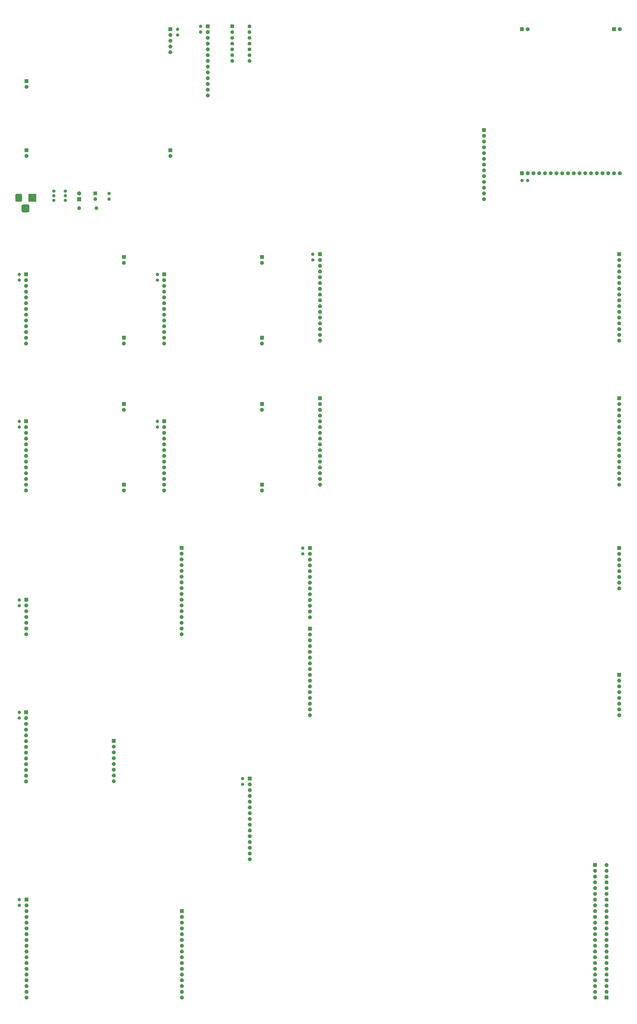
<source format=gts>
G04 #@! TF.GenerationSoftware,KiCad,Pcbnew,5.0.2+dfsg1-1*
G04 #@! TF.CreationDate,2019-08-16T15:09:45+02:00*
G04 #@! TF.ProjectId,Main-Board,4d61696e-2d42-46f6-9172-642e6b696361,rev?*
G04 #@! TF.SameCoordinates,Original*
G04 #@! TF.FileFunction,Soldermask,Top*
G04 #@! TF.FilePolarity,Negative*
%FSLAX46Y46*%
G04 Gerber Fmt 4.6, Leading zero omitted, Abs format (unit mm)*
G04 Created by KiCad (PCBNEW 5.0.2+dfsg1-1) date vr 16 aug 2019 15:09:45 CEST*
%MOMM*%
%LPD*%
G01*
G04 APERTURE LIST*
%ADD10C,0.100000*%
G04 APERTURE END LIST*
D10*
G36*
X328002000Y-516470000D02*
X326302000Y-516470000D01*
X326302000Y-514770000D01*
X328002000Y-514770000D01*
X328002000Y-516470000D01*
X328002000Y-516470000D01*
G37*
G36*
X322238630Y-514782299D02*
X322398855Y-514830903D01*
X322546520Y-514909831D01*
X322675949Y-515016051D01*
X322782169Y-515145480D01*
X322861097Y-515293145D01*
X322909701Y-515453370D01*
X322926112Y-515620000D01*
X322909701Y-515786630D01*
X322861097Y-515946855D01*
X322782169Y-516094520D01*
X322675949Y-516223949D01*
X322546520Y-516330169D01*
X322398855Y-516409097D01*
X322238630Y-516457701D01*
X322113752Y-516470000D01*
X322030248Y-516470000D01*
X321905370Y-516457701D01*
X321745145Y-516409097D01*
X321597480Y-516330169D01*
X321468051Y-516223949D01*
X321361831Y-516094520D01*
X321282903Y-515946855D01*
X321234299Y-515786630D01*
X321217888Y-515620000D01*
X321234299Y-515453370D01*
X321282903Y-515293145D01*
X321361831Y-515145480D01*
X321468051Y-515016051D01*
X321597480Y-514909831D01*
X321745145Y-514830903D01*
X321905370Y-514782299D01*
X322030248Y-514770000D01*
X322113752Y-514770000D01*
X322238630Y-514782299D01*
X322238630Y-514782299D01*
G37*
G36*
X139866630Y-514782299D02*
X140026855Y-514830903D01*
X140174520Y-514909831D01*
X140303949Y-515016051D01*
X140410169Y-515145480D01*
X140489097Y-515293145D01*
X140537701Y-515453370D01*
X140554112Y-515620000D01*
X140537701Y-515786630D01*
X140489097Y-515946855D01*
X140410169Y-516094520D01*
X140303949Y-516223949D01*
X140174520Y-516330169D01*
X140026855Y-516409097D01*
X139866630Y-516457701D01*
X139741752Y-516470000D01*
X139658248Y-516470000D01*
X139533370Y-516457701D01*
X139373145Y-516409097D01*
X139225480Y-516330169D01*
X139096051Y-516223949D01*
X138989831Y-516094520D01*
X138910903Y-515946855D01*
X138862299Y-515786630D01*
X138845888Y-515620000D01*
X138862299Y-515453370D01*
X138910903Y-515293145D01*
X138989831Y-515145480D01*
X139096051Y-515016051D01*
X139225480Y-514909831D01*
X139373145Y-514830903D01*
X139533370Y-514782299D01*
X139658248Y-514770000D01*
X139741752Y-514770000D01*
X139866630Y-514782299D01*
X139866630Y-514782299D01*
G37*
G36*
X71286630Y-514782299D02*
X71446855Y-514830903D01*
X71594520Y-514909831D01*
X71723949Y-515016051D01*
X71830169Y-515145480D01*
X71909097Y-515293145D01*
X71957701Y-515453370D01*
X71974112Y-515620000D01*
X71957701Y-515786630D01*
X71909097Y-515946855D01*
X71830169Y-516094520D01*
X71723949Y-516223949D01*
X71594520Y-516330169D01*
X71446855Y-516409097D01*
X71286630Y-516457701D01*
X71161752Y-516470000D01*
X71078248Y-516470000D01*
X70953370Y-516457701D01*
X70793145Y-516409097D01*
X70645480Y-516330169D01*
X70516051Y-516223949D01*
X70409831Y-516094520D01*
X70330903Y-515946855D01*
X70282299Y-515786630D01*
X70265888Y-515620000D01*
X70282299Y-515453370D01*
X70330903Y-515293145D01*
X70409831Y-515145480D01*
X70516051Y-515016051D01*
X70645480Y-514909831D01*
X70793145Y-514830903D01*
X70953370Y-514782299D01*
X71078248Y-514770000D01*
X71161752Y-514770000D01*
X71286630Y-514782299D01*
X71286630Y-514782299D01*
G37*
G36*
X71286630Y-512242299D02*
X71446855Y-512290903D01*
X71594520Y-512369831D01*
X71723949Y-512476051D01*
X71830169Y-512605480D01*
X71909097Y-512753145D01*
X71957701Y-512913370D01*
X71974112Y-513080000D01*
X71957701Y-513246630D01*
X71909097Y-513406855D01*
X71830169Y-513554520D01*
X71723949Y-513683949D01*
X71594520Y-513790169D01*
X71446855Y-513869097D01*
X71286630Y-513917701D01*
X71161752Y-513930000D01*
X71078248Y-513930000D01*
X70953370Y-513917701D01*
X70793145Y-513869097D01*
X70645480Y-513790169D01*
X70516051Y-513683949D01*
X70409831Y-513554520D01*
X70330903Y-513406855D01*
X70282299Y-513246630D01*
X70265888Y-513080000D01*
X70282299Y-512913370D01*
X70330903Y-512753145D01*
X70409831Y-512605480D01*
X70516051Y-512476051D01*
X70645480Y-512369831D01*
X70793145Y-512290903D01*
X70953370Y-512242299D01*
X71078248Y-512230000D01*
X71161752Y-512230000D01*
X71286630Y-512242299D01*
X71286630Y-512242299D01*
G37*
G36*
X327318630Y-512242299D02*
X327478855Y-512290903D01*
X327626520Y-512369831D01*
X327755949Y-512476051D01*
X327862169Y-512605480D01*
X327941097Y-512753145D01*
X327989701Y-512913370D01*
X328006112Y-513080000D01*
X327989701Y-513246630D01*
X327941097Y-513406855D01*
X327862169Y-513554520D01*
X327755949Y-513683949D01*
X327626520Y-513790169D01*
X327478855Y-513869097D01*
X327318630Y-513917701D01*
X327193752Y-513930000D01*
X327110248Y-513930000D01*
X326985370Y-513917701D01*
X326825145Y-513869097D01*
X326677480Y-513790169D01*
X326548051Y-513683949D01*
X326441831Y-513554520D01*
X326362903Y-513406855D01*
X326314299Y-513246630D01*
X326297888Y-513080000D01*
X326314299Y-512913370D01*
X326362903Y-512753145D01*
X326441831Y-512605480D01*
X326548051Y-512476051D01*
X326677480Y-512369831D01*
X326825145Y-512290903D01*
X326985370Y-512242299D01*
X327110248Y-512230000D01*
X327193752Y-512230000D01*
X327318630Y-512242299D01*
X327318630Y-512242299D01*
G37*
G36*
X139866630Y-512242299D02*
X140026855Y-512290903D01*
X140174520Y-512369831D01*
X140303949Y-512476051D01*
X140410169Y-512605480D01*
X140489097Y-512753145D01*
X140537701Y-512913370D01*
X140554112Y-513080000D01*
X140537701Y-513246630D01*
X140489097Y-513406855D01*
X140410169Y-513554520D01*
X140303949Y-513683949D01*
X140174520Y-513790169D01*
X140026855Y-513869097D01*
X139866630Y-513917701D01*
X139741752Y-513930000D01*
X139658248Y-513930000D01*
X139533370Y-513917701D01*
X139373145Y-513869097D01*
X139225480Y-513790169D01*
X139096051Y-513683949D01*
X138989831Y-513554520D01*
X138910903Y-513406855D01*
X138862299Y-513246630D01*
X138845888Y-513080000D01*
X138862299Y-512913370D01*
X138910903Y-512753145D01*
X138989831Y-512605480D01*
X139096051Y-512476051D01*
X139225480Y-512369831D01*
X139373145Y-512290903D01*
X139533370Y-512242299D01*
X139658248Y-512230000D01*
X139741752Y-512230000D01*
X139866630Y-512242299D01*
X139866630Y-512242299D01*
G37*
G36*
X322238630Y-512242299D02*
X322398855Y-512290903D01*
X322546520Y-512369831D01*
X322675949Y-512476051D01*
X322782169Y-512605480D01*
X322861097Y-512753145D01*
X322909701Y-512913370D01*
X322926112Y-513080000D01*
X322909701Y-513246630D01*
X322861097Y-513406855D01*
X322782169Y-513554520D01*
X322675949Y-513683949D01*
X322546520Y-513790169D01*
X322398855Y-513869097D01*
X322238630Y-513917701D01*
X322113752Y-513930000D01*
X322030248Y-513930000D01*
X321905370Y-513917701D01*
X321745145Y-513869097D01*
X321597480Y-513790169D01*
X321468051Y-513683949D01*
X321361831Y-513554520D01*
X321282903Y-513406855D01*
X321234299Y-513246630D01*
X321217888Y-513080000D01*
X321234299Y-512913370D01*
X321282903Y-512753145D01*
X321361831Y-512605480D01*
X321468051Y-512476051D01*
X321597480Y-512369831D01*
X321745145Y-512290903D01*
X321905370Y-512242299D01*
X322030248Y-512230000D01*
X322113752Y-512230000D01*
X322238630Y-512242299D01*
X322238630Y-512242299D01*
G37*
G36*
X322238630Y-509702299D02*
X322398855Y-509750903D01*
X322546520Y-509829831D01*
X322675949Y-509936051D01*
X322782169Y-510065480D01*
X322861097Y-510213145D01*
X322909701Y-510373370D01*
X322926112Y-510540000D01*
X322909701Y-510706630D01*
X322861097Y-510866855D01*
X322782169Y-511014520D01*
X322675949Y-511143949D01*
X322546520Y-511250169D01*
X322398855Y-511329097D01*
X322238630Y-511377701D01*
X322113752Y-511390000D01*
X322030248Y-511390000D01*
X321905370Y-511377701D01*
X321745145Y-511329097D01*
X321597480Y-511250169D01*
X321468051Y-511143949D01*
X321361831Y-511014520D01*
X321282903Y-510866855D01*
X321234299Y-510706630D01*
X321217888Y-510540000D01*
X321234299Y-510373370D01*
X321282903Y-510213145D01*
X321361831Y-510065480D01*
X321468051Y-509936051D01*
X321597480Y-509829831D01*
X321745145Y-509750903D01*
X321905370Y-509702299D01*
X322030248Y-509690000D01*
X322113752Y-509690000D01*
X322238630Y-509702299D01*
X322238630Y-509702299D01*
G37*
G36*
X71286630Y-509702299D02*
X71446855Y-509750903D01*
X71594520Y-509829831D01*
X71723949Y-509936051D01*
X71830169Y-510065480D01*
X71909097Y-510213145D01*
X71957701Y-510373370D01*
X71974112Y-510540000D01*
X71957701Y-510706630D01*
X71909097Y-510866855D01*
X71830169Y-511014520D01*
X71723949Y-511143949D01*
X71594520Y-511250169D01*
X71446855Y-511329097D01*
X71286630Y-511377701D01*
X71161752Y-511390000D01*
X71078248Y-511390000D01*
X70953370Y-511377701D01*
X70793145Y-511329097D01*
X70645480Y-511250169D01*
X70516051Y-511143949D01*
X70409831Y-511014520D01*
X70330903Y-510866855D01*
X70282299Y-510706630D01*
X70265888Y-510540000D01*
X70282299Y-510373370D01*
X70330903Y-510213145D01*
X70409831Y-510065480D01*
X70516051Y-509936051D01*
X70645480Y-509829831D01*
X70793145Y-509750903D01*
X70953370Y-509702299D01*
X71078248Y-509690000D01*
X71161752Y-509690000D01*
X71286630Y-509702299D01*
X71286630Y-509702299D01*
G37*
G36*
X139866630Y-509702299D02*
X140026855Y-509750903D01*
X140174520Y-509829831D01*
X140303949Y-509936051D01*
X140410169Y-510065480D01*
X140489097Y-510213145D01*
X140537701Y-510373370D01*
X140554112Y-510540000D01*
X140537701Y-510706630D01*
X140489097Y-510866855D01*
X140410169Y-511014520D01*
X140303949Y-511143949D01*
X140174520Y-511250169D01*
X140026855Y-511329097D01*
X139866630Y-511377701D01*
X139741752Y-511390000D01*
X139658248Y-511390000D01*
X139533370Y-511377701D01*
X139373145Y-511329097D01*
X139225480Y-511250169D01*
X139096051Y-511143949D01*
X138989831Y-511014520D01*
X138910903Y-510866855D01*
X138862299Y-510706630D01*
X138845888Y-510540000D01*
X138862299Y-510373370D01*
X138910903Y-510213145D01*
X138989831Y-510065480D01*
X139096051Y-509936051D01*
X139225480Y-509829831D01*
X139373145Y-509750903D01*
X139533370Y-509702299D01*
X139658248Y-509690000D01*
X139741752Y-509690000D01*
X139866630Y-509702299D01*
X139866630Y-509702299D01*
G37*
G36*
X327318630Y-509702299D02*
X327478855Y-509750903D01*
X327626520Y-509829831D01*
X327755949Y-509936051D01*
X327862169Y-510065480D01*
X327941097Y-510213145D01*
X327989701Y-510373370D01*
X328006112Y-510540000D01*
X327989701Y-510706630D01*
X327941097Y-510866855D01*
X327862169Y-511014520D01*
X327755949Y-511143949D01*
X327626520Y-511250169D01*
X327478855Y-511329097D01*
X327318630Y-511377701D01*
X327193752Y-511390000D01*
X327110248Y-511390000D01*
X326985370Y-511377701D01*
X326825145Y-511329097D01*
X326677480Y-511250169D01*
X326548051Y-511143949D01*
X326441831Y-511014520D01*
X326362903Y-510866855D01*
X326314299Y-510706630D01*
X326297888Y-510540000D01*
X326314299Y-510373370D01*
X326362903Y-510213145D01*
X326441831Y-510065480D01*
X326548051Y-509936051D01*
X326677480Y-509829831D01*
X326825145Y-509750903D01*
X326985370Y-509702299D01*
X327110248Y-509690000D01*
X327193752Y-509690000D01*
X327318630Y-509702299D01*
X327318630Y-509702299D01*
G37*
G36*
X322238630Y-507162299D02*
X322398855Y-507210903D01*
X322546520Y-507289831D01*
X322675949Y-507396051D01*
X322782169Y-507525480D01*
X322861097Y-507673145D01*
X322909701Y-507833370D01*
X322926112Y-508000000D01*
X322909701Y-508166630D01*
X322861097Y-508326855D01*
X322782169Y-508474520D01*
X322675949Y-508603949D01*
X322546520Y-508710169D01*
X322398855Y-508789097D01*
X322238630Y-508837701D01*
X322113752Y-508850000D01*
X322030248Y-508850000D01*
X321905370Y-508837701D01*
X321745145Y-508789097D01*
X321597480Y-508710169D01*
X321468051Y-508603949D01*
X321361831Y-508474520D01*
X321282903Y-508326855D01*
X321234299Y-508166630D01*
X321217888Y-508000000D01*
X321234299Y-507833370D01*
X321282903Y-507673145D01*
X321361831Y-507525480D01*
X321468051Y-507396051D01*
X321597480Y-507289831D01*
X321745145Y-507210903D01*
X321905370Y-507162299D01*
X322030248Y-507150000D01*
X322113752Y-507150000D01*
X322238630Y-507162299D01*
X322238630Y-507162299D01*
G37*
G36*
X327318630Y-507162299D02*
X327478855Y-507210903D01*
X327626520Y-507289831D01*
X327755949Y-507396051D01*
X327862169Y-507525480D01*
X327941097Y-507673145D01*
X327989701Y-507833370D01*
X328006112Y-508000000D01*
X327989701Y-508166630D01*
X327941097Y-508326855D01*
X327862169Y-508474520D01*
X327755949Y-508603949D01*
X327626520Y-508710169D01*
X327478855Y-508789097D01*
X327318630Y-508837701D01*
X327193752Y-508850000D01*
X327110248Y-508850000D01*
X326985370Y-508837701D01*
X326825145Y-508789097D01*
X326677480Y-508710169D01*
X326548051Y-508603949D01*
X326441831Y-508474520D01*
X326362903Y-508326855D01*
X326314299Y-508166630D01*
X326297888Y-508000000D01*
X326314299Y-507833370D01*
X326362903Y-507673145D01*
X326441831Y-507525480D01*
X326548051Y-507396051D01*
X326677480Y-507289831D01*
X326825145Y-507210903D01*
X326985370Y-507162299D01*
X327110248Y-507150000D01*
X327193752Y-507150000D01*
X327318630Y-507162299D01*
X327318630Y-507162299D01*
G37*
G36*
X71286630Y-507162299D02*
X71446855Y-507210903D01*
X71594520Y-507289831D01*
X71723949Y-507396051D01*
X71830169Y-507525480D01*
X71909097Y-507673145D01*
X71957701Y-507833370D01*
X71974112Y-508000000D01*
X71957701Y-508166630D01*
X71909097Y-508326855D01*
X71830169Y-508474520D01*
X71723949Y-508603949D01*
X71594520Y-508710169D01*
X71446855Y-508789097D01*
X71286630Y-508837701D01*
X71161752Y-508850000D01*
X71078248Y-508850000D01*
X70953370Y-508837701D01*
X70793145Y-508789097D01*
X70645480Y-508710169D01*
X70516051Y-508603949D01*
X70409831Y-508474520D01*
X70330903Y-508326855D01*
X70282299Y-508166630D01*
X70265888Y-508000000D01*
X70282299Y-507833370D01*
X70330903Y-507673145D01*
X70409831Y-507525480D01*
X70516051Y-507396051D01*
X70645480Y-507289831D01*
X70793145Y-507210903D01*
X70953370Y-507162299D01*
X71078248Y-507150000D01*
X71161752Y-507150000D01*
X71286630Y-507162299D01*
X71286630Y-507162299D01*
G37*
G36*
X139866630Y-507162299D02*
X140026855Y-507210903D01*
X140174520Y-507289831D01*
X140303949Y-507396051D01*
X140410169Y-507525480D01*
X140489097Y-507673145D01*
X140537701Y-507833370D01*
X140554112Y-508000000D01*
X140537701Y-508166630D01*
X140489097Y-508326855D01*
X140410169Y-508474520D01*
X140303949Y-508603949D01*
X140174520Y-508710169D01*
X140026855Y-508789097D01*
X139866630Y-508837701D01*
X139741752Y-508850000D01*
X139658248Y-508850000D01*
X139533370Y-508837701D01*
X139373145Y-508789097D01*
X139225480Y-508710169D01*
X139096051Y-508603949D01*
X138989831Y-508474520D01*
X138910903Y-508326855D01*
X138862299Y-508166630D01*
X138845888Y-508000000D01*
X138862299Y-507833370D01*
X138910903Y-507673145D01*
X138989831Y-507525480D01*
X139096051Y-507396051D01*
X139225480Y-507289831D01*
X139373145Y-507210903D01*
X139533370Y-507162299D01*
X139658248Y-507150000D01*
X139741752Y-507150000D01*
X139866630Y-507162299D01*
X139866630Y-507162299D01*
G37*
G36*
X327318630Y-504622299D02*
X327478855Y-504670903D01*
X327626520Y-504749831D01*
X327755949Y-504856051D01*
X327862169Y-504985480D01*
X327941097Y-505133145D01*
X327989701Y-505293370D01*
X328006112Y-505460000D01*
X327989701Y-505626630D01*
X327941097Y-505786855D01*
X327862169Y-505934520D01*
X327755949Y-506063949D01*
X327626520Y-506170169D01*
X327478855Y-506249097D01*
X327318630Y-506297701D01*
X327193752Y-506310000D01*
X327110248Y-506310000D01*
X326985370Y-506297701D01*
X326825145Y-506249097D01*
X326677480Y-506170169D01*
X326548051Y-506063949D01*
X326441831Y-505934520D01*
X326362903Y-505786855D01*
X326314299Y-505626630D01*
X326297888Y-505460000D01*
X326314299Y-505293370D01*
X326362903Y-505133145D01*
X326441831Y-504985480D01*
X326548051Y-504856051D01*
X326677480Y-504749831D01*
X326825145Y-504670903D01*
X326985370Y-504622299D01*
X327110248Y-504610000D01*
X327193752Y-504610000D01*
X327318630Y-504622299D01*
X327318630Y-504622299D01*
G37*
G36*
X71286630Y-504622299D02*
X71446855Y-504670903D01*
X71594520Y-504749831D01*
X71723949Y-504856051D01*
X71830169Y-504985480D01*
X71909097Y-505133145D01*
X71957701Y-505293370D01*
X71974112Y-505460000D01*
X71957701Y-505626630D01*
X71909097Y-505786855D01*
X71830169Y-505934520D01*
X71723949Y-506063949D01*
X71594520Y-506170169D01*
X71446855Y-506249097D01*
X71286630Y-506297701D01*
X71161752Y-506310000D01*
X71078248Y-506310000D01*
X70953370Y-506297701D01*
X70793145Y-506249097D01*
X70645480Y-506170169D01*
X70516051Y-506063949D01*
X70409831Y-505934520D01*
X70330903Y-505786855D01*
X70282299Y-505626630D01*
X70265888Y-505460000D01*
X70282299Y-505293370D01*
X70330903Y-505133145D01*
X70409831Y-504985480D01*
X70516051Y-504856051D01*
X70645480Y-504749831D01*
X70793145Y-504670903D01*
X70953370Y-504622299D01*
X71078248Y-504610000D01*
X71161752Y-504610000D01*
X71286630Y-504622299D01*
X71286630Y-504622299D01*
G37*
G36*
X139866630Y-504622299D02*
X140026855Y-504670903D01*
X140174520Y-504749831D01*
X140303949Y-504856051D01*
X140410169Y-504985480D01*
X140489097Y-505133145D01*
X140537701Y-505293370D01*
X140554112Y-505460000D01*
X140537701Y-505626630D01*
X140489097Y-505786855D01*
X140410169Y-505934520D01*
X140303949Y-506063949D01*
X140174520Y-506170169D01*
X140026855Y-506249097D01*
X139866630Y-506297701D01*
X139741752Y-506310000D01*
X139658248Y-506310000D01*
X139533370Y-506297701D01*
X139373145Y-506249097D01*
X139225480Y-506170169D01*
X139096051Y-506063949D01*
X138989831Y-505934520D01*
X138910903Y-505786855D01*
X138862299Y-505626630D01*
X138845888Y-505460000D01*
X138862299Y-505293370D01*
X138910903Y-505133145D01*
X138989831Y-504985480D01*
X139096051Y-504856051D01*
X139225480Y-504749831D01*
X139373145Y-504670903D01*
X139533370Y-504622299D01*
X139658248Y-504610000D01*
X139741752Y-504610000D01*
X139866630Y-504622299D01*
X139866630Y-504622299D01*
G37*
G36*
X322238630Y-504622299D02*
X322398855Y-504670903D01*
X322546520Y-504749831D01*
X322675949Y-504856051D01*
X322782169Y-504985480D01*
X322861097Y-505133145D01*
X322909701Y-505293370D01*
X322926112Y-505460000D01*
X322909701Y-505626630D01*
X322861097Y-505786855D01*
X322782169Y-505934520D01*
X322675949Y-506063949D01*
X322546520Y-506170169D01*
X322398855Y-506249097D01*
X322238630Y-506297701D01*
X322113752Y-506310000D01*
X322030248Y-506310000D01*
X321905370Y-506297701D01*
X321745145Y-506249097D01*
X321597480Y-506170169D01*
X321468051Y-506063949D01*
X321361831Y-505934520D01*
X321282903Y-505786855D01*
X321234299Y-505626630D01*
X321217888Y-505460000D01*
X321234299Y-505293370D01*
X321282903Y-505133145D01*
X321361831Y-504985480D01*
X321468051Y-504856051D01*
X321597480Y-504749831D01*
X321745145Y-504670903D01*
X321905370Y-504622299D01*
X322030248Y-504610000D01*
X322113752Y-504610000D01*
X322238630Y-504622299D01*
X322238630Y-504622299D01*
G37*
G36*
X71286630Y-502082299D02*
X71446855Y-502130903D01*
X71594520Y-502209831D01*
X71723949Y-502316051D01*
X71830169Y-502445480D01*
X71909097Y-502593145D01*
X71957701Y-502753370D01*
X71974112Y-502920000D01*
X71957701Y-503086630D01*
X71909097Y-503246855D01*
X71830169Y-503394520D01*
X71723949Y-503523949D01*
X71594520Y-503630169D01*
X71446855Y-503709097D01*
X71286630Y-503757701D01*
X71161752Y-503770000D01*
X71078248Y-503770000D01*
X70953370Y-503757701D01*
X70793145Y-503709097D01*
X70645480Y-503630169D01*
X70516051Y-503523949D01*
X70409831Y-503394520D01*
X70330903Y-503246855D01*
X70282299Y-503086630D01*
X70265888Y-502920000D01*
X70282299Y-502753370D01*
X70330903Y-502593145D01*
X70409831Y-502445480D01*
X70516051Y-502316051D01*
X70645480Y-502209831D01*
X70793145Y-502130903D01*
X70953370Y-502082299D01*
X71078248Y-502070000D01*
X71161752Y-502070000D01*
X71286630Y-502082299D01*
X71286630Y-502082299D01*
G37*
G36*
X139866630Y-502082299D02*
X140026855Y-502130903D01*
X140174520Y-502209831D01*
X140303949Y-502316051D01*
X140410169Y-502445480D01*
X140489097Y-502593145D01*
X140537701Y-502753370D01*
X140554112Y-502920000D01*
X140537701Y-503086630D01*
X140489097Y-503246855D01*
X140410169Y-503394520D01*
X140303949Y-503523949D01*
X140174520Y-503630169D01*
X140026855Y-503709097D01*
X139866630Y-503757701D01*
X139741752Y-503770000D01*
X139658248Y-503770000D01*
X139533370Y-503757701D01*
X139373145Y-503709097D01*
X139225480Y-503630169D01*
X139096051Y-503523949D01*
X138989831Y-503394520D01*
X138910903Y-503246855D01*
X138862299Y-503086630D01*
X138845888Y-502920000D01*
X138862299Y-502753370D01*
X138910903Y-502593145D01*
X138989831Y-502445480D01*
X139096051Y-502316051D01*
X139225480Y-502209831D01*
X139373145Y-502130903D01*
X139533370Y-502082299D01*
X139658248Y-502070000D01*
X139741752Y-502070000D01*
X139866630Y-502082299D01*
X139866630Y-502082299D01*
G37*
G36*
X322238630Y-502082299D02*
X322398855Y-502130903D01*
X322546520Y-502209831D01*
X322675949Y-502316051D01*
X322782169Y-502445480D01*
X322861097Y-502593145D01*
X322909701Y-502753370D01*
X322926112Y-502920000D01*
X322909701Y-503086630D01*
X322861097Y-503246855D01*
X322782169Y-503394520D01*
X322675949Y-503523949D01*
X322546520Y-503630169D01*
X322398855Y-503709097D01*
X322238630Y-503757701D01*
X322113752Y-503770000D01*
X322030248Y-503770000D01*
X321905370Y-503757701D01*
X321745145Y-503709097D01*
X321597480Y-503630169D01*
X321468051Y-503523949D01*
X321361831Y-503394520D01*
X321282903Y-503246855D01*
X321234299Y-503086630D01*
X321217888Y-502920000D01*
X321234299Y-502753370D01*
X321282903Y-502593145D01*
X321361831Y-502445480D01*
X321468051Y-502316051D01*
X321597480Y-502209831D01*
X321745145Y-502130903D01*
X321905370Y-502082299D01*
X322030248Y-502070000D01*
X322113752Y-502070000D01*
X322238630Y-502082299D01*
X322238630Y-502082299D01*
G37*
G36*
X327318630Y-502082299D02*
X327478855Y-502130903D01*
X327626520Y-502209831D01*
X327755949Y-502316051D01*
X327862169Y-502445480D01*
X327941097Y-502593145D01*
X327989701Y-502753370D01*
X328006112Y-502920000D01*
X327989701Y-503086630D01*
X327941097Y-503246855D01*
X327862169Y-503394520D01*
X327755949Y-503523949D01*
X327626520Y-503630169D01*
X327478855Y-503709097D01*
X327318630Y-503757701D01*
X327193752Y-503770000D01*
X327110248Y-503770000D01*
X326985370Y-503757701D01*
X326825145Y-503709097D01*
X326677480Y-503630169D01*
X326548051Y-503523949D01*
X326441831Y-503394520D01*
X326362903Y-503246855D01*
X326314299Y-503086630D01*
X326297888Y-502920000D01*
X326314299Y-502753370D01*
X326362903Y-502593145D01*
X326441831Y-502445480D01*
X326548051Y-502316051D01*
X326677480Y-502209831D01*
X326825145Y-502130903D01*
X326985370Y-502082299D01*
X327110248Y-502070000D01*
X327193752Y-502070000D01*
X327318630Y-502082299D01*
X327318630Y-502082299D01*
G37*
G36*
X71286630Y-499542299D02*
X71446855Y-499590903D01*
X71594520Y-499669831D01*
X71723949Y-499776051D01*
X71830169Y-499905480D01*
X71909097Y-500053145D01*
X71957701Y-500213370D01*
X71974112Y-500380000D01*
X71957701Y-500546630D01*
X71909097Y-500706855D01*
X71830169Y-500854520D01*
X71723949Y-500983949D01*
X71594520Y-501090169D01*
X71446855Y-501169097D01*
X71286630Y-501217701D01*
X71161752Y-501230000D01*
X71078248Y-501230000D01*
X70953370Y-501217701D01*
X70793145Y-501169097D01*
X70645480Y-501090169D01*
X70516051Y-500983949D01*
X70409831Y-500854520D01*
X70330903Y-500706855D01*
X70282299Y-500546630D01*
X70265888Y-500380000D01*
X70282299Y-500213370D01*
X70330903Y-500053145D01*
X70409831Y-499905480D01*
X70516051Y-499776051D01*
X70645480Y-499669831D01*
X70793145Y-499590903D01*
X70953370Y-499542299D01*
X71078248Y-499530000D01*
X71161752Y-499530000D01*
X71286630Y-499542299D01*
X71286630Y-499542299D01*
G37*
G36*
X322238630Y-499542299D02*
X322398855Y-499590903D01*
X322546520Y-499669831D01*
X322675949Y-499776051D01*
X322782169Y-499905480D01*
X322861097Y-500053145D01*
X322909701Y-500213370D01*
X322926112Y-500380000D01*
X322909701Y-500546630D01*
X322861097Y-500706855D01*
X322782169Y-500854520D01*
X322675949Y-500983949D01*
X322546520Y-501090169D01*
X322398855Y-501169097D01*
X322238630Y-501217701D01*
X322113752Y-501230000D01*
X322030248Y-501230000D01*
X321905370Y-501217701D01*
X321745145Y-501169097D01*
X321597480Y-501090169D01*
X321468051Y-500983949D01*
X321361831Y-500854520D01*
X321282903Y-500706855D01*
X321234299Y-500546630D01*
X321217888Y-500380000D01*
X321234299Y-500213370D01*
X321282903Y-500053145D01*
X321361831Y-499905480D01*
X321468051Y-499776051D01*
X321597480Y-499669831D01*
X321745145Y-499590903D01*
X321905370Y-499542299D01*
X322030248Y-499530000D01*
X322113752Y-499530000D01*
X322238630Y-499542299D01*
X322238630Y-499542299D01*
G37*
G36*
X139866630Y-499542299D02*
X140026855Y-499590903D01*
X140174520Y-499669831D01*
X140303949Y-499776051D01*
X140410169Y-499905480D01*
X140489097Y-500053145D01*
X140537701Y-500213370D01*
X140554112Y-500380000D01*
X140537701Y-500546630D01*
X140489097Y-500706855D01*
X140410169Y-500854520D01*
X140303949Y-500983949D01*
X140174520Y-501090169D01*
X140026855Y-501169097D01*
X139866630Y-501217701D01*
X139741752Y-501230000D01*
X139658248Y-501230000D01*
X139533370Y-501217701D01*
X139373145Y-501169097D01*
X139225480Y-501090169D01*
X139096051Y-500983949D01*
X138989831Y-500854520D01*
X138910903Y-500706855D01*
X138862299Y-500546630D01*
X138845888Y-500380000D01*
X138862299Y-500213370D01*
X138910903Y-500053145D01*
X138989831Y-499905480D01*
X139096051Y-499776051D01*
X139225480Y-499669831D01*
X139373145Y-499590903D01*
X139533370Y-499542299D01*
X139658248Y-499530000D01*
X139741752Y-499530000D01*
X139866630Y-499542299D01*
X139866630Y-499542299D01*
G37*
G36*
X327318630Y-499542299D02*
X327478855Y-499590903D01*
X327626520Y-499669831D01*
X327755949Y-499776051D01*
X327862169Y-499905480D01*
X327941097Y-500053145D01*
X327989701Y-500213370D01*
X328006112Y-500380000D01*
X327989701Y-500546630D01*
X327941097Y-500706855D01*
X327862169Y-500854520D01*
X327755949Y-500983949D01*
X327626520Y-501090169D01*
X327478855Y-501169097D01*
X327318630Y-501217701D01*
X327193752Y-501230000D01*
X327110248Y-501230000D01*
X326985370Y-501217701D01*
X326825145Y-501169097D01*
X326677480Y-501090169D01*
X326548051Y-500983949D01*
X326441831Y-500854520D01*
X326362903Y-500706855D01*
X326314299Y-500546630D01*
X326297888Y-500380000D01*
X326314299Y-500213370D01*
X326362903Y-500053145D01*
X326441831Y-499905480D01*
X326548051Y-499776051D01*
X326677480Y-499669831D01*
X326825145Y-499590903D01*
X326985370Y-499542299D01*
X327110248Y-499530000D01*
X327193752Y-499530000D01*
X327318630Y-499542299D01*
X327318630Y-499542299D01*
G37*
G36*
X139866630Y-497002299D02*
X140026855Y-497050903D01*
X140174520Y-497129831D01*
X140303949Y-497236051D01*
X140410169Y-497365480D01*
X140489097Y-497513145D01*
X140537701Y-497673370D01*
X140554112Y-497840000D01*
X140537701Y-498006630D01*
X140489097Y-498166855D01*
X140410169Y-498314520D01*
X140303949Y-498443949D01*
X140174520Y-498550169D01*
X140026855Y-498629097D01*
X139866630Y-498677701D01*
X139741752Y-498690000D01*
X139658248Y-498690000D01*
X139533370Y-498677701D01*
X139373145Y-498629097D01*
X139225480Y-498550169D01*
X139096051Y-498443949D01*
X138989831Y-498314520D01*
X138910903Y-498166855D01*
X138862299Y-498006630D01*
X138845888Y-497840000D01*
X138862299Y-497673370D01*
X138910903Y-497513145D01*
X138989831Y-497365480D01*
X139096051Y-497236051D01*
X139225480Y-497129831D01*
X139373145Y-497050903D01*
X139533370Y-497002299D01*
X139658248Y-496990000D01*
X139741752Y-496990000D01*
X139866630Y-497002299D01*
X139866630Y-497002299D01*
G37*
G36*
X71286630Y-497002299D02*
X71446855Y-497050903D01*
X71594520Y-497129831D01*
X71723949Y-497236051D01*
X71830169Y-497365480D01*
X71909097Y-497513145D01*
X71957701Y-497673370D01*
X71974112Y-497840000D01*
X71957701Y-498006630D01*
X71909097Y-498166855D01*
X71830169Y-498314520D01*
X71723949Y-498443949D01*
X71594520Y-498550169D01*
X71446855Y-498629097D01*
X71286630Y-498677701D01*
X71161752Y-498690000D01*
X71078248Y-498690000D01*
X70953370Y-498677701D01*
X70793145Y-498629097D01*
X70645480Y-498550169D01*
X70516051Y-498443949D01*
X70409831Y-498314520D01*
X70330903Y-498166855D01*
X70282299Y-498006630D01*
X70265888Y-497840000D01*
X70282299Y-497673370D01*
X70330903Y-497513145D01*
X70409831Y-497365480D01*
X70516051Y-497236051D01*
X70645480Y-497129831D01*
X70793145Y-497050903D01*
X70953370Y-497002299D01*
X71078248Y-496990000D01*
X71161752Y-496990000D01*
X71286630Y-497002299D01*
X71286630Y-497002299D01*
G37*
G36*
X322238630Y-497002299D02*
X322398855Y-497050903D01*
X322546520Y-497129831D01*
X322675949Y-497236051D01*
X322782169Y-497365480D01*
X322861097Y-497513145D01*
X322909701Y-497673370D01*
X322926112Y-497840000D01*
X322909701Y-498006630D01*
X322861097Y-498166855D01*
X322782169Y-498314520D01*
X322675949Y-498443949D01*
X322546520Y-498550169D01*
X322398855Y-498629097D01*
X322238630Y-498677701D01*
X322113752Y-498690000D01*
X322030248Y-498690000D01*
X321905370Y-498677701D01*
X321745145Y-498629097D01*
X321597480Y-498550169D01*
X321468051Y-498443949D01*
X321361831Y-498314520D01*
X321282903Y-498166855D01*
X321234299Y-498006630D01*
X321217888Y-497840000D01*
X321234299Y-497673370D01*
X321282903Y-497513145D01*
X321361831Y-497365480D01*
X321468051Y-497236051D01*
X321597480Y-497129831D01*
X321745145Y-497050903D01*
X321905370Y-497002299D01*
X322030248Y-496990000D01*
X322113752Y-496990000D01*
X322238630Y-497002299D01*
X322238630Y-497002299D01*
G37*
G36*
X327318630Y-497002299D02*
X327478855Y-497050903D01*
X327626520Y-497129831D01*
X327755949Y-497236051D01*
X327862169Y-497365480D01*
X327941097Y-497513145D01*
X327989701Y-497673370D01*
X328006112Y-497840000D01*
X327989701Y-498006630D01*
X327941097Y-498166855D01*
X327862169Y-498314520D01*
X327755949Y-498443949D01*
X327626520Y-498550169D01*
X327478855Y-498629097D01*
X327318630Y-498677701D01*
X327193752Y-498690000D01*
X327110248Y-498690000D01*
X326985370Y-498677701D01*
X326825145Y-498629097D01*
X326677480Y-498550169D01*
X326548051Y-498443949D01*
X326441831Y-498314520D01*
X326362903Y-498166855D01*
X326314299Y-498006630D01*
X326297888Y-497840000D01*
X326314299Y-497673370D01*
X326362903Y-497513145D01*
X326441831Y-497365480D01*
X326548051Y-497236051D01*
X326677480Y-497129831D01*
X326825145Y-497050903D01*
X326985370Y-497002299D01*
X327110248Y-496990000D01*
X327193752Y-496990000D01*
X327318630Y-497002299D01*
X327318630Y-497002299D01*
G37*
G36*
X139866630Y-494462299D02*
X140026855Y-494510903D01*
X140174520Y-494589831D01*
X140303949Y-494696051D01*
X140410169Y-494825480D01*
X140489097Y-494973145D01*
X140537701Y-495133370D01*
X140554112Y-495300000D01*
X140537701Y-495466630D01*
X140489097Y-495626855D01*
X140410169Y-495774520D01*
X140303949Y-495903949D01*
X140174520Y-496010169D01*
X140026855Y-496089097D01*
X139866630Y-496137701D01*
X139741752Y-496150000D01*
X139658248Y-496150000D01*
X139533370Y-496137701D01*
X139373145Y-496089097D01*
X139225480Y-496010169D01*
X139096051Y-495903949D01*
X138989831Y-495774520D01*
X138910903Y-495626855D01*
X138862299Y-495466630D01*
X138845888Y-495300000D01*
X138862299Y-495133370D01*
X138910903Y-494973145D01*
X138989831Y-494825480D01*
X139096051Y-494696051D01*
X139225480Y-494589831D01*
X139373145Y-494510903D01*
X139533370Y-494462299D01*
X139658248Y-494450000D01*
X139741752Y-494450000D01*
X139866630Y-494462299D01*
X139866630Y-494462299D01*
G37*
G36*
X71286630Y-494462299D02*
X71446855Y-494510903D01*
X71594520Y-494589831D01*
X71723949Y-494696051D01*
X71830169Y-494825480D01*
X71909097Y-494973145D01*
X71957701Y-495133370D01*
X71974112Y-495300000D01*
X71957701Y-495466630D01*
X71909097Y-495626855D01*
X71830169Y-495774520D01*
X71723949Y-495903949D01*
X71594520Y-496010169D01*
X71446855Y-496089097D01*
X71286630Y-496137701D01*
X71161752Y-496150000D01*
X71078248Y-496150000D01*
X70953370Y-496137701D01*
X70793145Y-496089097D01*
X70645480Y-496010169D01*
X70516051Y-495903949D01*
X70409831Y-495774520D01*
X70330903Y-495626855D01*
X70282299Y-495466630D01*
X70265888Y-495300000D01*
X70282299Y-495133370D01*
X70330903Y-494973145D01*
X70409831Y-494825480D01*
X70516051Y-494696051D01*
X70645480Y-494589831D01*
X70793145Y-494510903D01*
X70953370Y-494462299D01*
X71078248Y-494450000D01*
X71161752Y-494450000D01*
X71286630Y-494462299D01*
X71286630Y-494462299D01*
G37*
G36*
X327318630Y-494462299D02*
X327478855Y-494510903D01*
X327626520Y-494589831D01*
X327755949Y-494696051D01*
X327862169Y-494825480D01*
X327941097Y-494973145D01*
X327989701Y-495133370D01*
X328006112Y-495300000D01*
X327989701Y-495466630D01*
X327941097Y-495626855D01*
X327862169Y-495774520D01*
X327755949Y-495903949D01*
X327626520Y-496010169D01*
X327478855Y-496089097D01*
X327318630Y-496137701D01*
X327193752Y-496150000D01*
X327110248Y-496150000D01*
X326985370Y-496137701D01*
X326825145Y-496089097D01*
X326677480Y-496010169D01*
X326548051Y-495903949D01*
X326441831Y-495774520D01*
X326362903Y-495626855D01*
X326314299Y-495466630D01*
X326297888Y-495300000D01*
X326314299Y-495133370D01*
X326362903Y-494973145D01*
X326441831Y-494825480D01*
X326548051Y-494696051D01*
X326677480Y-494589831D01*
X326825145Y-494510903D01*
X326985370Y-494462299D01*
X327110248Y-494450000D01*
X327193752Y-494450000D01*
X327318630Y-494462299D01*
X327318630Y-494462299D01*
G37*
G36*
X322238630Y-494462299D02*
X322398855Y-494510903D01*
X322546520Y-494589831D01*
X322675949Y-494696051D01*
X322782169Y-494825480D01*
X322861097Y-494973145D01*
X322909701Y-495133370D01*
X322926112Y-495300000D01*
X322909701Y-495466630D01*
X322861097Y-495626855D01*
X322782169Y-495774520D01*
X322675949Y-495903949D01*
X322546520Y-496010169D01*
X322398855Y-496089097D01*
X322238630Y-496137701D01*
X322113752Y-496150000D01*
X322030248Y-496150000D01*
X321905370Y-496137701D01*
X321745145Y-496089097D01*
X321597480Y-496010169D01*
X321468051Y-495903949D01*
X321361831Y-495774520D01*
X321282903Y-495626855D01*
X321234299Y-495466630D01*
X321217888Y-495300000D01*
X321234299Y-495133370D01*
X321282903Y-494973145D01*
X321361831Y-494825480D01*
X321468051Y-494696051D01*
X321597480Y-494589831D01*
X321745145Y-494510903D01*
X321905370Y-494462299D01*
X322030248Y-494450000D01*
X322113752Y-494450000D01*
X322238630Y-494462299D01*
X322238630Y-494462299D01*
G37*
G36*
X327318630Y-491922299D02*
X327478855Y-491970903D01*
X327626520Y-492049831D01*
X327755949Y-492156051D01*
X327862169Y-492285480D01*
X327941097Y-492433145D01*
X327989701Y-492593370D01*
X328006112Y-492760000D01*
X327989701Y-492926630D01*
X327941097Y-493086855D01*
X327862169Y-493234520D01*
X327755949Y-493363949D01*
X327626520Y-493470169D01*
X327478855Y-493549097D01*
X327318630Y-493597701D01*
X327193752Y-493610000D01*
X327110248Y-493610000D01*
X326985370Y-493597701D01*
X326825145Y-493549097D01*
X326677480Y-493470169D01*
X326548051Y-493363949D01*
X326441831Y-493234520D01*
X326362903Y-493086855D01*
X326314299Y-492926630D01*
X326297888Y-492760000D01*
X326314299Y-492593370D01*
X326362903Y-492433145D01*
X326441831Y-492285480D01*
X326548051Y-492156051D01*
X326677480Y-492049831D01*
X326825145Y-491970903D01*
X326985370Y-491922299D01*
X327110248Y-491910000D01*
X327193752Y-491910000D01*
X327318630Y-491922299D01*
X327318630Y-491922299D01*
G37*
G36*
X322238630Y-491922299D02*
X322398855Y-491970903D01*
X322546520Y-492049831D01*
X322675949Y-492156051D01*
X322782169Y-492285480D01*
X322861097Y-492433145D01*
X322909701Y-492593370D01*
X322926112Y-492760000D01*
X322909701Y-492926630D01*
X322861097Y-493086855D01*
X322782169Y-493234520D01*
X322675949Y-493363949D01*
X322546520Y-493470169D01*
X322398855Y-493549097D01*
X322238630Y-493597701D01*
X322113752Y-493610000D01*
X322030248Y-493610000D01*
X321905370Y-493597701D01*
X321745145Y-493549097D01*
X321597480Y-493470169D01*
X321468051Y-493363949D01*
X321361831Y-493234520D01*
X321282903Y-493086855D01*
X321234299Y-492926630D01*
X321217888Y-492760000D01*
X321234299Y-492593370D01*
X321282903Y-492433145D01*
X321361831Y-492285480D01*
X321468051Y-492156051D01*
X321597480Y-492049831D01*
X321745145Y-491970903D01*
X321905370Y-491922299D01*
X322030248Y-491910000D01*
X322113752Y-491910000D01*
X322238630Y-491922299D01*
X322238630Y-491922299D01*
G37*
G36*
X139866630Y-491922299D02*
X140026855Y-491970903D01*
X140174520Y-492049831D01*
X140303949Y-492156051D01*
X140410169Y-492285480D01*
X140489097Y-492433145D01*
X140537701Y-492593370D01*
X140554112Y-492760000D01*
X140537701Y-492926630D01*
X140489097Y-493086855D01*
X140410169Y-493234520D01*
X140303949Y-493363949D01*
X140174520Y-493470169D01*
X140026855Y-493549097D01*
X139866630Y-493597701D01*
X139741752Y-493610000D01*
X139658248Y-493610000D01*
X139533370Y-493597701D01*
X139373145Y-493549097D01*
X139225480Y-493470169D01*
X139096051Y-493363949D01*
X138989831Y-493234520D01*
X138910903Y-493086855D01*
X138862299Y-492926630D01*
X138845888Y-492760000D01*
X138862299Y-492593370D01*
X138910903Y-492433145D01*
X138989831Y-492285480D01*
X139096051Y-492156051D01*
X139225480Y-492049831D01*
X139373145Y-491970903D01*
X139533370Y-491922299D01*
X139658248Y-491910000D01*
X139741752Y-491910000D01*
X139866630Y-491922299D01*
X139866630Y-491922299D01*
G37*
G36*
X71286630Y-491922299D02*
X71446855Y-491970903D01*
X71594520Y-492049831D01*
X71723949Y-492156051D01*
X71830169Y-492285480D01*
X71909097Y-492433145D01*
X71957701Y-492593370D01*
X71974112Y-492760000D01*
X71957701Y-492926630D01*
X71909097Y-493086855D01*
X71830169Y-493234520D01*
X71723949Y-493363949D01*
X71594520Y-493470169D01*
X71446855Y-493549097D01*
X71286630Y-493597701D01*
X71161752Y-493610000D01*
X71078248Y-493610000D01*
X70953370Y-493597701D01*
X70793145Y-493549097D01*
X70645480Y-493470169D01*
X70516051Y-493363949D01*
X70409831Y-493234520D01*
X70330903Y-493086855D01*
X70282299Y-492926630D01*
X70265888Y-492760000D01*
X70282299Y-492593370D01*
X70330903Y-492433145D01*
X70409831Y-492285480D01*
X70516051Y-492156051D01*
X70645480Y-492049831D01*
X70793145Y-491970903D01*
X70953370Y-491922299D01*
X71078248Y-491910000D01*
X71161752Y-491910000D01*
X71286630Y-491922299D01*
X71286630Y-491922299D01*
G37*
G36*
X71286630Y-489382299D02*
X71446855Y-489430903D01*
X71594520Y-489509831D01*
X71723949Y-489616051D01*
X71830169Y-489745480D01*
X71909097Y-489893145D01*
X71957701Y-490053370D01*
X71974112Y-490220000D01*
X71957701Y-490386630D01*
X71909097Y-490546855D01*
X71830169Y-490694520D01*
X71723949Y-490823949D01*
X71594520Y-490930169D01*
X71446855Y-491009097D01*
X71286630Y-491057701D01*
X71161752Y-491070000D01*
X71078248Y-491070000D01*
X70953370Y-491057701D01*
X70793145Y-491009097D01*
X70645480Y-490930169D01*
X70516051Y-490823949D01*
X70409831Y-490694520D01*
X70330903Y-490546855D01*
X70282299Y-490386630D01*
X70265888Y-490220000D01*
X70282299Y-490053370D01*
X70330903Y-489893145D01*
X70409831Y-489745480D01*
X70516051Y-489616051D01*
X70645480Y-489509831D01*
X70793145Y-489430903D01*
X70953370Y-489382299D01*
X71078248Y-489370000D01*
X71161752Y-489370000D01*
X71286630Y-489382299D01*
X71286630Y-489382299D01*
G37*
G36*
X139866630Y-489382299D02*
X140026855Y-489430903D01*
X140174520Y-489509831D01*
X140303949Y-489616051D01*
X140410169Y-489745480D01*
X140489097Y-489893145D01*
X140537701Y-490053370D01*
X140554112Y-490220000D01*
X140537701Y-490386630D01*
X140489097Y-490546855D01*
X140410169Y-490694520D01*
X140303949Y-490823949D01*
X140174520Y-490930169D01*
X140026855Y-491009097D01*
X139866630Y-491057701D01*
X139741752Y-491070000D01*
X139658248Y-491070000D01*
X139533370Y-491057701D01*
X139373145Y-491009097D01*
X139225480Y-490930169D01*
X139096051Y-490823949D01*
X138989831Y-490694520D01*
X138910903Y-490546855D01*
X138862299Y-490386630D01*
X138845888Y-490220000D01*
X138862299Y-490053370D01*
X138910903Y-489893145D01*
X138989831Y-489745480D01*
X139096051Y-489616051D01*
X139225480Y-489509831D01*
X139373145Y-489430903D01*
X139533370Y-489382299D01*
X139658248Y-489370000D01*
X139741752Y-489370000D01*
X139866630Y-489382299D01*
X139866630Y-489382299D01*
G37*
G36*
X322238630Y-489382299D02*
X322398855Y-489430903D01*
X322546520Y-489509831D01*
X322675949Y-489616051D01*
X322782169Y-489745480D01*
X322861097Y-489893145D01*
X322909701Y-490053370D01*
X322926112Y-490220000D01*
X322909701Y-490386630D01*
X322861097Y-490546855D01*
X322782169Y-490694520D01*
X322675949Y-490823949D01*
X322546520Y-490930169D01*
X322398855Y-491009097D01*
X322238630Y-491057701D01*
X322113752Y-491070000D01*
X322030248Y-491070000D01*
X321905370Y-491057701D01*
X321745145Y-491009097D01*
X321597480Y-490930169D01*
X321468051Y-490823949D01*
X321361831Y-490694520D01*
X321282903Y-490546855D01*
X321234299Y-490386630D01*
X321217888Y-490220000D01*
X321234299Y-490053370D01*
X321282903Y-489893145D01*
X321361831Y-489745480D01*
X321468051Y-489616051D01*
X321597480Y-489509831D01*
X321745145Y-489430903D01*
X321905370Y-489382299D01*
X322030248Y-489370000D01*
X322113752Y-489370000D01*
X322238630Y-489382299D01*
X322238630Y-489382299D01*
G37*
G36*
X327318630Y-489382299D02*
X327478855Y-489430903D01*
X327626520Y-489509831D01*
X327755949Y-489616051D01*
X327862169Y-489745480D01*
X327941097Y-489893145D01*
X327989701Y-490053370D01*
X328006112Y-490220000D01*
X327989701Y-490386630D01*
X327941097Y-490546855D01*
X327862169Y-490694520D01*
X327755949Y-490823949D01*
X327626520Y-490930169D01*
X327478855Y-491009097D01*
X327318630Y-491057701D01*
X327193752Y-491070000D01*
X327110248Y-491070000D01*
X326985370Y-491057701D01*
X326825145Y-491009097D01*
X326677480Y-490930169D01*
X326548051Y-490823949D01*
X326441831Y-490694520D01*
X326362903Y-490546855D01*
X326314299Y-490386630D01*
X326297888Y-490220000D01*
X326314299Y-490053370D01*
X326362903Y-489893145D01*
X326441831Y-489745480D01*
X326548051Y-489616051D01*
X326677480Y-489509831D01*
X326825145Y-489430903D01*
X326985370Y-489382299D01*
X327110248Y-489370000D01*
X327193752Y-489370000D01*
X327318630Y-489382299D01*
X327318630Y-489382299D01*
G37*
G36*
X139866630Y-486842299D02*
X140026855Y-486890903D01*
X140174520Y-486969831D01*
X140303949Y-487076051D01*
X140410169Y-487205480D01*
X140489097Y-487353145D01*
X140537701Y-487513370D01*
X140554112Y-487680000D01*
X140537701Y-487846630D01*
X140489097Y-488006855D01*
X140410169Y-488154520D01*
X140303949Y-488283949D01*
X140174520Y-488390169D01*
X140026855Y-488469097D01*
X139866630Y-488517701D01*
X139741752Y-488530000D01*
X139658248Y-488530000D01*
X139533370Y-488517701D01*
X139373145Y-488469097D01*
X139225480Y-488390169D01*
X139096051Y-488283949D01*
X138989831Y-488154520D01*
X138910903Y-488006855D01*
X138862299Y-487846630D01*
X138845888Y-487680000D01*
X138862299Y-487513370D01*
X138910903Y-487353145D01*
X138989831Y-487205480D01*
X139096051Y-487076051D01*
X139225480Y-486969831D01*
X139373145Y-486890903D01*
X139533370Y-486842299D01*
X139658248Y-486830000D01*
X139741752Y-486830000D01*
X139866630Y-486842299D01*
X139866630Y-486842299D01*
G37*
G36*
X71286630Y-486842299D02*
X71446855Y-486890903D01*
X71594520Y-486969831D01*
X71723949Y-487076051D01*
X71830169Y-487205480D01*
X71909097Y-487353145D01*
X71957701Y-487513370D01*
X71974112Y-487680000D01*
X71957701Y-487846630D01*
X71909097Y-488006855D01*
X71830169Y-488154520D01*
X71723949Y-488283949D01*
X71594520Y-488390169D01*
X71446855Y-488469097D01*
X71286630Y-488517701D01*
X71161752Y-488530000D01*
X71078248Y-488530000D01*
X70953370Y-488517701D01*
X70793145Y-488469097D01*
X70645480Y-488390169D01*
X70516051Y-488283949D01*
X70409831Y-488154520D01*
X70330903Y-488006855D01*
X70282299Y-487846630D01*
X70265888Y-487680000D01*
X70282299Y-487513370D01*
X70330903Y-487353145D01*
X70409831Y-487205480D01*
X70516051Y-487076051D01*
X70645480Y-486969831D01*
X70793145Y-486890903D01*
X70953370Y-486842299D01*
X71078248Y-486830000D01*
X71161752Y-486830000D01*
X71286630Y-486842299D01*
X71286630Y-486842299D01*
G37*
G36*
X327318630Y-486842299D02*
X327478855Y-486890903D01*
X327626520Y-486969831D01*
X327755949Y-487076051D01*
X327862169Y-487205480D01*
X327941097Y-487353145D01*
X327989701Y-487513370D01*
X328006112Y-487680000D01*
X327989701Y-487846630D01*
X327941097Y-488006855D01*
X327862169Y-488154520D01*
X327755949Y-488283949D01*
X327626520Y-488390169D01*
X327478855Y-488469097D01*
X327318630Y-488517701D01*
X327193752Y-488530000D01*
X327110248Y-488530000D01*
X326985370Y-488517701D01*
X326825145Y-488469097D01*
X326677480Y-488390169D01*
X326548051Y-488283949D01*
X326441831Y-488154520D01*
X326362903Y-488006855D01*
X326314299Y-487846630D01*
X326297888Y-487680000D01*
X326314299Y-487513370D01*
X326362903Y-487353145D01*
X326441831Y-487205480D01*
X326548051Y-487076051D01*
X326677480Y-486969831D01*
X326825145Y-486890903D01*
X326985370Y-486842299D01*
X327110248Y-486830000D01*
X327193752Y-486830000D01*
X327318630Y-486842299D01*
X327318630Y-486842299D01*
G37*
G36*
X322238630Y-486842299D02*
X322398855Y-486890903D01*
X322546520Y-486969831D01*
X322675949Y-487076051D01*
X322782169Y-487205480D01*
X322861097Y-487353145D01*
X322909701Y-487513370D01*
X322926112Y-487680000D01*
X322909701Y-487846630D01*
X322861097Y-488006855D01*
X322782169Y-488154520D01*
X322675949Y-488283949D01*
X322546520Y-488390169D01*
X322398855Y-488469097D01*
X322238630Y-488517701D01*
X322113752Y-488530000D01*
X322030248Y-488530000D01*
X321905370Y-488517701D01*
X321745145Y-488469097D01*
X321597480Y-488390169D01*
X321468051Y-488283949D01*
X321361831Y-488154520D01*
X321282903Y-488006855D01*
X321234299Y-487846630D01*
X321217888Y-487680000D01*
X321234299Y-487513370D01*
X321282903Y-487353145D01*
X321361831Y-487205480D01*
X321468051Y-487076051D01*
X321597480Y-486969831D01*
X321745145Y-486890903D01*
X321905370Y-486842299D01*
X322030248Y-486830000D01*
X322113752Y-486830000D01*
X322238630Y-486842299D01*
X322238630Y-486842299D01*
G37*
G36*
X71286630Y-484302299D02*
X71446855Y-484350903D01*
X71594520Y-484429831D01*
X71723949Y-484536051D01*
X71830169Y-484665480D01*
X71909097Y-484813145D01*
X71957701Y-484973370D01*
X71974112Y-485140000D01*
X71957701Y-485306630D01*
X71909097Y-485466855D01*
X71830169Y-485614520D01*
X71723949Y-485743949D01*
X71594520Y-485850169D01*
X71446855Y-485929097D01*
X71286630Y-485977701D01*
X71161752Y-485990000D01*
X71078248Y-485990000D01*
X70953370Y-485977701D01*
X70793145Y-485929097D01*
X70645480Y-485850169D01*
X70516051Y-485743949D01*
X70409831Y-485614520D01*
X70330903Y-485466855D01*
X70282299Y-485306630D01*
X70265888Y-485140000D01*
X70282299Y-484973370D01*
X70330903Y-484813145D01*
X70409831Y-484665480D01*
X70516051Y-484536051D01*
X70645480Y-484429831D01*
X70793145Y-484350903D01*
X70953370Y-484302299D01*
X71078248Y-484290000D01*
X71161752Y-484290000D01*
X71286630Y-484302299D01*
X71286630Y-484302299D01*
G37*
G36*
X139866630Y-484302299D02*
X140026855Y-484350903D01*
X140174520Y-484429831D01*
X140303949Y-484536051D01*
X140410169Y-484665480D01*
X140489097Y-484813145D01*
X140537701Y-484973370D01*
X140554112Y-485140000D01*
X140537701Y-485306630D01*
X140489097Y-485466855D01*
X140410169Y-485614520D01*
X140303949Y-485743949D01*
X140174520Y-485850169D01*
X140026855Y-485929097D01*
X139866630Y-485977701D01*
X139741752Y-485990000D01*
X139658248Y-485990000D01*
X139533370Y-485977701D01*
X139373145Y-485929097D01*
X139225480Y-485850169D01*
X139096051Y-485743949D01*
X138989831Y-485614520D01*
X138910903Y-485466855D01*
X138862299Y-485306630D01*
X138845888Y-485140000D01*
X138862299Y-484973370D01*
X138910903Y-484813145D01*
X138989831Y-484665480D01*
X139096051Y-484536051D01*
X139225480Y-484429831D01*
X139373145Y-484350903D01*
X139533370Y-484302299D01*
X139658248Y-484290000D01*
X139741752Y-484290000D01*
X139866630Y-484302299D01*
X139866630Y-484302299D01*
G37*
G36*
X327318630Y-484302299D02*
X327478855Y-484350903D01*
X327626520Y-484429831D01*
X327755949Y-484536051D01*
X327862169Y-484665480D01*
X327941097Y-484813145D01*
X327989701Y-484973370D01*
X328006112Y-485140000D01*
X327989701Y-485306630D01*
X327941097Y-485466855D01*
X327862169Y-485614520D01*
X327755949Y-485743949D01*
X327626520Y-485850169D01*
X327478855Y-485929097D01*
X327318630Y-485977701D01*
X327193752Y-485990000D01*
X327110248Y-485990000D01*
X326985370Y-485977701D01*
X326825145Y-485929097D01*
X326677480Y-485850169D01*
X326548051Y-485743949D01*
X326441831Y-485614520D01*
X326362903Y-485466855D01*
X326314299Y-485306630D01*
X326297888Y-485140000D01*
X326314299Y-484973370D01*
X326362903Y-484813145D01*
X326441831Y-484665480D01*
X326548051Y-484536051D01*
X326677480Y-484429831D01*
X326825145Y-484350903D01*
X326985370Y-484302299D01*
X327110248Y-484290000D01*
X327193752Y-484290000D01*
X327318630Y-484302299D01*
X327318630Y-484302299D01*
G37*
G36*
X322238630Y-484302299D02*
X322398855Y-484350903D01*
X322546520Y-484429831D01*
X322675949Y-484536051D01*
X322782169Y-484665480D01*
X322861097Y-484813145D01*
X322909701Y-484973370D01*
X322926112Y-485140000D01*
X322909701Y-485306630D01*
X322861097Y-485466855D01*
X322782169Y-485614520D01*
X322675949Y-485743949D01*
X322546520Y-485850169D01*
X322398855Y-485929097D01*
X322238630Y-485977701D01*
X322113752Y-485990000D01*
X322030248Y-485990000D01*
X321905370Y-485977701D01*
X321745145Y-485929097D01*
X321597480Y-485850169D01*
X321468051Y-485743949D01*
X321361831Y-485614520D01*
X321282903Y-485466855D01*
X321234299Y-485306630D01*
X321217888Y-485140000D01*
X321234299Y-484973370D01*
X321282903Y-484813145D01*
X321361831Y-484665480D01*
X321468051Y-484536051D01*
X321597480Y-484429831D01*
X321745145Y-484350903D01*
X321905370Y-484302299D01*
X322030248Y-484290000D01*
X322113752Y-484290000D01*
X322238630Y-484302299D01*
X322238630Y-484302299D01*
G37*
G36*
X139866630Y-481762299D02*
X140026855Y-481810903D01*
X140174520Y-481889831D01*
X140303949Y-481996051D01*
X140410169Y-482125480D01*
X140489097Y-482273145D01*
X140537701Y-482433370D01*
X140554112Y-482600000D01*
X140537701Y-482766630D01*
X140489097Y-482926855D01*
X140410169Y-483074520D01*
X140303949Y-483203949D01*
X140174520Y-483310169D01*
X140026855Y-483389097D01*
X139866630Y-483437701D01*
X139741752Y-483450000D01*
X139658248Y-483450000D01*
X139533370Y-483437701D01*
X139373145Y-483389097D01*
X139225480Y-483310169D01*
X139096051Y-483203949D01*
X138989831Y-483074520D01*
X138910903Y-482926855D01*
X138862299Y-482766630D01*
X138845888Y-482600000D01*
X138862299Y-482433370D01*
X138910903Y-482273145D01*
X138989831Y-482125480D01*
X139096051Y-481996051D01*
X139225480Y-481889831D01*
X139373145Y-481810903D01*
X139533370Y-481762299D01*
X139658248Y-481750000D01*
X139741752Y-481750000D01*
X139866630Y-481762299D01*
X139866630Y-481762299D01*
G37*
G36*
X71286630Y-481762299D02*
X71446855Y-481810903D01*
X71594520Y-481889831D01*
X71723949Y-481996051D01*
X71830169Y-482125480D01*
X71909097Y-482273145D01*
X71957701Y-482433370D01*
X71974112Y-482600000D01*
X71957701Y-482766630D01*
X71909097Y-482926855D01*
X71830169Y-483074520D01*
X71723949Y-483203949D01*
X71594520Y-483310169D01*
X71446855Y-483389097D01*
X71286630Y-483437701D01*
X71161752Y-483450000D01*
X71078248Y-483450000D01*
X70953370Y-483437701D01*
X70793145Y-483389097D01*
X70645480Y-483310169D01*
X70516051Y-483203949D01*
X70409831Y-483074520D01*
X70330903Y-482926855D01*
X70282299Y-482766630D01*
X70265888Y-482600000D01*
X70282299Y-482433370D01*
X70330903Y-482273145D01*
X70409831Y-482125480D01*
X70516051Y-481996051D01*
X70645480Y-481889831D01*
X70793145Y-481810903D01*
X70953370Y-481762299D01*
X71078248Y-481750000D01*
X71161752Y-481750000D01*
X71286630Y-481762299D01*
X71286630Y-481762299D01*
G37*
G36*
X322238630Y-481762299D02*
X322398855Y-481810903D01*
X322546520Y-481889831D01*
X322675949Y-481996051D01*
X322782169Y-482125480D01*
X322861097Y-482273145D01*
X322909701Y-482433370D01*
X322926112Y-482600000D01*
X322909701Y-482766630D01*
X322861097Y-482926855D01*
X322782169Y-483074520D01*
X322675949Y-483203949D01*
X322546520Y-483310169D01*
X322398855Y-483389097D01*
X322238630Y-483437701D01*
X322113752Y-483450000D01*
X322030248Y-483450000D01*
X321905370Y-483437701D01*
X321745145Y-483389097D01*
X321597480Y-483310169D01*
X321468051Y-483203949D01*
X321361831Y-483074520D01*
X321282903Y-482926855D01*
X321234299Y-482766630D01*
X321217888Y-482600000D01*
X321234299Y-482433370D01*
X321282903Y-482273145D01*
X321361831Y-482125480D01*
X321468051Y-481996051D01*
X321597480Y-481889831D01*
X321745145Y-481810903D01*
X321905370Y-481762299D01*
X322030248Y-481750000D01*
X322113752Y-481750000D01*
X322238630Y-481762299D01*
X322238630Y-481762299D01*
G37*
G36*
X327318630Y-481762299D02*
X327478855Y-481810903D01*
X327626520Y-481889831D01*
X327755949Y-481996051D01*
X327862169Y-482125480D01*
X327941097Y-482273145D01*
X327989701Y-482433370D01*
X328006112Y-482600000D01*
X327989701Y-482766630D01*
X327941097Y-482926855D01*
X327862169Y-483074520D01*
X327755949Y-483203949D01*
X327626520Y-483310169D01*
X327478855Y-483389097D01*
X327318630Y-483437701D01*
X327193752Y-483450000D01*
X327110248Y-483450000D01*
X326985370Y-483437701D01*
X326825145Y-483389097D01*
X326677480Y-483310169D01*
X326548051Y-483203949D01*
X326441831Y-483074520D01*
X326362903Y-482926855D01*
X326314299Y-482766630D01*
X326297888Y-482600000D01*
X326314299Y-482433370D01*
X326362903Y-482273145D01*
X326441831Y-482125480D01*
X326548051Y-481996051D01*
X326677480Y-481889831D01*
X326825145Y-481810903D01*
X326985370Y-481762299D01*
X327110248Y-481750000D01*
X327193752Y-481750000D01*
X327318630Y-481762299D01*
X327318630Y-481762299D01*
G37*
G36*
X139866630Y-479222299D02*
X140026855Y-479270903D01*
X140174520Y-479349831D01*
X140303949Y-479456051D01*
X140410169Y-479585480D01*
X140489097Y-479733145D01*
X140537701Y-479893370D01*
X140554112Y-480060000D01*
X140537701Y-480226630D01*
X140489097Y-480386855D01*
X140410169Y-480534520D01*
X140303949Y-480663949D01*
X140174520Y-480770169D01*
X140026855Y-480849097D01*
X139866630Y-480897701D01*
X139741752Y-480910000D01*
X139658248Y-480910000D01*
X139533370Y-480897701D01*
X139373145Y-480849097D01*
X139225480Y-480770169D01*
X139096051Y-480663949D01*
X138989831Y-480534520D01*
X138910903Y-480386855D01*
X138862299Y-480226630D01*
X138845888Y-480060000D01*
X138862299Y-479893370D01*
X138910903Y-479733145D01*
X138989831Y-479585480D01*
X139096051Y-479456051D01*
X139225480Y-479349831D01*
X139373145Y-479270903D01*
X139533370Y-479222299D01*
X139658248Y-479210000D01*
X139741752Y-479210000D01*
X139866630Y-479222299D01*
X139866630Y-479222299D01*
G37*
G36*
X71286630Y-479222299D02*
X71446855Y-479270903D01*
X71594520Y-479349831D01*
X71723949Y-479456051D01*
X71830169Y-479585480D01*
X71909097Y-479733145D01*
X71957701Y-479893370D01*
X71974112Y-480060000D01*
X71957701Y-480226630D01*
X71909097Y-480386855D01*
X71830169Y-480534520D01*
X71723949Y-480663949D01*
X71594520Y-480770169D01*
X71446855Y-480849097D01*
X71286630Y-480897701D01*
X71161752Y-480910000D01*
X71078248Y-480910000D01*
X70953370Y-480897701D01*
X70793145Y-480849097D01*
X70645480Y-480770169D01*
X70516051Y-480663949D01*
X70409831Y-480534520D01*
X70330903Y-480386855D01*
X70282299Y-480226630D01*
X70265888Y-480060000D01*
X70282299Y-479893370D01*
X70330903Y-479733145D01*
X70409831Y-479585480D01*
X70516051Y-479456051D01*
X70645480Y-479349831D01*
X70793145Y-479270903D01*
X70953370Y-479222299D01*
X71078248Y-479210000D01*
X71161752Y-479210000D01*
X71286630Y-479222299D01*
X71286630Y-479222299D01*
G37*
G36*
X327318630Y-479222299D02*
X327478855Y-479270903D01*
X327626520Y-479349831D01*
X327755949Y-479456051D01*
X327862169Y-479585480D01*
X327941097Y-479733145D01*
X327989701Y-479893370D01*
X328006112Y-480060000D01*
X327989701Y-480226630D01*
X327941097Y-480386855D01*
X327862169Y-480534520D01*
X327755949Y-480663949D01*
X327626520Y-480770169D01*
X327478855Y-480849097D01*
X327318630Y-480897701D01*
X327193752Y-480910000D01*
X327110248Y-480910000D01*
X326985370Y-480897701D01*
X326825145Y-480849097D01*
X326677480Y-480770169D01*
X326548051Y-480663949D01*
X326441831Y-480534520D01*
X326362903Y-480386855D01*
X326314299Y-480226630D01*
X326297888Y-480060000D01*
X326314299Y-479893370D01*
X326362903Y-479733145D01*
X326441831Y-479585480D01*
X326548051Y-479456051D01*
X326677480Y-479349831D01*
X326825145Y-479270903D01*
X326985370Y-479222299D01*
X327110248Y-479210000D01*
X327193752Y-479210000D01*
X327318630Y-479222299D01*
X327318630Y-479222299D01*
G37*
G36*
X322238630Y-479222299D02*
X322398855Y-479270903D01*
X322546520Y-479349831D01*
X322675949Y-479456051D01*
X322782169Y-479585480D01*
X322861097Y-479733145D01*
X322909701Y-479893370D01*
X322926112Y-480060000D01*
X322909701Y-480226630D01*
X322861097Y-480386855D01*
X322782169Y-480534520D01*
X322675949Y-480663949D01*
X322546520Y-480770169D01*
X322398855Y-480849097D01*
X322238630Y-480897701D01*
X322113752Y-480910000D01*
X322030248Y-480910000D01*
X321905370Y-480897701D01*
X321745145Y-480849097D01*
X321597480Y-480770169D01*
X321468051Y-480663949D01*
X321361831Y-480534520D01*
X321282903Y-480386855D01*
X321234299Y-480226630D01*
X321217888Y-480060000D01*
X321234299Y-479893370D01*
X321282903Y-479733145D01*
X321361831Y-479585480D01*
X321468051Y-479456051D01*
X321597480Y-479349831D01*
X321745145Y-479270903D01*
X321905370Y-479222299D01*
X322030248Y-479210000D01*
X322113752Y-479210000D01*
X322238630Y-479222299D01*
X322238630Y-479222299D01*
G37*
G36*
X327318630Y-476682299D02*
X327478855Y-476730903D01*
X327626520Y-476809831D01*
X327755949Y-476916051D01*
X327862169Y-477045480D01*
X327941097Y-477193145D01*
X327989701Y-477353370D01*
X328006112Y-477520000D01*
X327989701Y-477686630D01*
X327941097Y-477846855D01*
X327862169Y-477994520D01*
X327755949Y-478123949D01*
X327626520Y-478230169D01*
X327478855Y-478309097D01*
X327318630Y-478357701D01*
X327193752Y-478370000D01*
X327110248Y-478370000D01*
X326985370Y-478357701D01*
X326825145Y-478309097D01*
X326677480Y-478230169D01*
X326548051Y-478123949D01*
X326441831Y-477994520D01*
X326362903Y-477846855D01*
X326314299Y-477686630D01*
X326297888Y-477520000D01*
X326314299Y-477353370D01*
X326362903Y-477193145D01*
X326441831Y-477045480D01*
X326548051Y-476916051D01*
X326677480Y-476809831D01*
X326825145Y-476730903D01*
X326985370Y-476682299D01*
X327110248Y-476670000D01*
X327193752Y-476670000D01*
X327318630Y-476682299D01*
X327318630Y-476682299D01*
G37*
G36*
X322238630Y-476682299D02*
X322398855Y-476730903D01*
X322546520Y-476809831D01*
X322675949Y-476916051D01*
X322782169Y-477045480D01*
X322861097Y-477193145D01*
X322909701Y-477353370D01*
X322926112Y-477520000D01*
X322909701Y-477686630D01*
X322861097Y-477846855D01*
X322782169Y-477994520D01*
X322675949Y-478123949D01*
X322546520Y-478230169D01*
X322398855Y-478309097D01*
X322238630Y-478357701D01*
X322113752Y-478370000D01*
X322030248Y-478370000D01*
X321905370Y-478357701D01*
X321745145Y-478309097D01*
X321597480Y-478230169D01*
X321468051Y-478123949D01*
X321361831Y-477994520D01*
X321282903Y-477846855D01*
X321234299Y-477686630D01*
X321217888Y-477520000D01*
X321234299Y-477353370D01*
X321282903Y-477193145D01*
X321361831Y-477045480D01*
X321468051Y-476916051D01*
X321597480Y-476809831D01*
X321745145Y-476730903D01*
X321905370Y-476682299D01*
X322030248Y-476670000D01*
X322113752Y-476670000D01*
X322238630Y-476682299D01*
X322238630Y-476682299D01*
G37*
G36*
X71286630Y-476682299D02*
X71446855Y-476730903D01*
X71594520Y-476809831D01*
X71723949Y-476916051D01*
X71830169Y-477045480D01*
X71909097Y-477193145D01*
X71957701Y-477353370D01*
X71974112Y-477520000D01*
X71957701Y-477686630D01*
X71909097Y-477846855D01*
X71830169Y-477994520D01*
X71723949Y-478123949D01*
X71594520Y-478230169D01*
X71446855Y-478309097D01*
X71286630Y-478357701D01*
X71161752Y-478370000D01*
X71078248Y-478370000D01*
X70953370Y-478357701D01*
X70793145Y-478309097D01*
X70645480Y-478230169D01*
X70516051Y-478123949D01*
X70409831Y-477994520D01*
X70330903Y-477846855D01*
X70282299Y-477686630D01*
X70265888Y-477520000D01*
X70282299Y-477353370D01*
X70330903Y-477193145D01*
X70409831Y-477045480D01*
X70516051Y-476916051D01*
X70645480Y-476809831D01*
X70793145Y-476730903D01*
X70953370Y-476682299D01*
X71078248Y-476670000D01*
X71161752Y-476670000D01*
X71286630Y-476682299D01*
X71286630Y-476682299D01*
G37*
G36*
X140550000Y-478370000D02*
X138850000Y-478370000D01*
X138850000Y-476670000D01*
X140550000Y-476670000D01*
X140550000Y-478370000D01*
X140550000Y-478370000D01*
G37*
G36*
X327318630Y-474142299D02*
X327478855Y-474190903D01*
X327626520Y-474269831D01*
X327755949Y-474376051D01*
X327862169Y-474505480D01*
X327941097Y-474653145D01*
X327989701Y-474813370D01*
X328006112Y-474980000D01*
X327989701Y-475146630D01*
X327941097Y-475306855D01*
X327862169Y-475454520D01*
X327755949Y-475583949D01*
X327626520Y-475690169D01*
X327478855Y-475769097D01*
X327318630Y-475817701D01*
X327193752Y-475830000D01*
X327110248Y-475830000D01*
X326985370Y-475817701D01*
X326825145Y-475769097D01*
X326677480Y-475690169D01*
X326548051Y-475583949D01*
X326441831Y-475454520D01*
X326362903Y-475306855D01*
X326314299Y-475146630D01*
X326297888Y-474980000D01*
X326314299Y-474813370D01*
X326362903Y-474653145D01*
X326441831Y-474505480D01*
X326548051Y-474376051D01*
X326677480Y-474269831D01*
X326825145Y-474190903D01*
X326985370Y-474142299D01*
X327110248Y-474130000D01*
X327193752Y-474130000D01*
X327318630Y-474142299D01*
X327318630Y-474142299D01*
G37*
G36*
X322238630Y-474142299D02*
X322398855Y-474190903D01*
X322546520Y-474269831D01*
X322675949Y-474376051D01*
X322782169Y-474505480D01*
X322861097Y-474653145D01*
X322909701Y-474813370D01*
X322926112Y-474980000D01*
X322909701Y-475146630D01*
X322861097Y-475306855D01*
X322782169Y-475454520D01*
X322675949Y-475583949D01*
X322546520Y-475690169D01*
X322398855Y-475769097D01*
X322238630Y-475817701D01*
X322113752Y-475830000D01*
X322030248Y-475830000D01*
X321905370Y-475817701D01*
X321745145Y-475769097D01*
X321597480Y-475690169D01*
X321468051Y-475583949D01*
X321361831Y-475454520D01*
X321282903Y-475306855D01*
X321234299Y-475146630D01*
X321217888Y-474980000D01*
X321234299Y-474813370D01*
X321282903Y-474653145D01*
X321361831Y-474505480D01*
X321468051Y-474376051D01*
X321597480Y-474269831D01*
X321745145Y-474190903D01*
X321905370Y-474142299D01*
X322030248Y-474130000D01*
X322113752Y-474130000D01*
X322238630Y-474142299D01*
X322238630Y-474142299D01*
G37*
G36*
X71286630Y-474142299D02*
X71446855Y-474190903D01*
X71594520Y-474269831D01*
X71723949Y-474376051D01*
X71830169Y-474505480D01*
X71909097Y-474653145D01*
X71957701Y-474813370D01*
X71974112Y-474980000D01*
X71957701Y-475146630D01*
X71909097Y-475306855D01*
X71830169Y-475454520D01*
X71723949Y-475583949D01*
X71594520Y-475690169D01*
X71446855Y-475769097D01*
X71286630Y-475817701D01*
X71161752Y-475830000D01*
X71078248Y-475830000D01*
X70953370Y-475817701D01*
X70793145Y-475769097D01*
X70645480Y-475690169D01*
X70516051Y-475583949D01*
X70409831Y-475454520D01*
X70330903Y-475306855D01*
X70282299Y-475146630D01*
X70265888Y-474980000D01*
X70282299Y-474813370D01*
X70330903Y-474653145D01*
X70409831Y-474505480D01*
X70516051Y-474376051D01*
X70645480Y-474269831D01*
X70793145Y-474190903D01*
X70953370Y-474142299D01*
X71078248Y-474130000D01*
X71161752Y-474130000D01*
X71286630Y-474142299D01*
X71286630Y-474142299D01*
G37*
G36*
X68149183Y-474266900D02*
X68276574Y-474319668D01*
X68391225Y-474396275D01*
X68488725Y-474493775D01*
X68565332Y-474608426D01*
X68618100Y-474735817D01*
X68645000Y-474871055D01*
X68645000Y-475008945D01*
X68618100Y-475144183D01*
X68565332Y-475271574D01*
X68488725Y-475386225D01*
X68391225Y-475483725D01*
X68276574Y-475560332D01*
X68149183Y-475613100D01*
X68013945Y-475640000D01*
X67876055Y-475640000D01*
X67740817Y-475613100D01*
X67613426Y-475560332D01*
X67498775Y-475483725D01*
X67401275Y-475386225D01*
X67324668Y-475271574D01*
X67271900Y-475144183D01*
X67245000Y-475008945D01*
X67245000Y-474871055D01*
X67271900Y-474735817D01*
X67324668Y-474608426D01*
X67401275Y-474493775D01*
X67498775Y-474396275D01*
X67613426Y-474319668D01*
X67740817Y-474266900D01*
X67876055Y-474240000D01*
X68013945Y-474240000D01*
X68149183Y-474266900D01*
X68149183Y-474266900D01*
G37*
G36*
X327318630Y-471602299D02*
X327478855Y-471650903D01*
X327626520Y-471729831D01*
X327755949Y-471836051D01*
X327862169Y-471965480D01*
X327941097Y-472113145D01*
X327989701Y-472273370D01*
X328006112Y-472440000D01*
X327989701Y-472606630D01*
X327941097Y-472766855D01*
X327862169Y-472914520D01*
X327755949Y-473043949D01*
X327626520Y-473150169D01*
X327478855Y-473229097D01*
X327318630Y-473277701D01*
X327193752Y-473290000D01*
X327110248Y-473290000D01*
X326985370Y-473277701D01*
X326825145Y-473229097D01*
X326677480Y-473150169D01*
X326548051Y-473043949D01*
X326441831Y-472914520D01*
X326362903Y-472766855D01*
X326314299Y-472606630D01*
X326297888Y-472440000D01*
X326314299Y-472273370D01*
X326362903Y-472113145D01*
X326441831Y-471965480D01*
X326548051Y-471836051D01*
X326677480Y-471729831D01*
X326825145Y-471650903D01*
X326985370Y-471602299D01*
X327110248Y-471590000D01*
X327193752Y-471590000D01*
X327318630Y-471602299D01*
X327318630Y-471602299D01*
G37*
G36*
X322238630Y-471602299D02*
X322398855Y-471650903D01*
X322546520Y-471729831D01*
X322675949Y-471836051D01*
X322782169Y-471965480D01*
X322861097Y-472113145D01*
X322909701Y-472273370D01*
X322926112Y-472440000D01*
X322909701Y-472606630D01*
X322861097Y-472766855D01*
X322782169Y-472914520D01*
X322675949Y-473043949D01*
X322546520Y-473150169D01*
X322398855Y-473229097D01*
X322238630Y-473277701D01*
X322113752Y-473290000D01*
X322030248Y-473290000D01*
X321905370Y-473277701D01*
X321745145Y-473229097D01*
X321597480Y-473150169D01*
X321468051Y-473043949D01*
X321361831Y-472914520D01*
X321282903Y-472766855D01*
X321234299Y-472606630D01*
X321217888Y-472440000D01*
X321234299Y-472273370D01*
X321282903Y-472113145D01*
X321361831Y-471965480D01*
X321468051Y-471836051D01*
X321597480Y-471729831D01*
X321745145Y-471650903D01*
X321905370Y-471602299D01*
X322030248Y-471590000D01*
X322113752Y-471590000D01*
X322238630Y-471602299D01*
X322238630Y-471602299D01*
G37*
G36*
X71970000Y-473290000D02*
X70270000Y-473290000D01*
X70270000Y-471590000D01*
X71970000Y-471590000D01*
X71970000Y-473290000D01*
X71970000Y-473290000D01*
G37*
G36*
X68149183Y-471766900D02*
X68276574Y-471819668D01*
X68391225Y-471896275D01*
X68488725Y-471993775D01*
X68565332Y-472108426D01*
X68618100Y-472235817D01*
X68645000Y-472371055D01*
X68645000Y-472508945D01*
X68618100Y-472644183D01*
X68565332Y-472771574D01*
X68488725Y-472886225D01*
X68391225Y-472983725D01*
X68276574Y-473060332D01*
X68149183Y-473113100D01*
X68013945Y-473140000D01*
X67876055Y-473140000D01*
X67740817Y-473113100D01*
X67613426Y-473060332D01*
X67498775Y-472983725D01*
X67401275Y-472886225D01*
X67324668Y-472771574D01*
X67271900Y-472644183D01*
X67245000Y-472508945D01*
X67245000Y-472371055D01*
X67271900Y-472235817D01*
X67324668Y-472108426D01*
X67401275Y-471993775D01*
X67498775Y-471896275D01*
X67613426Y-471819668D01*
X67740817Y-471766900D01*
X67876055Y-471740000D01*
X68013945Y-471740000D01*
X68149183Y-471766900D01*
X68149183Y-471766900D01*
G37*
G36*
X322238630Y-469062299D02*
X322398855Y-469110903D01*
X322546520Y-469189831D01*
X322675949Y-469296051D01*
X322782169Y-469425480D01*
X322861097Y-469573145D01*
X322909701Y-469733370D01*
X322926112Y-469900000D01*
X322909701Y-470066630D01*
X322861097Y-470226855D01*
X322782169Y-470374520D01*
X322675949Y-470503949D01*
X322546520Y-470610169D01*
X322398855Y-470689097D01*
X322238630Y-470737701D01*
X322113752Y-470750000D01*
X322030248Y-470750000D01*
X321905370Y-470737701D01*
X321745145Y-470689097D01*
X321597480Y-470610169D01*
X321468051Y-470503949D01*
X321361831Y-470374520D01*
X321282903Y-470226855D01*
X321234299Y-470066630D01*
X321217888Y-469900000D01*
X321234299Y-469733370D01*
X321282903Y-469573145D01*
X321361831Y-469425480D01*
X321468051Y-469296051D01*
X321597480Y-469189831D01*
X321745145Y-469110903D01*
X321905370Y-469062299D01*
X322030248Y-469050000D01*
X322113752Y-469050000D01*
X322238630Y-469062299D01*
X322238630Y-469062299D01*
G37*
G36*
X327318630Y-469062299D02*
X327478855Y-469110903D01*
X327626520Y-469189831D01*
X327755949Y-469296051D01*
X327862169Y-469425480D01*
X327941097Y-469573145D01*
X327989701Y-469733370D01*
X328006112Y-469900000D01*
X327989701Y-470066630D01*
X327941097Y-470226855D01*
X327862169Y-470374520D01*
X327755949Y-470503949D01*
X327626520Y-470610169D01*
X327478855Y-470689097D01*
X327318630Y-470737701D01*
X327193752Y-470750000D01*
X327110248Y-470750000D01*
X326985370Y-470737701D01*
X326825145Y-470689097D01*
X326677480Y-470610169D01*
X326548051Y-470503949D01*
X326441831Y-470374520D01*
X326362903Y-470226855D01*
X326314299Y-470066630D01*
X326297888Y-469900000D01*
X326314299Y-469733370D01*
X326362903Y-469573145D01*
X326441831Y-469425480D01*
X326548051Y-469296051D01*
X326677480Y-469189831D01*
X326825145Y-469110903D01*
X326985370Y-469062299D01*
X327110248Y-469050000D01*
X327193752Y-469050000D01*
X327318630Y-469062299D01*
X327318630Y-469062299D01*
G37*
G36*
X322238630Y-466522299D02*
X322398855Y-466570903D01*
X322546520Y-466649831D01*
X322675949Y-466756051D01*
X322782169Y-466885480D01*
X322861097Y-467033145D01*
X322909701Y-467193370D01*
X322926112Y-467360000D01*
X322909701Y-467526630D01*
X322861097Y-467686855D01*
X322782169Y-467834520D01*
X322675949Y-467963949D01*
X322546520Y-468070169D01*
X322398855Y-468149097D01*
X322238630Y-468197701D01*
X322113752Y-468210000D01*
X322030248Y-468210000D01*
X321905370Y-468197701D01*
X321745145Y-468149097D01*
X321597480Y-468070169D01*
X321468051Y-467963949D01*
X321361831Y-467834520D01*
X321282903Y-467686855D01*
X321234299Y-467526630D01*
X321217888Y-467360000D01*
X321234299Y-467193370D01*
X321282903Y-467033145D01*
X321361831Y-466885480D01*
X321468051Y-466756051D01*
X321597480Y-466649831D01*
X321745145Y-466570903D01*
X321905370Y-466522299D01*
X322030248Y-466510000D01*
X322113752Y-466510000D01*
X322238630Y-466522299D01*
X322238630Y-466522299D01*
G37*
G36*
X327318630Y-466522299D02*
X327478855Y-466570903D01*
X327626520Y-466649831D01*
X327755949Y-466756051D01*
X327862169Y-466885480D01*
X327941097Y-467033145D01*
X327989701Y-467193370D01*
X328006112Y-467360000D01*
X327989701Y-467526630D01*
X327941097Y-467686855D01*
X327862169Y-467834520D01*
X327755949Y-467963949D01*
X327626520Y-468070169D01*
X327478855Y-468149097D01*
X327318630Y-468197701D01*
X327193752Y-468210000D01*
X327110248Y-468210000D01*
X326985370Y-468197701D01*
X326825145Y-468149097D01*
X326677480Y-468070169D01*
X326548051Y-467963949D01*
X326441831Y-467834520D01*
X326362903Y-467686855D01*
X326314299Y-467526630D01*
X326297888Y-467360000D01*
X326314299Y-467193370D01*
X326362903Y-467033145D01*
X326441831Y-466885480D01*
X326548051Y-466756051D01*
X326677480Y-466649831D01*
X326825145Y-466570903D01*
X326985370Y-466522299D01*
X327110248Y-466510000D01*
X327193752Y-466510000D01*
X327318630Y-466522299D01*
X327318630Y-466522299D01*
G37*
G36*
X327318630Y-463982299D02*
X327478855Y-464030903D01*
X327626520Y-464109831D01*
X327755949Y-464216051D01*
X327862169Y-464345480D01*
X327941097Y-464493145D01*
X327989701Y-464653370D01*
X328006112Y-464820000D01*
X327989701Y-464986630D01*
X327941097Y-465146855D01*
X327862169Y-465294520D01*
X327755949Y-465423949D01*
X327626520Y-465530169D01*
X327478855Y-465609097D01*
X327318630Y-465657701D01*
X327193752Y-465670000D01*
X327110248Y-465670000D01*
X326985370Y-465657701D01*
X326825145Y-465609097D01*
X326677480Y-465530169D01*
X326548051Y-465423949D01*
X326441831Y-465294520D01*
X326362903Y-465146855D01*
X326314299Y-464986630D01*
X326297888Y-464820000D01*
X326314299Y-464653370D01*
X326362903Y-464493145D01*
X326441831Y-464345480D01*
X326548051Y-464216051D01*
X326677480Y-464109831D01*
X326825145Y-464030903D01*
X326985370Y-463982299D01*
X327110248Y-463970000D01*
X327193752Y-463970000D01*
X327318630Y-463982299D01*
X327318630Y-463982299D01*
G37*
G36*
X322238630Y-463982299D02*
X322398855Y-464030903D01*
X322546520Y-464109831D01*
X322675949Y-464216051D01*
X322782169Y-464345480D01*
X322861097Y-464493145D01*
X322909701Y-464653370D01*
X322926112Y-464820000D01*
X322909701Y-464986630D01*
X322861097Y-465146855D01*
X322782169Y-465294520D01*
X322675949Y-465423949D01*
X322546520Y-465530169D01*
X322398855Y-465609097D01*
X322238630Y-465657701D01*
X322113752Y-465670000D01*
X322030248Y-465670000D01*
X321905370Y-465657701D01*
X321745145Y-465609097D01*
X321597480Y-465530169D01*
X321468051Y-465423949D01*
X321361831Y-465294520D01*
X321282903Y-465146855D01*
X321234299Y-464986630D01*
X321217888Y-464820000D01*
X321234299Y-464653370D01*
X321282903Y-464493145D01*
X321361831Y-464345480D01*
X321468051Y-464216051D01*
X321597480Y-464109831D01*
X321745145Y-464030903D01*
X321905370Y-463982299D01*
X322030248Y-463970000D01*
X322113752Y-463970000D01*
X322238630Y-463982299D01*
X322238630Y-463982299D01*
G37*
G36*
X327318630Y-461442299D02*
X327478855Y-461490903D01*
X327626520Y-461569831D01*
X327755949Y-461676051D01*
X327862169Y-461805480D01*
X327941097Y-461953145D01*
X327989701Y-462113370D01*
X328006112Y-462280000D01*
X327989701Y-462446630D01*
X327941097Y-462606855D01*
X327862169Y-462754520D01*
X327755949Y-462883949D01*
X327626520Y-462990169D01*
X327478855Y-463069097D01*
X327318630Y-463117701D01*
X327193752Y-463130000D01*
X327110248Y-463130000D01*
X326985370Y-463117701D01*
X326825145Y-463069097D01*
X326677480Y-462990169D01*
X326548051Y-462883949D01*
X326441831Y-462754520D01*
X326362903Y-462606855D01*
X326314299Y-462446630D01*
X326297888Y-462280000D01*
X326314299Y-462113370D01*
X326362903Y-461953145D01*
X326441831Y-461805480D01*
X326548051Y-461676051D01*
X326677480Y-461569831D01*
X326825145Y-461490903D01*
X326985370Y-461442299D01*
X327110248Y-461430000D01*
X327193752Y-461430000D01*
X327318630Y-461442299D01*
X327318630Y-461442299D01*
G37*
G36*
X322238630Y-461442299D02*
X322398855Y-461490903D01*
X322546520Y-461569831D01*
X322675949Y-461676051D01*
X322782169Y-461805480D01*
X322861097Y-461953145D01*
X322909701Y-462113370D01*
X322926112Y-462280000D01*
X322909701Y-462446630D01*
X322861097Y-462606855D01*
X322782169Y-462754520D01*
X322675949Y-462883949D01*
X322546520Y-462990169D01*
X322398855Y-463069097D01*
X322238630Y-463117701D01*
X322113752Y-463130000D01*
X322030248Y-463130000D01*
X321905370Y-463117701D01*
X321745145Y-463069097D01*
X321597480Y-462990169D01*
X321468051Y-462883949D01*
X321361831Y-462754520D01*
X321282903Y-462606855D01*
X321234299Y-462446630D01*
X321217888Y-462280000D01*
X321234299Y-462113370D01*
X321282903Y-461953145D01*
X321361831Y-461805480D01*
X321468051Y-461676051D01*
X321597480Y-461569831D01*
X321745145Y-461490903D01*
X321905370Y-461442299D01*
X322030248Y-461430000D01*
X322113752Y-461430000D01*
X322238630Y-461442299D01*
X322238630Y-461442299D01*
G37*
G36*
X327318630Y-458902299D02*
X327478855Y-458950903D01*
X327626520Y-459029831D01*
X327755949Y-459136051D01*
X327862169Y-459265480D01*
X327941097Y-459413145D01*
X327989701Y-459573370D01*
X328006112Y-459740000D01*
X327989701Y-459906630D01*
X327941097Y-460066855D01*
X327862169Y-460214520D01*
X327755949Y-460343949D01*
X327626520Y-460450169D01*
X327478855Y-460529097D01*
X327318630Y-460577701D01*
X327193752Y-460590000D01*
X327110248Y-460590000D01*
X326985370Y-460577701D01*
X326825145Y-460529097D01*
X326677480Y-460450169D01*
X326548051Y-460343949D01*
X326441831Y-460214520D01*
X326362903Y-460066855D01*
X326314299Y-459906630D01*
X326297888Y-459740000D01*
X326314299Y-459573370D01*
X326362903Y-459413145D01*
X326441831Y-459265480D01*
X326548051Y-459136051D01*
X326677480Y-459029831D01*
X326825145Y-458950903D01*
X326985370Y-458902299D01*
X327110248Y-458890000D01*
X327193752Y-458890000D01*
X327318630Y-458902299D01*
X327318630Y-458902299D01*
G37*
G36*
X322238630Y-458902299D02*
X322398855Y-458950903D01*
X322546520Y-459029831D01*
X322675949Y-459136051D01*
X322782169Y-459265480D01*
X322861097Y-459413145D01*
X322909701Y-459573370D01*
X322926112Y-459740000D01*
X322909701Y-459906630D01*
X322861097Y-460066855D01*
X322782169Y-460214520D01*
X322675949Y-460343949D01*
X322546520Y-460450169D01*
X322398855Y-460529097D01*
X322238630Y-460577701D01*
X322113752Y-460590000D01*
X322030248Y-460590000D01*
X321905370Y-460577701D01*
X321745145Y-460529097D01*
X321597480Y-460450169D01*
X321468051Y-460343949D01*
X321361831Y-460214520D01*
X321282903Y-460066855D01*
X321234299Y-459906630D01*
X321217888Y-459740000D01*
X321234299Y-459573370D01*
X321282903Y-459413145D01*
X321361831Y-459265480D01*
X321468051Y-459136051D01*
X321597480Y-459029831D01*
X321745145Y-458950903D01*
X321905370Y-458902299D01*
X322030248Y-458890000D01*
X322113752Y-458890000D01*
X322238630Y-458902299D01*
X322238630Y-458902299D01*
G37*
G36*
X322922000Y-458050000D02*
X321222000Y-458050000D01*
X321222000Y-456350000D01*
X322922000Y-456350000D01*
X322922000Y-458050000D01*
X322922000Y-458050000D01*
G37*
G36*
X327318630Y-456362299D02*
X327478855Y-456410903D01*
X327626520Y-456489831D01*
X327755949Y-456596051D01*
X327862169Y-456725480D01*
X327941097Y-456873145D01*
X327989701Y-457033370D01*
X328006112Y-457200000D01*
X327989701Y-457366630D01*
X327941097Y-457526855D01*
X327862169Y-457674520D01*
X327755949Y-457803949D01*
X327626520Y-457910169D01*
X327478855Y-457989097D01*
X327318630Y-458037701D01*
X327193752Y-458050000D01*
X327110248Y-458050000D01*
X326985370Y-458037701D01*
X326825145Y-457989097D01*
X326677480Y-457910169D01*
X326548051Y-457803949D01*
X326441831Y-457674520D01*
X326362903Y-457526855D01*
X326314299Y-457366630D01*
X326297888Y-457200000D01*
X326314299Y-457033370D01*
X326362903Y-456873145D01*
X326441831Y-456725480D01*
X326548051Y-456596051D01*
X326677480Y-456489831D01*
X326825145Y-456410903D01*
X326985370Y-456362299D01*
X327110248Y-456350000D01*
X327193752Y-456350000D01*
X327318630Y-456362299D01*
X327318630Y-456362299D01*
G37*
G36*
X169838630Y-453822299D02*
X169998855Y-453870903D01*
X170146520Y-453949831D01*
X170275949Y-454056051D01*
X170382169Y-454185480D01*
X170461097Y-454333145D01*
X170509701Y-454493370D01*
X170526112Y-454660000D01*
X170509701Y-454826630D01*
X170461097Y-454986855D01*
X170382169Y-455134520D01*
X170275949Y-455263949D01*
X170146520Y-455370169D01*
X169998855Y-455449097D01*
X169838630Y-455497701D01*
X169713752Y-455510000D01*
X169630248Y-455510000D01*
X169505370Y-455497701D01*
X169345145Y-455449097D01*
X169197480Y-455370169D01*
X169068051Y-455263949D01*
X168961831Y-455134520D01*
X168882903Y-454986855D01*
X168834299Y-454826630D01*
X168817888Y-454660000D01*
X168834299Y-454493370D01*
X168882903Y-454333145D01*
X168961831Y-454185480D01*
X169068051Y-454056051D01*
X169197480Y-453949831D01*
X169345145Y-453870903D01*
X169505370Y-453822299D01*
X169630248Y-453810000D01*
X169713752Y-453810000D01*
X169838630Y-453822299D01*
X169838630Y-453822299D01*
G37*
G36*
X169838630Y-451282299D02*
X169998855Y-451330903D01*
X170146520Y-451409831D01*
X170275949Y-451516051D01*
X170382169Y-451645480D01*
X170461097Y-451793145D01*
X170509701Y-451953370D01*
X170526112Y-452120000D01*
X170509701Y-452286630D01*
X170461097Y-452446855D01*
X170382169Y-452594520D01*
X170275949Y-452723949D01*
X170146520Y-452830169D01*
X169998855Y-452909097D01*
X169838630Y-452957701D01*
X169713752Y-452970000D01*
X169630248Y-452970000D01*
X169505370Y-452957701D01*
X169345145Y-452909097D01*
X169197480Y-452830169D01*
X169068051Y-452723949D01*
X168961831Y-452594520D01*
X168882903Y-452446855D01*
X168834299Y-452286630D01*
X168817888Y-452120000D01*
X168834299Y-451953370D01*
X168882903Y-451793145D01*
X168961831Y-451645480D01*
X169068051Y-451516051D01*
X169197480Y-451409831D01*
X169345145Y-451330903D01*
X169505370Y-451282299D01*
X169630248Y-451270000D01*
X169713752Y-451270000D01*
X169838630Y-451282299D01*
X169838630Y-451282299D01*
G37*
G36*
X169838630Y-448742299D02*
X169998855Y-448790903D01*
X170146520Y-448869831D01*
X170275949Y-448976051D01*
X170382169Y-449105480D01*
X170461097Y-449253145D01*
X170509701Y-449413370D01*
X170526112Y-449580000D01*
X170509701Y-449746630D01*
X170461097Y-449906855D01*
X170382169Y-450054520D01*
X170275949Y-450183949D01*
X170146520Y-450290169D01*
X169998855Y-450369097D01*
X169838630Y-450417701D01*
X169713752Y-450430000D01*
X169630248Y-450430000D01*
X169505370Y-450417701D01*
X169345145Y-450369097D01*
X169197480Y-450290169D01*
X169068051Y-450183949D01*
X168961831Y-450054520D01*
X168882903Y-449906855D01*
X168834299Y-449746630D01*
X168817888Y-449580000D01*
X168834299Y-449413370D01*
X168882903Y-449253145D01*
X168961831Y-449105480D01*
X169068051Y-448976051D01*
X169197480Y-448869831D01*
X169345145Y-448790903D01*
X169505370Y-448742299D01*
X169630248Y-448730000D01*
X169713752Y-448730000D01*
X169838630Y-448742299D01*
X169838630Y-448742299D01*
G37*
G36*
X169838630Y-446202299D02*
X169998855Y-446250903D01*
X170146520Y-446329831D01*
X170275949Y-446436051D01*
X170382169Y-446565480D01*
X170461097Y-446713145D01*
X170509701Y-446873370D01*
X170526112Y-447040000D01*
X170509701Y-447206630D01*
X170461097Y-447366855D01*
X170382169Y-447514520D01*
X170275949Y-447643949D01*
X170146520Y-447750169D01*
X169998855Y-447829097D01*
X169838630Y-447877701D01*
X169713752Y-447890000D01*
X169630248Y-447890000D01*
X169505370Y-447877701D01*
X169345145Y-447829097D01*
X169197480Y-447750169D01*
X169068051Y-447643949D01*
X168961831Y-447514520D01*
X168882903Y-447366855D01*
X168834299Y-447206630D01*
X168817888Y-447040000D01*
X168834299Y-446873370D01*
X168882903Y-446713145D01*
X168961831Y-446565480D01*
X169068051Y-446436051D01*
X169197480Y-446329831D01*
X169345145Y-446250903D01*
X169505370Y-446202299D01*
X169630248Y-446190000D01*
X169713752Y-446190000D01*
X169838630Y-446202299D01*
X169838630Y-446202299D01*
G37*
G36*
X169838630Y-443662299D02*
X169998855Y-443710903D01*
X170146520Y-443789831D01*
X170275949Y-443896051D01*
X170382169Y-444025480D01*
X170461097Y-444173145D01*
X170509701Y-444333370D01*
X170526112Y-444500000D01*
X170509701Y-444666630D01*
X170461097Y-444826855D01*
X170382169Y-444974520D01*
X170275949Y-445103949D01*
X170146520Y-445210169D01*
X169998855Y-445289097D01*
X169838630Y-445337701D01*
X169713752Y-445350000D01*
X169630248Y-445350000D01*
X169505370Y-445337701D01*
X169345145Y-445289097D01*
X169197480Y-445210169D01*
X169068051Y-445103949D01*
X168961831Y-444974520D01*
X168882903Y-444826855D01*
X168834299Y-444666630D01*
X168817888Y-444500000D01*
X168834299Y-444333370D01*
X168882903Y-444173145D01*
X168961831Y-444025480D01*
X169068051Y-443896051D01*
X169197480Y-443789831D01*
X169345145Y-443710903D01*
X169505370Y-443662299D01*
X169630248Y-443650000D01*
X169713752Y-443650000D01*
X169838630Y-443662299D01*
X169838630Y-443662299D01*
G37*
G36*
X169838630Y-441122299D02*
X169998855Y-441170903D01*
X170146520Y-441249831D01*
X170275949Y-441356051D01*
X170382169Y-441485480D01*
X170461097Y-441633145D01*
X170509701Y-441793370D01*
X170526112Y-441960000D01*
X170509701Y-442126630D01*
X170461097Y-442286855D01*
X170382169Y-442434520D01*
X170275949Y-442563949D01*
X170146520Y-442670169D01*
X169998855Y-442749097D01*
X169838630Y-442797701D01*
X169713752Y-442810000D01*
X169630248Y-442810000D01*
X169505370Y-442797701D01*
X169345145Y-442749097D01*
X169197480Y-442670169D01*
X169068051Y-442563949D01*
X168961831Y-442434520D01*
X168882903Y-442286855D01*
X168834299Y-442126630D01*
X168817888Y-441960000D01*
X168834299Y-441793370D01*
X168882903Y-441633145D01*
X168961831Y-441485480D01*
X169068051Y-441356051D01*
X169197480Y-441249831D01*
X169345145Y-441170903D01*
X169505370Y-441122299D01*
X169630248Y-441110000D01*
X169713752Y-441110000D01*
X169838630Y-441122299D01*
X169838630Y-441122299D01*
G37*
G36*
X169838630Y-438582299D02*
X169998855Y-438630903D01*
X170146520Y-438709831D01*
X170275949Y-438816051D01*
X170382169Y-438945480D01*
X170461097Y-439093145D01*
X170509701Y-439253370D01*
X170526112Y-439420000D01*
X170509701Y-439586630D01*
X170461097Y-439746855D01*
X170382169Y-439894520D01*
X170275949Y-440023949D01*
X170146520Y-440130169D01*
X169998855Y-440209097D01*
X169838630Y-440257701D01*
X169713752Y-440270000D01*
X169630248Y-440270000D01*
X169505370Y-440257701D01*
X169345145Y-440209097D01*
X169197480Y-440130169D01*
X169068051Y-440023949D01*
X168961831Y-439894520D01*
X168882903Y-439746855D01*
X168834299Y-439586630D01*
X168817888Y-439420000D01*
X168834299Y-439253370D01*
X168882903Y-439093145D01*
X168961831Y-438945480D01*
X169068051Y-438816051D01*
X169197480Y-438709831D01*
X169345145Y-438630903D01*
X169505370Y-438582299D01*
X169630248Y-438570000D01*
X169713752Y-438570000D01*
X169838630Y-438582299D01*
X169838630Y-438582299D01*
G37*
G36*
X169838630Y-436042299D02*
X169998855Y-436090903D01*
X170146520Y-436169831D01*
X170275949Y-436276051D01*
X170382169Y-436405480D01*
X170461097Y-436553145D01*
X170509701Y-436713370D01*
X170526112Y-436880000D01*
X170509701Y-437046630D01*
X170461097Y-437206855D01*
X170382169Y-437354520D01*
X170275949Y-437483949D01*
X170146520Y-437590169D01*
X169998855Y-437669097D01*
X169838630Y-437717701D01*
X169713752Y-437730000D01*
X169630248Y-437730000D01*
X169505370Y-437717701D01*
X169345145Y-437669097D01*
X169197480Y-437590169D01*
X169068051Y-437483949D01*
X168961831Y-437354520D01*
X168882903Y-437206855D01*
X168834299Y-437046630D01*
X168817888Y-436880000D01*
X168834299Y-436713370D01*
X168882903Y-436553145D01*
X168961831Y-436405480D01*
X169068051Y-436276051D01*
X169197480Y-436169831D01*
X169345145Y-436090903D01*
X169505370Y-436042299D01*
X169630248Y-436030000D01*
X169713752Y-436030000D01*
X169838630Y-436042299D01*
X169838630Y-436042299D01*
G37*
G36*
X169838630Y-433502299D02*
X169998855Y-433550903D01*
X170146520Y-433629831D01*
X170275949Y-433736051D01*
X170382169Y-433865480D01*
X170461097Y-434013145D01*
X170509701Y-434173370D01*
X170526112Y-434340000D01*
X170509701Y-434506630D01*
X170461097Y-434666855D01*
X170382169Y-434814520D01*
X170275949Y-434943949D01*
X170146520Y-435050169D01*
X169998855Y-435129097D01*
X169838630Y-435177701D01*
X169713752Y-435190000D01*
X169630248Y-435190000D01*
X169505370Y-435177701D01*
X169345145Y-435129097D01*
X169197480Y-435050169D01*
X169068051Y-434943949D01*
X168961831Y-434814520D01*
X168882903Y-434666855D01*
X168834299Y-434506630D01*
X168817888Y-434340000D01*
X168834299Y-434173370D01*
X168882903Y-434013145D01*
X168961831Y-433865480D01*
X169068051Y-433736051D01*
X169197480Y-433629831D01*
X169345145Y-433550903D01*
X169505370Y-433502299D01*
X169630248Y-433490000D01*
X169713752Y-433490000D01*
X169838630Y-433502299D01*
X169838630Y-433502299D01*
G37*
G36*
X169838630Y-430962299D02*
X169998855Y-431010903D01*
X170146520Y-431089831D01*
X170275949Y-431196051D01*
X170382169Y-431325480D01*
X170461097Y-431473145D01*
X170509701Y-431633370D01*
X170526112Y-431800000D01*
X170509701Y-431966630D01*
X170461097Y-432126855D01*
X170382169Y-432274520D01*
X170275949Y-432403949D01*
X170146520Y-432510169D01*
X169998855Y-432589097D01*
X169838630Y-432637701D01*
X169713752Y-432650000D01*
X169630248Y-432650000D01*
X169505370Y-432637701D01*
X169345145Y-432589097D01*
X169197480Y-432510169D01*
X169068051Y-432403949D01*
X168961831Y-432274520D01*
X168882903Y-432126855D01*
X168834299Y-431966630D01*
X168817888Y-431800000D01*
X168834299Y-431633370D01*
X168882903Y-431473145D01*
X168961831Y-431325480D01*
X169068051Y-431196051D01*
X169197480Y-431089831D01*
X169345145Y-431010903D01*
X169505370Y-430962299D01*
X169630248Y-430950000D01*
X169713752Y-430950000D01*
X169838630Y-430962299D01*
X169838630Y-430962299D01*
G37*
G36*
X169838630Y-428422299D02*
X169998855Y-428470903D01*
X170146520Y-428549831D01*
X170275949Y-428656051D01*
X170382169Y-428785480D01*
X170461097Y-428933145D01*
X170509701Y-429093370D01*
X170526112Y-429260000D01*
X170509701Y-429426630D01*
X170461097Y-429586855D01*
X170382169Y-429734520D01*
X170275949Y-429863949D01*
X170146520Y-429970169D01*
X169998855Y-430049097D01*
X169838630Y-430097701D01*
X169713752Y-430110000D01*
X169630248Y-430110000D01*
X169505370Y-430097701D01*
X169345145Y-430049097D01*
X169197480Y-429970169D01*
X169068051Y-429863949D01*
X168961831Y-429734520D01*
X168882903Y-429586855D01*
X168834299Y-429426630D01*
X168817888Y-429260000D01*
X168834299Y-429093370D01*
X168882903Y-428933145D01*
X168961831Y-428785480D01*
X169068051Y-428656051D01*
X169197480Y-428549831D01*
X169345145Y-428470903D01*
X169505370Y-428422299D01*
X169630248Y-428410000D01*
X169713752Y-428410000D01*
X169838630Y-428422299D01*
X169838630Y-428422299D01*
G37*
G36*
X169838630Y-425882299D02*
X169998855Y-425930903D01*
X170146520Y-426009831D01*
X170275949Y-426116051D01*
X170382169Y-426245480D01*
X170461097Y-426393145D01*
X170509701Y-426553370D01*
X170526112Y-426720000D01*
X170509701Y-426886630D01*
X170461097Y-427046855D01*
X170382169Y-427194520D01*
X170275949Y-427323949D01*
X170146520Y-427430169D01*
X169998855Y-427509097D01*
X169838630Y-427557701D01*
X169713752Y-427570000D01*
X169630248Y-427570000D01*
X169505370Y-427557701D01*
X169345145Y-427509097D01*
X169197480Y-427430169D01*
X169068051Y-427323949D01*
X168961831Y-427194520D01*
X168882903Y-427046855D01*
X168834299Y-426886630D01*
X168817888Y-426720000D01*
X168834299Y-426553370D01*
X168882903Y-426393145D01*
X168961831Y-426245480D01*
X169068051Y-426116051D01*
X169197480Y-426009831D01*
X169345145Y-425930903D01*
X169505370Y-425882299D01*
X169630248Y-425870000D01*
X169713752Y-425870000D01*
X169838630Y-425882299D01*
X169838630Y-425882299D01*
G37*
G36*
X169838630Y-423342299D02*
X169998855Y-423390903D01*
X170146520Y-423469831D01*
X170275949Y-423576051D01*
X170382169Y-423705480D01*
X170461097Y-423853145D01*
X170509701Y-424013370D01*
X170526112Y-424180000D01*
X170509701Y-424346630D01*
X170461097Y-424506855D01*
X170382169Y-424654520D01*
X170275949Y-424783949D01*
X170146520Y-424890169D01*
X169998855Y-424969097D01*
X169838630Y-425017701D01*
X169713752Y-425030000D01*
X169630248Y-425030000D01*
X169505370Y-425017701D01*
X169345145Y-424969097D01*
X169197480Y-424890169D01*
X169068051Y-424783949D01*
X168961831Y-424654520D01*
X168882903Y-424506855D01*
X168834299Y-424346630D01*
X168817888Y-424180000D01*
X168834299Y-424013370D01*
X168882903Y-423853145D01*
X168961831Y-423705480D01*
X169068051Y-423576051D01*
X169197480Y-423469831D01*
X169345145Y-423390903D01*
X169505370Y-423342299D01*
X169630248Y-423330000D01*
X169713752Y-423330000D01*
X169838630Y-423342299D01*
X169838630Y-423342299D01*
G37*
G36*
X169838630Y-420802299D02*
X169998855Y-420850903D01*
X170146520Y-420929831D01*
X170275949Y-421036051D01*
X170382169Y-421165480D01*
X170461097Y-421313145D01*
X170509701Y-421473370D01*
X170526112Y-421640000D01*
X170509701Y-421806630D01*
X170461097Y-421966855D01*
X170382169Y-422114520D01*
X170275949Y-422243949D01*
X170146520Y-422350169D01*
X169998855Y-422429097D01*
X169838630Y-422477701D01*
X169713752Y-422490000D01*
X169630248Y-422490000D01*
X169505370Y-422477701D01*
X169345145Y-422429097D01*
X169197480Y-422350169D01*
X169068051Y-422243949D01*
X168961831Y-422114520D01*
X168882903Y-421966855D01*
X168834299Y-421806630D01*
X168817888Y-421640000D01*
X168834299Y-421473370D01*
X168882903Y-421313145D01*
X168961831Y-421165480D01*
X169068051Y-421036051D01*
X169197480Y-420929831D01*
X169345145Y-420850903D01*
X169505370Y-420802299D01*
X169630248Y-420790000D01*
X169713752Y-420790000D01*
X169838630Y-420802299D01*
X169838630Y-420802299D01*
G37*
G36*
X166701183Y-420926900D02*
X166814765Y-420973948D01*
X166828574Y-420979668D01*
X166943224Y-421056274D01*
X167040726Y-421153776D01*
X167076757Y-421207701D01*
X167117332Y-421268426D01*
X167170100Y-421395817D01*
X167197000Y-421531055D01*
X167197000Y-421668945D01*
X167170100Y-421804183D01*
X167117332Y-421931574D01*
X167040725Y-422046225D01*
X166943225Y-422143725D01*
X166828574Y-422220332D01*
X166701183Y-422273100D01*
X166565945Y-422300000D01*
X166428055Y-422300000D01*
X166292817Y-422273100D01*
X166165426Y-422220332D01*
X166050775Y-422143725D01*
X165953275Y-422046225D01*
X165876668Y-421931574D01*
X165823900Y-421804183D01*
X165797000Y-421668945D01*
X165797000Y-421531055D01*
X165823900Y-421395817D01*
X165876668Y-421268426D01*
X165917243Y-421207701D01*
X165953274Y-421153776D01*
X166050776Y-421056274D01*
X166165426Y-420979668D01*
X166179235Y-420973948D01*
X166292817Y-420926900D01*
X166428055Y-420900000D01*
X166565945Y-420900000D01*
X166701183Y-420926900D01*
X166701183Y-420926900D01*
G37*
G36*
X71064930Y-419532299D02*
X71225155Y-419580903D01*
X71372820Y-419659831D01*
X71502249Y-419766051D01*
X71608469Y-419895480D01*
X71687397Y-420043145D01*
X71736001Y-420203370D01*
X71752412Y-420370000D01*
X71736001Y-420536630D01*
X71687397Y-420696855D01*
X71608469Y-420844520D01*
X71502249Y-420973949D01*
X71372820Y-421080169D01*
X71225155Y-421159097D01*
X71064930Y-421207701D01*
X70940052Y-421220000D01*
X70856548Y-421220000D01*
X70731670Y-421207701D01*
X70571445Y-421159097D01*
X70423780Y-421080169D01*
X70294351Y-420973949D01*
X70188131Y-420844520D01*
X70109203Y-420696855D01*
X70060599Y-420536630D01*
X70044188Y-420370000D01*
X70060599Y-420203370D01*
X70109203Y-420043145D01*
X70188131Y-419895480D01*
X70294351Y-419766051D01*
X70423780Y-419659831D01*
X70571445Y-419580903D01*
X70731670Y-419532299D01*
X70856548Y-419520000D01*
X70940052Y-419520000D01*
X71064930Y-419532299D01*
X71064930Y-419532299D01*
G37*
G36*
X109799630Y-419405299D02*
X109959855Y-419453903D01*
X110107520Y-419532831D01*
X110236949Y-419639051D01*
X110343169Y-419768480D01*
X110422097Y-419916145D01*
X110470701Y-420076370D01*
X110487112Y-420243000D01*
X110470701Y-420409630D01*
X110422097Y-420569855D01*
X110343169Y-420717520D01*
X110236949Y-420846949D01*
X110107520Y-420953169D01*
X109959855Y-421032097D01*
X109799630Y-421080701D01*
X109674752Y-421093000D01*
X109591248Y-421093000D01*
X109466370Y-421080701D01*
X109306145Y-421032097D01*
X109158480Y-420953169D01*
X109029051Y-420846949D01*
X108922831Y-420717520D01*
X108843903Y-420569855D01*
X108795299Y-420409630D01*
X108778888Y-420243000D01*
X108795299Y-420076370D01*
X108843903Y-419916145D01*
X108922831Y-419768480D01*
X109029051Y-419639051D01*
X109158480Y-419532831D01*
X109306145Y-419453903D01*
X109466370Y-419405299D01*
X109591248Y-419393000D01*
X109674752Y-419393000D01*
X109799630Y-419405299D01*
X109799630Y-419405299D01*
G37*
G36*
X170522000Y-419950000D02*
X168822000Y-419950000D01*
X168822000Y-418250000D01*
X170522000Y-418250000D01*
X170522000Y-419950000D01*
X170522000Y-419950000D01*
G37*
G36*
X166701183Y-418426900D02*
X166828574Y-418479668D01*
X166943224Y-418556274D01*
X167040726Y-418653776D01*
X167050030Y-418667701D01*
X167117332Y-418768426D01*
X167170100Y-418895817D01*
X167197000Y-419031055D01*
X167197000Y-419168945D01*
X167170100Y-419304183D01*
X167128215Y-419405300D01*
X167117332Y-419431574D01*
X167050030Y-419532300D01*
X167040725Y-419546225D01*
X166943225Y-419643725D01*
X166828574Y-419720332D01*
X166701183Y-419773100D01*
X166565945Y-419800000D01*
X166428055Y-419800000D01*
X166292817Y-419773100D01*
X166165426Y-419720332D01*
X166050775Y-419643725D01*
X165953275Y-419546225D01*
X165943971Y-419532300D01*
X165876668Y-419431574D01*
X165865785Y-419405300D01*
X165823900Y-419304183D01*
X165797000Y-419168945D01*
X165797000Y-419031055D01*
X165823900Y-418895817D01*
X165876668Y-418768426D01*
X165943970Y-418667701D01*
X165953274Y-418653776D01*
X166050776Y-418556274D01*
X166165426Y-418479668D01*
X166292817Y-418426900D01*
X166428055Y-418400000D01*
X166565945Y-418400000D01*
X166701183Y-418426900D01*
X166701183Y-418426900D01*
G37*
G36*
X71064930Y-416992299D02*
X71225155Y-417040903D01*
X71372820Y-417119831D01*
X71502249Y-417226051D01*
X71608469Y-417355480D01*
X71687397Y-417503145D01*
X71736001Y-417663370D01*
X71752412Y-417830000D01*
X71736001Y-417996630D01*
X71687397Y-418156855D01*
X71608469Y-418304520D01*
X71502249Y-418433949D01*
X71372820Y-418540169D01*
X71225155Y-418619097D01*
X71064930Y-418667701D01*
X70940052Y-418680000D01*
X70856548Y-418680000D01*
X70731670Y-418667701D01*
X70571445Y-418619097D01*
X70423780Y-418540169D01*
X70294351Y-418433949D01*
X70188131Y-418304520D01*
X70109203Y-418156855D01*
X70060599Y-417996630D01*
X70044188Y-417830000D01*
X70060599Y-417663370D01*
X70109203Y-417503145D01*
X70188131Y-417355480D01*
X70294351Y-417226051D01*
X70423780Y-417119831D01*
X70571445Y-417040903D01*
X70731670Y-416992299D01*
X70856548Y-416980000D01*
X70940052Y-416980000D01*
X71064930Y-416992299D01*
X71064930Y-416992299D01*
G37*
G36*
X109799630Y-416865299D02*
X109959855Y-416913903D01*
X110107520Y-416992831D01*
X110236949Y-417099051D01*
X110343169Y-417228480D01*
X110422097Y-417376145D01*
X110470701Y-417536370D01*
X110487112Y-417703000D01*
X110470701Y-417869630D01*
X110422097Y-418029855D01*
X110343169Y-418177520D01*
X110236949Y-418306949D01*
X110107520Y-418413169D01*
X109959855Y-418492097D01*
X109799630Y-418540701D01*
X109674752Y-418553000D01*
X109591248Y-418553000D01*
X109466370Y-418540701D01*
X109306145Y-418492097D01*
X109158480Y-418413169D01*
X109029051Y-418306949D01*
X108922831Y-418177520D01*
X108843903Y-418029855D01*
X108795299Y-417869630D01*
X108778888Y-417703000D01*
X108795299Y-417536370D01*
X108843903Y-417376145D01*
X108922831Y-417228480D01*
X109029051Y-417099051D01*
X109158480Y-416992831D01*
X109306145Y-416913903D01*
X109466370Y-416865299D01*
X109591248Y-416853000D01*
X109674752Y-416853000D01*
X109799630Y-416865299D01*
X109799630Y-416865299D01*
G37*
G36*
X71064930Y-414452299D02*
X71225155Y-414500903D01*
X71372820Y-414579831D01*
X71502249Y-414686051D01*
X71608469Y-414815480D01*
X71687397Y-414963145D01*
X71736001Y-415123370D01*
X71752412Y-415290000D01*
X71736001Y-415456630D01*
X71687397Y-415616855D01*
X71608469Y-415764520D01*
X71502249Y-415893949D01*
X71372820Y-416000169D01*
X71225155Y-416079097D01*
X71064930Y-416127701D01*
X70940052Y-416140000D01*
X70856548Y-416140000D01*
X70731670Y-416127701D01*
X70571445Y-416079097D01*
X70423780Y-416000169D01*
X70294351Y-415893949D01*
X70188131Y-415764520D01*
X70109203Y-415616855D01*
X70060599Y-415456630D01*
X70044188Y-415290000D01*
X70060599Y-415123370D01*
X70109203Y-414963145D01*
X70188131Y-414815480D01*
X70294351Y-414686051D01*
X70423780Y-414579831D01*
X70571445Y-414500903D01*
X70731670Y-414452299D01*
X70856548Y-414440000D01*
X70940052Y-414440000D01*
X71064930Y-414452299D01*
X71064930Y-414452299D01*
G37*
G36*
X109799630Y-414325299D02*
X109959855Y-414373903D01*
X110107520Y-414452831D01*
X110236949Y-414559051D01*
X110343169Y-414688480D01*
X110422097Y-414836145D01*
X110470701Y-414996370D01*
X110487112Y-415163000D01*
X110470701Y-415329630D01*
X110422097Y-415489855D01*
X110343169Y-415637520D01*
X110236949Y-415766949D01*
X110107520Y-415873169D01*
X109959855Y-415952097D01*
X109799630Y-416000701D01*
X109674752Y-416013000D01*
X109591248Y-416013000D01*
X109466370Y-416000701D01*
X109306145Y-415952097D01*
X109158480Y-415873169D01*
X109029051Y-415766949D01*
X108922831Y-415637520D01*
X108843903Y-415489855D01*
X108795299Y-415329630D01*
X108778888Y-415163000D01*
X108795299Y-414996370D01*
X108843903Y-414836145D01*
X108922831Y-414688480D01*
X109029051Y-414559051D01*
X109158480Y-414452831D01*
X109306145Y-414373903D01*
X109466370Y-414325299D01*
X109591248Y-414313000D01*
X109674752Y-414313000D01*
X109799630Y-414325299D01*
X109799630Y-414325299D01*
G37*
G36*
X71064930Y-411912299D02*
X71225155Y-411960903D01*
X71372820Y-412039831D01*
X71502249Y-412146051D01*
X71608469Y-412275480D01*
X71687397Y-412423145D01*
X71736001Y-412583370D01*
X71752412Y-412750000D01*
X71736001Y-412916630D01*
X71687397Y-413076855D01*
X71608469Y-413224520D01*
X71502249Y-413353949D01*
X71372820Y-413460169D01*
X71225155Y-413539097D01*
X71064930Y-413587701D01*
X70940052Y-413600000D01*
X70856548Y-413600000D01*
X70731670Y-413587701D01*
X70571445Y-413539097D01*
X70423780Y-413460169D01*
X70294351Y-413353949D01*
X70188131Y-413224520D01*
X70109203Y-413076855D01*
X70060599Y-412916630D01*
X70044188Y-412750000D01*
X70060599Y-412583370D01*
X70109203Y-412423145D01*
X70188131Y-412275480D01*
X70294351Y-412146051D01*
X70423780Y-412039831D01*
X70571445Y-411960903D01*
X70731670Y-411912299D01*
X70856548Y-411900000D01*
X70940052Y-411900000D01*
X71064930Y-411912299D01*
X71064930Y-411912299D01*
G37*
G36*
X109799630Y-411785299D02*
X109959855Y-411833903D01*
X110107520Y-411912831D01*
X110236949Y-412019051D01*
X110343169Y-412148480D01*
X110422097Y-412296145D01*
X110470701Y-412456370D01*
X110487112Y-412623000D01*
X110470701Y-412789630D01*
X110422097Y-412949855D01*
X110343169Y-413097520D01*
X110236949Y-413226949D01*
X110107520Y-413333169D01*
X109959855Y-413412097D01*
X109799630Y-413460701D01*
X109674752Y-413473000D01*
X109591248Y-413473000D01*
X109466370Y-413460701D01*
X109306145Y-413412097D01*
X109158480Y-413333169D01*
X109029051Y-413226949D01*
X108922831Y-413097520D01*
X108843903Y-412949855D01*
X108795299Y-412789630D01*
X108778888Y-412623000D01*
X108795299Y-412456370D01*
X108843903Y-412296145D01*
X108922831Y-412148480D01*
X109029051Y-412019051D01*
X109158480Y-411912831D01*
X109306145Y-411833903D01*
X109466370Y-411785299D01*
X109591248Y-411773000D01*
X109674752Y-411773000D01*
X109799630Y-411785299D01*
X109799630Y-411785299D01*
G37*
G36*
X71064930Y-409372299D02*
X71225155Y-409420903D01*
X71372820Y-409499831D01*
X71502249Y-409606051D01*
X71608469Y-409735480D01*
X71687397Y-409883145D01*
X71736001Y-410043370D01*
X71752412Y-410210000D01*
X71736001Y-410376630D01*
X71687397Y-410536855D01*
X71608469Y-410684520D01*
X71502249Y-410813949D01*
X71372820Y-410920169D01*
X71225155Y-410999097D01*
X71064930Y-411047701D01*
X70940052Y-411060000D01*
X70856548Y-411060000D01*
X70731670Y-411047701D01*
X70571445Y-410999097D01*
X70423780Y-410920169D01*
X70294351Y-410813949D01*
X70188131Y-410684520D01*
X70109203Y-410536855D01*
X70060599Y-410376630D01*
X70044188Y-410210000D01*
X70060599Y-410043370D01*
X70109203Y-409883145D01*
X70188131Y-409735480D01*
X70294351Y-409606051D01*
X70423780Y-409499831D01*
X70571445Y-409420903D01*
X70731670Y-409372299D01*
X70856548Y-409360000D01*
X70940052Y-409360000D01*
X71064930Y-409372299D01*
X71064930Y-409372299D01*
G37*
G36*
X109799630Y-409245299D02*
X109959855Y-409293903D01*
X110107520Y-409372831D01*
X110236949Y-409479051D01*
X110343169Y-409608480D01*
X110422097Y-409756145D01*
X110470701Y-409916370D01*
X110487112Y-410083000D01*
X110470701Y-410249630D01*
X110422097Y-410409855D01*
X110343169Y-410557520D01*
X110236949Y-410686949D01*
X110107520Y-410793169D01*
X109959855Y-410872097D01*
X109799630Y-410920701D01*
X109674752Y-410933000D01*
X109591248Y-410933000D01*
X109466370Y-410920701D01*
X109306145Y-410872097D01*
X109158480Y-410793169D01*
X109029051Y-410686949D01*
X108922831Y-410557520D01*
X108843903Y-410409855D01*
X108795299Y-410249630D01*
X108778888Y-410083000D01*
X108795299Y-409916370D01*
X108843903Y-409756145D01*
X108922831Y-409608480D01*
X109029051Y-409479051D01*
X109158480Y-409372831D01*
X109306145Y-409293903D01*
X109466370Y-409245299D01*
X109591248Y-409233000D01*
X109674752Y-409233000D01*
X109799630Y-409245299D01*
X109799630Y-409245299D01*
G37*
G36*
X71064930Y-406832299D02*
X71225155Y-406880903D01*
X71372820Y-406959831D01*
X71502249Y-407066051D01*
X71608469Y-407195480D01*
X71687397Y-407343145D01*
X71736001Y-407503370D01*
X71752412Y-407670000D01*
X71736001Y-407836630D01*
X71687397Y-407996855D01*
X71608469Y-408144520D01*
X71502249Y-408273949D01*
X71372820Y-408380169D01*
X71225155Y-408459097D01*
X71064930Y-408507701D01*
X70940052Y-408520000D01*
X70856548Y-408520000D01*
X70731670Y-408507701D01*
X70571445Y-408459097D01*
X70423780Y-408380169D01*
X70294351Y-408273949D01*
X70188131Y-408144520D01*
X70109203Y-407996855D01*
X70060599Y-407836630D01*
X70044188Y-407670000D01*
X70060599Y-407503370D01*
X70109203Y-407343145D01*
X70188131Y-407195480D01*
X70294351Y-407066051D01*
X70423780Y-406959831D01*
X70571445Y-406880903D01*
X70731670Y-406832299D01*
X70856548Y-406820000D01*
X70940052Y-406820000D01*
X71064930Y-406832299D01*
X71064930Y-406832299D01*
G37*
G36*
X109799630Y-406705299D02*
X109959855Y-406753903D01*
X110107520Y-406832831D01*
X110236949Y-406939051D01*
X110343169Y-407068480D01*
X110422097Y-407216145D01*
X110470701Y-407376370D01*
X110487112Y-407543000D01*
X110470701Y-407709630D01*
X110422097Y-407869855D01*
X110343169Y-408017520D01*
X110236949Y-408146949D01*
X110107520Y-408253169D01*
X109959855Y-408332097D01*
X109799630Y-408380701D01*
X109674752Y-408393000D01*
X109591248Y-408393000D01*
X109466370Y-408380701D01*
X109306145Y-408332097D01*
X109158480Y-408253169D01*
X109029051Y-408146949D01*
X108922831Y-408017520D01*
X108843903Y-407869855D01*
X108795299Y-407709630D01*
X108778888Y-407543000D01*
X108795299Y-407376370D01*
X108843903Y-407216145D01*
X108922831Y-407068480D01*
X109029051Y-406939051D01*
X109158480Y-406832831D01*
X109306145Y-406753903D01*
X109466370Y-406705299D01*
X109591248Y-406693000D01*
X109674752Y-406693000D01*
X109799630Y-406705299D01*
X109799630Y-406705299D01*
G37*
G36*
X71064930Y-404292299D02*
X71225155Y-404340903D01*
X71372820Y-404419831D01*
X71502249Y-404526051D01*
X71608469Y-404655480D01*
X71687397Y-404803145D01*
X71736001Y-404963370D01*
X71752412Y-405130000D01*
X71736001Y-405296630D01*
X71687397Y-405456855D01*
X71608469Y-405604520D01*
X71502249Y-405733949D01*
X71372820Y-405840169D01*
X71225155Y-405919097D01*
X71064930Y-405967701D01*
X70940052Y-405980000D01*
X70856548Y-405980000D01*
X70731670Y-405967701D01*
X70571445Y-405919097D01*
X70423780Y-405840169D01*
X70294351Y-405733949D01*
X70188131Y-405604520D01*
X70109203Y-405456855D01*
X70060599Y-405296630D01*
X70044188Y-405130000D01*
X70060599Y-404963370D01*
X70109203Y-404803145D01*
X70188131Y-404655480D01*
X70294351Y-404526051D01*
X70423780Y-404419831D01*
X70571445Y-404340903D01*
X70731670Y-404292299D01*
X70856548Y-404280000D01*
X70940052Y-404280000D01*
X71064930Y-404292299D01*
X71064930Y-404292299D01*
G37*
G36*
X109799630Y-404165299D02*
X109959855Y-404213903D01*
X110107520Y-404292831D01*
X110236949Y-404399051D01*
X110343169Y-404528480D01*
X110422097Y-404676145D01*
X110470701Y-404836370D01*
X110487112Y-405003000D01*
X110470701Y-405169630D01*
X110422097Y-405329855D01*
X110343169Y-405477520D01*
X110236949Y-405606949D01*
X110107520Y-405713169D01*
X109959855Y-405792097D01*
X109799630Y-405840701D01*
X109674752Y-405853000D01*
X109591248Y-405853000D01*
X109466370Y-405840701D01*
X109306145Y-405792097D01*
X109158480Y-405713169D01*
X109029051Y-405606949D01*
X108922831Y-405477520D01*
X108843903Y-405329855D01*
X108795299Y-405169630D01*
X108778888Y-405003000D01*
X108795299Y-404836370D01*
X108843903Y-404676145D01*
X108922831Y-404528480D01*
X109029051Y-404399051D01*
X109158480Y-404292831D01*
X109306145Y-404213903D01*
X109466370Y-404165299D01*
X109591248Y-404153000D01*
X109674752Y-404153000D01*
X109799630Y-404165299D01*
X109799630Y-404165299D01*
G37*
G36*
X71064930Y-401752299D02*
X71225155Y-401800903D01*
X71372820Y-401879831D01*
X71502249Y-401986051D01*
X71608469Y-402115480D01*
X71687397Y-402263145D01*
X71736001Y-402423370D01*
X71752412Y-402590000D01*
X71736001Y-402756630D01*
X71687397Y-402916855D01*
X71608469Y-403064520D01*
X71502249Y-403193949D01*
X71372820Y-403300169D01*
X71225155Y-403379097D01*
X71064930Y-403427701D01*
X70940052Y-403440000D01*
X70856548Y-403440000D01*
X70731670Y-403427701D01*
X70571445Y-403379097D01*
X70423780Y-403300169D01*
X70294351Y-403193949D01*
X70188131Y-403064520D01*
X70109203Y-402916855D01*
X70060599Y-402756630D01*
X70044188Y-402590000D01*
X70060599Y-402423370D01*
X70109203Y-402263145D01*
X70188131Y-402115480D01*
X70294351Y-401986051D01*
X70423780Y-401879831D01*
X70571445Y-401800903D01*
X70731670Y-401752299D01*
X70856548Y-401740000D01*
X70940052Y-401740000D01*
X71064930Y-401752299D01*
X71064930Y-401752299D01*
G37*
G36*
X110483000Y-403313000D02*
X108783000Y-403313000D01*
X108783000Y-401613000D01*
X110483000Y-401613000D01*
X110483000Y-403313000D01*
X110483000Y-403313000D01*
G37*
G36*
X71064930Y-399212299D02*
X71225155Y-399260903D01*
X71372820Y-399339831D01*
X71502249Y-399446051D01*
X71608469Y-399575480D01*
X71687397Y-399723145D01*
X71736001Y-399883370D01*
X71752412Y-400050000D01*
X71736001Y-400216630D01*
X71687397Y-400376855D01*
X71608469Y-400524520D01*
X71502249Y-400653949D01*
X71372820Y-400760169D01*
X71225155Y-400839097D01*
X71064930Y-400887701D01*
X70940052Y-400900000D01*
X70856548Y-400900000D01*
X70731670Y-400887701D01*
X70571445Y-400839097D01*
X70423780Y-400760169D01*
X70294351Y-400653949D01*
X70188131Y-400524520D01*
X70109203Y-400376855D01*
X70060599Y-400216630D01*
X70044188Y-400050000D01*
X70060599Y-399883370D01*
X70109203Y-399723145D01*
X70188131Y-399575480D01*
X70294351Y-399446051D01*
X70423780Y-399339831D01*
X70571445Y-399260903D01*
X70731670Y-399212299D01*
X70856548Y-399200000D01*
X70940052Y-399200000D01*
X71064930Y-399212299D01*
X71064930Y-399212299D01*
G37*
G36*
X71064930Y-396672299D02*
X71225155Y-396720903D01*
X71372820Y-396799831D01*
X71502249Y-396906051D01*
X71608469Y-397035480D01*
X71687397Y-397183145D01*
X71736001Y-397343370D01*
X71752412Y-397510000D01*
X71736001Y-397676630D01*
X71687397Y-397836855D01*
X71608469Y-397984520D01*
X71502249Y-398113949D01*
X71372820Y-398220169D01*
X71225155Y-398299097D01*
X71064930Y-398347701D01*
X70940052Y-398360000D01*
X70856548Y-398360000D01*
X70731670Y-398347701D01*
X70571445Y-398299097D01*
X70423780Y-398220169D01*
X70294351Y-398113949D01*
X70188131Y-397984520D01*
X70109203Y-397836855D01*
X70060599Y-397676630D01*
X70044188Y-397510000D01*
X70060599Y-397343370D01*
X70109203Y-397183145D01*
X70188131Y-397035480D01*
X70294351Y-396906051D01*
X70423780Y-396799831D01*
X70571445Y-396720903D01*
X70731670Y-396672299D01*
X70856548Y-396660000D01*
X70940052Y-396660000D01*
X71064930Y-396672299D01*
X71064930Y-396672299D01*
G37*
G36*
X71064930Y-394132299D02*
X71225155Y-394180903D01*
X71372820Y-394259831D01*
X71502249Y-394366051D01*
X71608469Y-394495480D01*
X71687397Y-394643145D01*
X71736001Y-394803370D01*
X71752412Y-394970000D01*
X71736001Y-395136630D01*
X71687397Y-395296855D01*
X71608469Y-395444520D01*
X71502249Y-395573949D01*
X71372820Y-395680169D01*
X71225155Y-395759097D01*
X71064930Y-395807701D01*
X70940052Y-395820000D01*
X70856548Y-395820000D01*
X70731670Y-395807701D01*
X70571445Y-395759097D01*
X70423780Y-395680169D01*
X70294351Y-395573949D01*
X70188131Y-395444520D01*
X70109203Y-395296855D01*
X70060599Y-395136630D01*
X70044188Y-394970000D01*
X70060599Y-394803370D01*
X70109203Y-394643145D01*
X70188131Y-394495480D01*
X70294351Y-394366051D01*
X70423780Y-394259831D01*
X70571445Y-394180903D01*
X70731670Y-394132299D01*
X70856548Y-394120000D01*
X70940052Y-394120000D01*
X71064930Y-394132299D01*
X71064930Y-394132299D01*
G37*
G36*
X71064930Y-391592299D02*
X71225155Y-391640903D01*
X71372820Y-391719831D01*
X71502249Y-391826051D01*
X71608469Y-391955480D01*
X71687397Y-392103145D01*
X71736001Y-392263370D01*
X71752412Y-392430000D01*
X71736001Y-392596630D01*
X71687397Y-392756855D01*
X71608469Y-392904520D01*
X71502249Y-393033949D01*
X71372820Y-393140169D01*
X71225155Y-393219097D01*
X71064930Y-393267701D01*
X70940052Y-393280000D01*
X70856548Y-393280000D01*
X70731670Y-393267701D01*
X70571445Y-393219097D01*
X70423780Y-393140169D01*
X70294351Y-393033949D01*
X70188131Y-392904520D01*
X70109203Y-392756855D01*
X70060599Y-392596630D01*
X70044188Y-392430000D01*
X70060599Y-392263370D01*
X70109203Y-392103145D01*
X70188131Y-391955480D01*
X70294351Y-391826051D01*
X70423780Y-391719831D01*
X70571445Y-391640903D01*
X70731670Y-391592299D01*
X70856548Y-391580000D01*
X70940052Y-391580000D01*
X71064930Y-391592299D01*
X71064930Y-391592299D01*
G37*
G36*
X68149183Y-391716900D02*
X68262765Y-391763948D01*
X68276574Y-391769668D01*
X68391224Y-391846274D01*
X68488726Y-391943776D01*
X68524757Y-391997701D01*
X68565332Y-392058426D01*
X68618100Y-392185817D01*
X68645000Y-392321055D01*
X68645000Y-392458945D01*
X68618100Y-392594183D01*
X68565332Y-392721574D01*
X68488725Y-392836225D01*
X68391225Y-392933725D01*
X68276574Y-393010332D01*
X68149183Y-393063100D01*
X68013945Y-393090000D01*
X67876055Y-393090000D01*
X67740817Y-393063100D01*
X67613426Y-393010332D01*
X67498775Y-392933725D01*
X67401275Y-392836225D01*
X67324668Y-392721574D01*
X67271900Y-392594183D01*
X67245000Y-392458945D01*
X67245000Y-392321055D01*
X67271900Y-392185817D01*
X67324668Y-392058426D01*
X67365243Y-391997701D01*
X67401274Y-391943776D01*
X67498776Y-391846274D01*
X67613426Y-391769668D01*
X67627235Y-391763948D01*
X67740817Y-391716900D01*
X67876055Y-391690000D01*
X68013945Y-391690000D01*
X68149183Y-391716900D01*
X68149183Y-391716900D01*
G37*
G36*
X332906630Y-390322299D02*
X333066855Y-390370903D01*
X333214520Y-390449831D01*
X333343949Y-390556051D01*
X333450169Y-390685480D01*
X333529097Y-390833145D01*
X333577701Y-390993370D01*
X333594112Y-391160000D01*
X333577701Y-391326630D01*
X333529097Y-391486855D01*
X333450169Y-391634520D01*
X333343949Y-391763949D01*
X333214520Y-391870169D01*
X333066855Y-391949097D01*
X332906630Y-391997701D01*
X332781752Y-392010000D01*
X332698248Y-392010000D01*
X332573370Y-391997701D01*
X332413145Y-391949097D01*
X332265480Y-391870169D01*
X332136051Y-391763949D01*
X332029831Y-391634520D01*
X331950903Y-391486855D01*
X331902299Y-391326630D01*
X331885888Y-391160000D01*
X331902299Y-390993370D01*
X331950903Y-390833145D01*
X332029831Y-390685480D01*
X332136051Y-390556051D01*
X332265480Y-390449831D01*
X332413145Y-390370903D01*
X332573370Y-390322299D01*
X332698248Y-390310000D01*
X332781752Y-390310000D01*
X332906630Y-390322299D01*
X332906630Y-390322299D01*
G37*
G36*
X196381630Y-390322299D02*
X196541855Y-390370903D01*
X196689520Y-390449831D01*
X196818949Y-390556051D01*
X196925169Y-390685480D01*
X197004097Y-390833145D01*
X197052701Y-390993370D01*
X197069112Y-391160000D01*
X197052701Y-391326630D01*
X197004097Y-391486855D01*
X196925169Y-391634520D01*
X196818949Y-391763949D01*
X196689520Y-391870169D01*
X196541855Y-391949097D01*
X196381630Y-391997701D01*
X196256752Y-392010000D01*
X196173248Y-392010000D01*
X196048370Y-391997701D01*
X195888145Y-391949097D01*
X195740480Y-391870169D01*
X195611051Y-391763949D01*
X195504831Y-391634520D01*
X195425903Y-391486855D01*
X195377299Y-391326630D01*
X195360888Y-391160000D01*
X195377299Y-390993370D01*
X195425903Y-390833145D01*
X195504831Y-390685480D01*
X195611051Y-390556051D01*
X195740480Y-390449831D01*
X195888145Y-390370903D01*
X196048370Y-390322299D01*
X196173248Y-390310000D01*
X196256752Y-390310000D01*
X196381630Y-390322299D01*
X196381630Y-390322299D01*
G37*
G36*
X71748300Y-390740000D02*
X70048300Y-390740000D01*
X70048300Y-389040000D01*
X71748300Y-389040000D01*
X71748300Y-390740000D01*
X71748300Y-390740000D01*
G37*
G36*
X68149183Y-389216900D02*
X68276574Y-389269668D01*
X68391224Y-389346274D01*
X68488726Y-389443776D01*
X68498030Y-389457701D01*
X68565332Y-389558426D01*
X68618100Y-389685817D01*
X68645000Y-389821055D01*
X68645000Y-389958945D01*
X68618100Y-390094183D01*
X68565332Y-390221574D01*
X68498030Y-390322300D01*
X68488725Y-390336225D01*
X68391225Y-390433725D01*
X68276574Y-390510332D01*
X68149183Y-390563100D01*
X68013945Y-390590000D01*
X67876055Y-390590000D01*
X67740817Y-390563100D01*
X67613426Y-390510332D01*
X67498775Y-390433725D01*
X67401275Y-390336225D01*
X67391971Y-390322300D01*
X67324668Y-390221574D01*
X67271900Y-390094183D01*
X67245000Y-389958945D01*
X67245000Y-389821055D01*
X67271900Y-389685817D01*
X67324668Y-389558426D01*
X67391970Y-389457701D01*
X67401274Y-389443776D01*
X67498776Y-389346274D01*
X67613426Y-389269668D01*
X67740817Y-389216900D01*
X67876055Y-389190000D01*
X68013945Y-389190000D01*
X68149183Y-389216900D01*
X68149183Y-389216900D01*
G37*
G36*
X332906630Y-387782299D02*
X333066855Y-387830903D01*
X333214520Y-387909831D01*
X333343949Y-388016051D01*
X333450169Y-388145480D01*
X333529097Y-388293145D01*
X333577701Y-388453370D01*
X333594112Y-388620000D01*
X333577701Y-388786630D01*
X333529097Y-388946855D01*
X333450169Y-389094520D01*
X333343949Y-389223949D01*
X333214520Y-389330169D01*
X333066855Y-389409097D01*
X332906630Y-389457701D01*
X332781752Y-389470000D01*
X332698248Y-389470000D01*
X332573370Y-389457701D01*
X332413145Y-389409097D01*
X332265480Y-389330169D01*
X332136051Y-389223949D01*
X332029831Y-389094520D01*
X331950903Y-388946855D01*
X331902299Y-388786630D01*
X331885888Y-388620000D01*
X331902299Y-388453370D01*
X331950903Y-388293145D01*
X332029831Y-388145480D01*
X332136051Y-388016051D01*
X332265480Y-387909831D01*
X332413145Y-387830903D01*
X332573370Y-387782299D01*
X332698248Y-387770000D01*
X332781752Y-387770000D01*
X332906630Y-387782299D01*
X332906630Y-387782299D01*
G37*
G36*
X196381630Y-387782299D02*
X196541855Y-387830903D01*
X196689520Y-387909831D01*
X196818949Y-388016051D01*
X196925169Y-388145480D01*
X197004097Y-388293145D01*
X197052701Y-388453370D01*
X197069112Y-388620000D01*
X197052701Y-388786630D01*
X197004097Y-388946855D01*
X196925169Y-389094520D01*
X196818949Y-389223949D01*
X196689520Y-389330169D01*
X196541855Y-389409097D01*
X196381630Y-389457701D01*
X196256752Y-389470000D01*
X196173248Y-389470000D01*
X196048370Y-389457701D01*
X195888145Y-389409097D01*
X195740480Y-389330169D01*
X195611051Y-389223949D01*
X195504831Y-389094520D01*
X195425903Y-388946855D01*
X195377299Y-388786630D01*
X195360888Y-388620000D01*
X195377299Y-388453370D01*
X195425903Y-388293145D01*
X195504831Y-388145480D01*
X195611051Y-388016051D01*
X195740480Y-387909831D01*
X195888145Y-387830903D01*
X196048370Y-387782299D01*
X196173248Y-387770000D01*
X196256752Y-387770000D01*
X196381630Y-387782299D01*
X196381630Y-387782299D01*
G37*
G36*
X196381630Y-385242299D02*
X196541855Y-385290903D01*
X196689520Y-385369831D01*
X196818949Y-385476051D01*
X196925169Y-385605480D01*
X197004097Y-385753145D01*
X197052701Y-385913370D01*
X197069112Y-386080000D01*
X197052701Y-386246630D01*
X197004097Y-386406855D01*
X196925169Y-386554520D01*
X196818949Y-386683949D01*
X196689520Y-386790169D01*
X196541855Y-386869097D01*
X196381630Y-386917701D01*
X196256752Y-386930000D01*
X196173248Y-386930000D01*
X196048370Y-386917701D01*
X195888145Y-386869097D01*
X195740480Y-386790169D01*
X195611051Y-386683949D01*
X195504831Y-386554520D01*
X195425903Y-386406855D01*
X195377299Y-386246630D01*
X195360888Y-386080000D01*
X195377299Y-385913370D01*
X195425903Y-385753145D01*
X195504831Y-385605480D01*
X195611051Y-385476051D01*
X195740480Y-385369831D01*
X195888145Y-385290903D01*
X196048370Y-385242299D01*
X196173248Y-385230000D01*
X196256752Y-385230000D01*
X196381630Y-385242299D01*
X196381630Y-385242299D01*
G37*
G36*
X332906630Y-385242299D02*
X333066855Y-385290903D01*
X333214520Y-385369831D01*
X333343949Y-385476051D01*
X333450169Y-385605480D01*
X333529097Y-385753145D01*
X333577701Y-385913370D01*
X333594112Y-386080000D01*
X333577701Y-386246630D01*
X333529097Y-386406855D01*
X333450169Y-386554520D01*
X333343949Y-386683949D01*
X333214520Y-386790169D01*
X333066855Y-386869097D01*
X332906630Y-386917701D01*
X332781752Y-386930000D01*
X332698248Y-386930000D01*
X332573370Y-386917701D01*
X332413145Y-386869097D01*
X332265480Y-386790169D01*
X332136051Y-386683949D01*
X332029831Y-386554520D01*
X331950903Y-386406855D01*
X331902299Y-386246630D01*
X331885888Y-386080000D01*
X331902299Y-385913370D01*
X331950903Y-385753145D01*
X332029831Y-385605480D01*
X332136051Y-385476051D01*
X332265480Y-385369831D01*
X332413145Y-385290903D01*
X332573370Y-385242299D01*
X332698248Y-385230000D01*
X332781752Y-385230000D01*
X332906630Y-385242299D01*
X332906630Y-385242299D01*
G37*
G36*
X332906630Y-382702299D02*
X333066855Y-382750903D01*
X333214520Y-382829831D01*
X333343949Y-382936051D01*
X333450169Y-383065480D01*
X333529097Y-383213145D01*
X333577701Y-383373370D01*
X333594112Y-383540000D01*
X333577701Y-383706630D01*
X333529097Y-383866855D01*
X333450169Y-384014520D01*
X333343949Y-384143949D01*
X333214520Y-384250169D01*
X333066855Y-384329097D01*
X332906630Y-384377701D01*
X332781752Y-384390000D01*
X332698248Y-384390000D01*
X332573370Y-384377701D01*
X332413145Y-384329097D01*
X332265480Y-384250169D01*
X332136051Y-384143949D01*
X332029831Y-384014520D01*
X331950903Y-383866855D01*
X331902299Y-383706630D01*
X331885888Y-383540000D01*
X331902299Y-383373370D01*
X331950903Y-383213145D01*
X332029831Y-383065480D01*
X332136051Y-382936051D01*
X332265480Y-382829831D01*
X332413145Y-382750903D01*
X332573370Y-382702299D01*
X332698248Y-382690000D01*
X332781752Y-382690000D01*
X332906630Y-382702299D01*
X332906630Y-382702299D01*
G37*
G36*
X196381630Y-382702299D02*
X196541855Y-382750903D01*
X196689520Y-382829831D01*
X196818949Y-382936051D01*
X196925169Y-383065480D01*
X197004097Y-383213145D01*
X197052701Y-383373370D01*
X197069112Y-383540000D01*
X197052701Y-383706630D01*
X197004097Y-383866855D01*
X196925169Y-384014520D01*
X196818949Y-384143949D01*
X196689520Y-384250169D01*
X196541855Y-384329097D01*
X196381630Y-384377701D01*
X196256752Y-384390000D01*
X196173248Y-384390000D01*
X196048370Y-384377701D01*
X195888145Y-384329097D01*
X195740480Y-384250169D01*
X195611051Y-384143949D01*
X195504831Y-384014520D01*
X195425903Y-383866855D01*
X195377299Y-383706630D01*
X195360888Y-383540000D01*
X195377299Y-383373370D01*
X195425903Y-383213145D01*
X195504831Y-383065480D01*
X195611051Y-382936051D01*
X195740480Y-382829831D01*
X195888145Y-382750903D01*
X196048370Y-382702299D01*
X196173248Y-382690000D01*
X196256752Y-382690000D01*
X196381630Y-382702299D01*
X196381630Y-382702299D01*
G37*
G36*
X332906630Y-380162299D02*
X333066855Y-380210903D01*
X333214520Y-380289831D01*
X333343949Y-380396051D01*
X333450169Y-380525480D01*
X333529097Y-380673145D01*
X333577701Y-380833370D01*
X333594112Y-381000000D01*
X333577701Y-381166630D01*
X333529097Y-381326855D01*
X333450169Y-381474520D01*
X333343949Y-381603949D01*
X333214520Y-381710169D01*
X333066855Y-381789097D01*
X332906630Y-381837701D01*
X332781752Y-381850000D01*
X332698248Y-381850000D01*
X332573370Y-381837701D01*
X332413145Y-381789097D01*
X332265480Y-381710169D01*
X332136051Y-381603949D01*
X332029831Y-381474520D01*
X331950903Y-381326855D01*
X331902299Y-381166630D01*
X331885888Y-381000000D01*
X331902299Y-380833370D01*
X331950903Y-380673145D01*
X332029831Y-380525480D01*
X332136051Y-380396051D01*
X332265480Y-380289831D01*
X332413145Y-380210903D01*
X332573370Y-380162299D01*
X332698248Y-380150000D01*
X332781752Y-380150000D01*
X332906630Y-380162299D01*
X332906630Y-380162299D01*
G37*
G36*
X196381630Y-380162299D02*
X196541855Y-380210903D01*
X196689520Y-380289831D01*
X196818949Y-380396051D01*
X196925169Y-380525480D01*
X197004097Y-380673145D01*
X197052701Y-380833370D01*
X197069112Y-381000000D01*
X197052701Y-381166630D01*
X197004097Y-381326855D01*
X196925169Y-381474520D01*
X196818949Y-381603949D01*
X196689520Y-381710169D01*
X196541855Y-381789097D01*
X196381630Y-381837701D01*
X196256752Y-381850000D01*
X196173248Y-381850000D01*
X196048370Y-381837701D01*
X195888145Y-381789097D01*
X195740480Y-381710169D01*
X195611051Y-381603949D01*
X195504831Y-381474520D01*
X195425903Y-381326855D01*
X195377299Y-381166630D01*
X195360888Y-381000000D01*
X195377299Y-380833370D01*
X195425903Y-380673145D01*
X195504831Y-380525480D01*
X195611051Y-380396051D01*
X195740480Y-380289831D01*
X195888145Y-380210903D01*
X196048370Y-380162299D01*
X196173248Y-380150000D01*
X196256752Y-380150000D01*
X196381630Y-380162299D01*
X196381630Y-380162299D01*
G37*
G36*
X196381630Y-377622299D02*
X196541855Y-377670903D01*
X196689520Y-377749831D01*
X196818949Y-377856051D01*
X196925169Y-377985480D01*
X197004097Y-378133145D01*
X197052701Y-378293370D01*
X197069112Y-378460000D01*
X197052701Y-378626630D01*
X197004097Y-378786855D01*
X196925169Y-378934520D01*
X196818949Y-379063949D01*
X196689520Y-379170169D01*
X196541855Y-379249097D01*
X196381630Y-379297701D01*
X196256752Y-379310000D01*
X196173248Y-379310000D01*
X196048370Y-379297701D01*
X195888145Y-379249097D01*
X195740480Y-379170169D01*
X195611051Y-379063949D01*
X195504831Y-378934520D01*
X195425903Y-378786855D01*
X195377299Y-378626630D01*
X195360888Y-378460000D01*
X195377299Y-378293370D01*
X195425903Y-378133145D01*
X195504831Y-377985480D01*
X195611051Y-377856051D01*
X195740480Y-377749831D01*
X195888145Y-377670903D01*
X196048370Y-377622299D01*
X196173248Y-377610000D01*
X196256752Y-377610000D01*
X196381630Y-377622299D01*
X196381630Y-377622299D01*
G37*
G36*
X332906630Y-377622299D02*
X333066855Y-377670903D01*
X333214520Y-377749831D01*
X333343949Y-377856051D01*
X333450169Y-377985480D01*
X333529097Y-378133145D01*
X333577701Y-378293370D01*
X333594112Y-378460000D01*
X333577701Y-378626630D01*
X333529097Y-378786855D01*
X333450169Y-378934520D01*
X333343949Y-379063949D01*
X333214520Y-379170169D01*
X333066855Y-379249097D01*
X332906630Y-379297701D01*
X332781752Y-379310000D01*
X332698248Y-379310000D01*
X332573370Y-379297701D01*
X332413145Y-379249097D01*
X332265480Y-379170169D01*
X332136051Y-379063949D01*
X332029831Y-378934520D01*
X331950903Y-378786855D01*
X331902299Y-378626630D01*
X331885888Y-378460000D01*
X331902299Y-378293370D01*
X331950903Y-378133145D01*
X332029831Y-377985480D01*
X332136051Y-377856051D01*
X332265480Y-377749831D01*
X332413145Y-377670903D01*
X332573370Y-377622299D01*
X332698248Y-377610000D01*
X332781752Y-377610000D01*
X332906630Y-377622299D01*
X332906630Y-377622299D01*
G37*
G36*
X332906630Y-375082299D02*
X333066855Y-375130903D01*
X333214520Y-375209831D01*
X333343949Y-375316051D01*
X333450169Y-375445480D01*
X333529097Y-375593145D01*
X333577701Y-375753370D01*
X333594112Y-375920000D01*
X333577701Y-376086630D01*
X333529097Y-376246855D01*
X333450169Y-376394520D01*
X333343949Y-376523949D01*
X333214520Y-376630169D01*
X333066855Y-376709097D01*
X332906630Y-376757701D01*
X332781752Y-376770000D01*
X332698248Y-376770000D01*
X332573370Y-376757701D01*
X332413145Y-376709097D01*
X332265480Y-376630169D01*
X332136051Y-376523949D01*
X332029831Y-376394520D01*
X331950903Y-376246855D01*
X331902299Y-376086630D01*
X331885888Y-375920000D01*
X331902299Y-375753370D01*
X331950903Y-375593145D01*
X332029831Y-375445480D01*
X332136051Y-375316051D01*
X332265480Y-375209831D01*
X332413145Y-375130903D01*
X332573370Y-375082299D01*
X332698248Y-375070000D01*
X332781752Y-375070000D01*
X332906630Y-375082299D01*
X332906630Y-375082299D01*
G37*
G36*
X196381630Y-375082299D02*
X196541855Y-375130903D01*
X196689520Y-375209831D01*
X196818949Y-375316051D01*
X196925169Y-375445480D01*
X197004097Y-375593145D01*
X197052701Y-375753370D01*
X197069112Y-375920000D01*
X197052701Y-376086630D01*
X197004097Y-376246855D01*
X196925169Y-376394520D01*
X196818949Y-376523949D01*
X196689520Y-376630169D01*
X196541855Y-376709097D01*
X196381630Y-376757701D01*
X196256752Y-376770000D01*
X196173248Y-376770000D01*
X196048370Y-376757701D01*
X195888145Y-376709097D01*
X195740480Y-376630169D01*
X195611051Y-376523949D01*
X195504831Y-376394520D01*
X195425903Y-376246855D01*
X195377299Y-376086630D01*
X195360888Y-375920000D01*
X195377299Y-375753370D01*
X195425903Y-375593145D01*
X195504831Y-375445480D01*
X195611051Y-375316051D01*
X195740480Y-375209831D01*
X195888145Y-375130903D01*
X196048370Y-375082299D01*
X196173248Y-375070000D01*
X196256752Y-375070000D01*
X196381630Y-375082299D01*
X196381630Y-375082299D01*
G37*
G36*
X333590000Y-374230000D02*
X331890000Y-374230000D01*
X331890000Y-372530000D01*
X333590000Y-372530000D01*
X333590000Y-374230000D01*
X333590000Y-374230000D01*
G37*
G36*
X196381630Y-372542299D02*
X196541855Y-372590903D01*
X196689520Y-372669831D01*
X196818949Y-372776051D01*
X196925169Y-372905480D01*
X197004097Y-373053145D01*
X197052701Y-373213370D01*
X197069112Y-373380000D01*
X197052701Y-373546630D01*
X197004097Y-373706855D01*
X196925169Y-373854520D01*
X196818949Y-373983949D01*
X196689520Y-374090169D01*
X196541855Y-374169097D01*
X196381630Y-374217701D01*
X196256752Y-374230000D01*
X196173248Y-374230000D01*
X196048370Y-374217701D01*
X195888145Y-374169097D01*
X195740480Y-374090169D01*
X195611051Y-373983949D01*
X195504831Y-373854520D01*
X195425903Y-373706855D01*
X195377299Y-373546630D01*
X195360888Y-373380000D01*
X195377299Y-373213370D01*
X195425903Y-373053145D01*
X195504831Y-372905480D01*
X195611051Y-372776051D01*
X195740480Y-372669831D01*
X195888145Y-372590903D01*
X196048370Y-372542299D01*
X196173248Y-372530000D01*
X196256752Y-372530000D01*
X196381630Y-372542299D01*
X196381630Y-372542299D01*
G37*
G36*
X196381630Y-370002299D02*
X196541855Y-370050903D01*
X196689520Y-370129831D01*
X196818949Y-370236051D01*
X196925169Y-370365480D01*
X197004097Y-370513145D01*
X197052701Y-370673370D01*
X197069112Y-370840000D01*
X197052701Y-371006630D01*
X197004097Y-371166855D01*
X196925169Y-371314520D01*
X196818949Y-371443949D01*
X196689520Y-371550169D01*
X196541855Y-371629097D01*
X196381630Y-371677701D01*
X196256752Y-371690000D01*
X196173248Y-371690000D01*
X196048370Y-371677701D01*
X195888145Y-371629097D01*
X195740480Y-371550169D01*
X195611051Y-371443949D01*
X195504831Y-371314520D01*
X195425903Y-371166855D01*
X195377299Y-371006630D01*
X195360888Y-370840000D01*
X195377299Y-370673370D01*
X195425903Y-370513145D01*
X195504831Y-370365480D01*
X195611051Y-370236051D01*
X195740480Y-370129831D01*
X195888145Y-370050903D01*
X196048370Y-370002299D01*
X196173248Y-369990000D01*
X196256752Y-369990000D01*
X196381630Y-370002299D01*
X196381630Y-370002299D01*
G37*
G36*
X196381630Y-367462299D02*
X196541855Y-367510903D01*
X196689520Y-367589831D01*
X196818949Y-367696051D01*
X196925169Y-367825480D01*
X197004097Y-367973145D01*
X197052701Y-368133370D01*
X197069112Y-368300000D01*
X197052701Y-368466630D01*
X197004097Y-368626855D01*
X196925169Y-368774520D01*
X196818949Y-368903949D01*
X196689520Y-369010169D01*
X196541855Y-369089097D01*
X196381630Y-369137701D01*
X196256752Y-369150000D01*
X196173248Y-369150000D01*
X196048370Y-369137701D01*
X195888145Y-369089097D01*
X195740480Y-369010169D01*
X195611051Y-368903949D01*
X195504831Y-368774520D01*
X195425903Y-368626855D01*
X195377299Y-368466630D01*
X195360888Y-368300000D01*
X195377299Y-368133370D01*
X195425903Y-367973145D01*
X195504831Y-367825480D01*
X195611051Y-367696051D01*
X195740480Y-367589831D01*
X195888145Y-367510903D01*
X196048370Y-367462299D01*
X196173248Y-367450000D01*
X196256752Y-367450000D01*
X196381630Y-367462299D01*
X196381630Y-367462299D01*
G37*
G36*
X196381630Y-364922299D02*
X196541855Y-364970903D01*
X196689520Y-365049831D01*
X196818949Y-365156051D01*
X196925169Y-365285480D01*
X197004097Y-365433145D01*
X197052701Y-365593370D01*
X197069112Y-365760000D01*
X197052701Y-365926630D01*
X197004097Y-366086855D01*
X196925169Y-366234520D01*
X196818949Y-366363949D01*
X196689520Y-366470169D01*
X196541855Y-366549097D01*
X196381630Y-366597701D01*
X196256752Y-366610000D01*
X196173248Y-366610000D01*
X196048370Y-366597701D01*
X195888145Y-366549097D01*
X195740480Y-366470169D01*
X195611051Y-366363949D01*
X195504831Y-366234520D01*
X195425903Y-366086855D01*
X195377299Y-365926630D01*
X195360888Y-365760000D01*
X195377299Y-365593370D01*
X195425903Y-365433145D01*
X195504831Y-365285480D01*
X195611051Y-365156051D01*
X195740480Y-365049831D01*
X195888145Y-364970903D01*
X196048370Y-364922299D01*
X196173248Y-364910000D01*
X196256752Y-364910000D01*
X196381630Y-364922299D01*
X196381630Y-364922299D01*
G37*
G36*
X196381630Y-362382299D02*
X196541855Y-362430903D01*
X196689520Y-362509831D01*
X196818949Y-362616051D01*
X196925169Y-362745480D01*
X197004097Y-362893145D01*
X197052701Y-363053370D01*
X197069112Y-363220000D01*
X197052701Y-363386630D01*
X197004097Y-363546855D01*
X196925169Y-363694520D01*
X196818949Y-363823949D01*
X196689520Y-363930169D01*
X196541855Y-364009097D01*
X196381630Y-364057701D01*
X196256752Y-364070000D01*
X196173248Y-364070000D01*
X196048370Y-364057701D01*
X195888145Y-364009097D01*
X195740480Y-363930169D01*
X195611051Y-363823949D01*
X195504831Y-363694520D01*
X195425903Y-363546855D01*
X195377299Y-363386630D01*
X195360888Y-363220000D01*
X195377299Y-363053370D01*
X195425903Y-362893145D01*
X195504831Y-362745480D01*
X195611051Y-362616051D01*
X195740480Y-362509831D01*
X195888145Y-362430903D01*
X196048370Y-362382299D01*
X196173248Y-362370000D01*
X196256752Y-362370000D01*
X196381630Y-362382299D01*
X196381630Y-362382299D01*
G37*
G36*
X196381630Y-359842299D02*
X196541855Y-359890903D01*
X196689520Y-359969831D01*
X196818949Y-360076051D01*
X196925169Y-360205480D01*
X197004097Y-360353145D01*
X197052701Y-360513370D01*
X197069112Y-360680000D01*
X197052701Y-360846630D01*
X197004097Y-361006855D01*
X196925169Y-361154520D01*
X196818949Y-361283949D01*
X196689520Y-361390169D01*
X196541855Y-361469097D01*
X196381630Y-361517701D01*
X196256752Y-361530000D01*
X196173248Y-361530000D01*
X196048370Y-361517701D01*
X195888145Y-361469097D01*
X195740480Y-361390169D01*
X195611051Y-361283949D01*
X195504831Y-361154520D01*
X195425903Y-361006855D01*
X195377299Y-360846630D01*
X195360888Y-360680000D01*
X195377299Y-360513370D01*
X195425903Y-360353145D01*
X195504831Y-360205480D01*
X195611051Y-360076051D01*
X195740480Y-359969831D01*
X195888145Y-359890903D01*
X196048370Y-359842299D01*
X196173248Y-359830000D01*
X196256752Y-359830000D01*
X196381630Y-359842299D01*
X196381630Y-359842299D01*
G37*
G36*
X196381630Y-357302299D02*
X196541855Y-357350903D01*
X196689520Y-357429831D01*
X196818949Y-357536051D01*
X196925169Y-357665480D01*
X197004097Y-357813145D01*
X197052701Y-357973370D01*
X197069112Y-358140000D01*
X197052701Y-358306630D01*
X197004097Y-358466855D01*
X196925169Y-358614520D01*
X196818949Y-358743949D01*
X196689520Y-358850169D01*
X196541855Y-358929097D01*
X196381630Y-358977701D01*
X196256752Y-358990000D01*
X196173248Y-358990000D01*
X196048370Y-358977701D01*
X195888145Y-358929097D01*
X195740480Y-358850169D01*
X195611051Y-358743949D01*
X195504831Y-358614520D01*
X195425903Y-358466855D01*
X195377299Y-358306630D01*
X195360888Y-358140000D01*
X195377299Y-357973370D01*
X195425903Y-357813145D01*
X195504831Y-357665480D01*
X195611051Y-357536051D01*
X195740480Y-357429831D01*
X195888145Y-357350903D01*
X196048370Y-357302299D01*
X196173248Y-357290000D01*
X196256752Y-357290000D01*
X196381630Y-357302299D01*
X196381630Y-357302299D01*
G37*
G36*
X196381630Y-354762299D02*
X196541855Y-354810903D01*
X196689520Y-354889831D01*
X196818949Y-354996051D01*
X196925169Y-355125480D01*
X197004097Y-355273145D01*
X197052701Y-355433370D01*
X197069112Y-355600000D01*
X197052701Y-355766630D01*
X197004097Y-355926855D01*
X196925169Y-356074520D01*
X196818949Y-356203949D01*
X196689520Y-356310169D01*
X196541855Y-356389097D01*
X196381630Y-356437701D01*
X196256752Y-356450000D01*
X196173248Y-356450000D01*
X196048370Y-356437701D01*
X195888145Y-356389097D01*
X195740480Y-356310169D01*
X195611051Y-356203949D01*
X195504831Y-356074520D01*
X195425903Y-355926855D01*
X195377299Y-355766630D01*
X195360888Y-355600000D01*
X195377299Y-355433370D01*
X195425903Y-355273145D01*
X195504831Y-355125480D01*
X195611051Y-354996051D01*
X195740480Y-354889831D01*
X195888145Y-354810903D01*
X196048370Y-354762299D01*
X196173248Y-354750000D01*
X196256752Y-354750000D01*
X196381630Y-354762299D01*
X196381630Y-354762299D01*
G37*
G36*
X139739630Y-354635299D02*
X139899855Y-354683903D01*
X140047520Y-354762831D01*
X140176949Y-354869051D01*
X140283169Y-354998480D01*
X140362097Y-355146145D01*
X140410701Y-355306370D01*
X140427112Y-355473000D01*
X140410701Y-355639630D01*
X140362097Y-355799855D01*
X140283169Y-355947520D01*
X140176949Y-356076949D01*
X140047520Y-356183169D01*
X139899855Y-356262097D01*
X139739630Y-356310701D01*
X139614752Y-356323000D01*
X139531248Y-356323000D01*
X139406370Y-356310701D01*
X139246145Y-356262097D01*
X139098480Y-356183169D01*
X138969051Y-356076949D01*
X138862831Y-355947520D01*
X138783903Y-355799855D01*
X138735299Y-355639630D01*
X138718888Y-355473000D01*
X138735299Y-355306370D01*
X138783903Y-355146145D01*
X138862831Y-354998480D01*
X138969051Y-354869051D01*
X139098480Y-354762831D01*
X139246145Y-354683903D01*
X139406370Y-354635299D01*
X139531248Y-354623000D01*
X139614752Y-354623000D01*
X139739630Y-354635299D01*
X139739630Y-354635299D01*
G37*
G36*
X71159630Y-354635299D02*
X71319855Y-354683903D01*
X71467520Y-354762831D01*
X71596949Y-354869051D01*
X71703169Y-354998480D01*
X71782097Y-355146145D01*
X71830701Y-355306370D01*
X71847112Y-355473000D01*
X71830701Y-355639630D01*
X71782097Y-355799855D01*
X71703169Y-355947520D01*
X71596949Y-356076949D01*
X71467520Y-356183169D01*
X71319855Y-356262097D01*
X71159630Y-356310701D01*
X71034752Y-356323000D01*
X70951248Y-356323000D01*
X70826370Y-356310701D01*
X70666145Y-356262097D01*
X70518480Y-356183169D01*
X70389051Y-356076949D01*
X70282831Y-355947520D01*
X70203903Y-355799855D01*
X70155299Y-355639630D01*
X70138888Y-355473000D01*
X70155299Y-355306370D01*
X70203903Y-355146145D01*
X70282831Y-354998480D01*
X70389051Y-354869051D01*
X70518480Y-354762831D01*
X70666145Y-354683903D01*
X70826370Y-354635299D01*
X70951248Y-354623000D01*
X71034752Y-354623000D01*
X71159630Y-354635299D01*
X71159630Y-354635299D01*
G37*
G36*
X197065000Y-353910000D02*
X195365000Y-353910000D01*
X195365000Y-352210000D01*
X197065000Y-352210000D01*
X197065000Y-353910000D01*
X197065000Y-353910000D01*
G37*
G36*
X71159630Y-352095299D02*
X71319855Y-352143903D01*
X71467520Y-352222831D01*
X71596949Y-352329051D01*
X71703169Y-352458480D01*
X71782097Y-352606145D01*
X71830701Y-352766370D01*
X71847112Y-352933000D01*
X71830701Y-353099630D01*
X71782097Y-353259855D01*
X71703169Y-353407520D01*
X71596949Y-353536949D01*
X71467520Y-353643169D01*
X71319855Y-353722097D01*
X71159630Y-353770701D01*
X71034752Y-353783000D01*
X70951248Y-353783000D01*
X70826370Y-353770701D01*
X70666145Y-353722097D01*
X70518480Y-353643169D01*
X70389051Y-353536949D01*
X70282831Y-353407520D01*
X70203903Y-353259855D01*
X70155299Y-353099630D01*
X70138888Y-352933000D01*
X70155299Y-352766370D01*
X70203903Y-352606145D01*
X70282831Y-352458480D01*
X70389051Y-352329051D01*
X70518480Y-352222831D01*
X70666145Y-352143903D01*
X70826370Y-352095299D01*
X70951248Y-352083000D01*
X71034752Y-352083000D01*
X71159630Y-352095299D01*
X71159630Y-352095299D01*
G37*
G36*
X139739630Y-352095299D02*
X139899855Y-352143903D01*
X140047520Y-352222831D01*
X140176949Y-352329051D01*
X140283169Y-352458480D01*
X140362097Y-352606145D01*
X140410701Y-352766370D01*
X140427112Y-352933000D01*
X140410701Y-353099630D01*
X140362097Y-353259855D01*
X140283169Y-353407520D01*
X140176949Y-353536949D01*
X140047520Y-353643169D01*
X139899855Y-353722097D01*
X139739630Y-353770701D01*
X139614752Y-353783000D01*
X139531248Y-353783000D01*
X139406370Y-353770701D01*
X139246145Y-353722097D01*
X139098480Y-353643169D01*
X138969051Y-353536949D01*
X138862831Y-353407520D01*
X138783903Y-353259855D01*
X138735299Y-353099630D01*
X138718888Y-352933000D01*
X138735299Y-352766370D01*
X138783903Y-352606145D01*
X138862831Y-352458480D01*
X138969051Y-352329051D01*
X139098480Y-352222831D01*
X139246145Y-352143903D01*
X139406370Y-352095299D01*
X139531248Y-352083000D01*
X139614752Y-352083000D01*
X139739630Y-352095299D01*
X139739630Y-352095299D01*
G37*
G36*
X71159630Y-349555299D02*
X71319855Y-349603903D01*
X71467520Y-349682831D01*
X71596949Y-349789051D01*
X71703169Y-349918480D01*
X71782097Y-350066145D01*
X71830701Y-350226370D01*
X71847112Y-350393000D01*
X71830701Y-350559630D01*
X71782097Y-350719855D01*
X71703169Y-350867520D01*
X71596949Y-350996949D01*
X71467520Y-351103169D01*
X71319855Y-351182097D01*
X71159630Y-351230701D01*
X71034752Y-351243000D01*
X70951248Y-351243000D01*
X70826370Y-351230701D01*
X70666145Y-351182097D01*
X70518480Y-351103169D01*
X70389051Y-350996949D01*
X70282831Y-350867520D01*
X70203903Y-350719855D01*
X70155299Y-350559630D01*
X70138888Y-350393000D01*
X70155299Y-350226370D01*
X70203903Y-350066145D01*
X70282831Y-349918480D01*
X70389051Y-349789051D01*
X70518480Y-349682831D01*
X70666145Y-349603903D01*
X70826370Y-349555299D01*
X70951248Y-349543000D01*
X71034752Y-349543000D01*
X71159630Y-349555299D01*
X71159630Y-349555299D01*
G37*
G36*
X139739630Y-349555299D02*
X139899855Y-349603903D01*
X140047520Y-349682831D01*
X140176949Y-349789051D01*
X140283169Y-349918480D01*
X140362097Y-350066145D01*
X140410701Y-350226370D01*
X140427112Y-350393000D01*
X140410701Y-350559630D01*
X140362097Y-350719855D01*
X140283169Y-350867520D01*
X140176949Y-350996949D01*
X140047520Y-351103169D01*
X139899855Y-351182097D01*
X139739630Y-351230701D01*
X139614752Y-351243000D01*
X139531248Y-351243000D01*
X139406370Y-351230701D01*
X139246145Y-351182097D01*
X139098480Y-351103169D01*
X138969051Y-350996949D01*
X138862831Y-350867520D01*
X138783903Y-350719855D01*
X138735299Y-350559630D01*
X138718888Y-350393000D01*
X138735299Y-350226370D01*
X138783903Y-350066145D01*
X138862831Y-349918480D01*
X138969051Y-349789051D01*
X139098480Y-349682831D01*
X139246145Y-349603903D01*
X139406370Y-349555299D01*
X139531248Y-349543000D01*
X139614752Y-349543000D01*
X139739630Y-349555299D01*
X139739630Y-349555299D01*
G37*
G36*
X196381630Y-347142299D02*
X196541855Y-347190903D01*
X196689520Y-347269831D01*
X196818949Y-347376051D01*
X196925169Y-347505480D01*
X197004097Y-347653145D01*
X197052701Y-347813370D01*
X197069112Y-347980000D01*
X197052701Y-348146630D01*
X197004097Y-348306855D01*
X196925169Y-348454520D01*
X196818949Y-348583949D01*
X196689520Y-348690169D01*
X196541855Y-348769097D01*
X196381630Y-348817701D01*
X196256752Y-348830000D01*
X196173248Y-348830000D01*
X196048370Y-348817701D01*
X195888145Y-348769097D01*
X195740480Y-348690169D01*
X195611051Y-348583949D01*
X195504831Y-348454520D01*
X195425903Y-348306855D01*
X195377299Y-348146630D01*
X195360888Y-347980000D01*
X195377299Y-347813370D01*
X195425903Y-347653145D01*
X195504831Y-347505480D01*
X195611051Y-347376051D01*
X195740480Y-347269831D01*
X195888145Y-347190903D01*
X196048370Y-347142299D01*
X196173248Y-347130000D01*
X196256752Y-347130000D01*
X196381630Y-347142299D01*
X196381630Y-347142299D01*
G37*
G36*
X139739630Y-347015299D02*
X139899855Y-347063903D01*
X140047520Y-347142831D01*
X140176949Y-347249051D01*
X140283169Y-347378480D01*
X140362097Y-347526145D01*
X140410701Y-347686370D01*
X140427112Y-347853000D01*
X140410701Y-348019630D01*
X140362097Y-348179855D01*
X140283169Y-348327520D01*
X140176949Y-348456949D01*
X140047520Y-348563169D01*
X139899855Y-348642097D01*
X139739630Y-348690701D01*
X139614752Y-348703000D01*
X139531248Y-348703000D01*
X139406370Y-348690701D01*
X139246145Y-348642097D01*
X139098480Y-348563169D01*
X138969051Y-348456949D01*
X138862831Y-348327520D01*
X138783903Y-348179855D01*
X138735299Y-348019630D01*
X138718888Y-347853000D01*
X138735299Y-347686370D01*
X138783903Y-347526145D01*
X138862831Y-347378480D01*
X138969051Y-347249051D01*
X139098480Y-347142831D01*
X139246145Y-347063903D01*
X139406370Y-347015299D01*
X139531248Y-347003000D01*
X139614752Y-347003000D01*
X139739630Y-347015299D01*
X139739630Y-347015299D01*
G37*
G36*
X71159630Y-347015299D02*
X71319855Y-347063903D01*
X71467520Y-347142831D01*
X71596949Y-347249051D01*
X71703169Y-347378480D01*
X71782097Y-347526145D01*
X71830701Y-347686370D01*
X71847112Y-347853000D01*
X71830701Y-348019630D01*
X71782097Y-348179855D01*
X71703169Y-348327520D01*
X71596949Y-348456949D01*
X71467520Y-348563169D01*
X71319855Y-348642097D01*
X71159630Y-348690701D01*
X71034752Y-348703000D01*
X70951248Y-348703000D01*
X70826370Y-348690701D01*
X70666145Y-348642097D01*
X70518480Y-348563169D01*
X70389051Y-348456949D01*
X70282831Y-348327520D01*
X70203903Y-348179855D01*
X70155299Y-348019630D01*
X70138888Y-347853000D01*
X70155299Y-347686370D01*
X70203903Y-347526145D01*
X70282831Y-347378480D01*
X70389051Y-347249051D01*
X70518480Y-347142831D01*
X70666145Y-347063903D01*
X70826370Y-347015299D01*
X70951248Y-347003000D01*
X71034752Y-347003000D01*
X71159630Y-347015299D01*
X71159630Y-347015299D01*
G37*
G36*
X196381630Y-344602299D02*
X196541855Y-344650903D01*
X196689520Y-344729831D01*
X196818949Y-344836051D01*
X196925169Y-344965480D01*
X197004097Y-345113145D01*
X197052701Y-345273370D01*
X197069112Y-345440000D01*
X197052701Y-345606630D01*
X197004097Y-345766855D01*
X196925169Y-345914520D01*
X196818949Y-346043949D01*
X196689520Y-346150169D01*
X196541855Y-346229097D01*
X196381630Y-346277701D01*
X196256752Y-346290000D01*
X196173248Y-346290000D01*
X196048370Y-346277701D01*
X195888145Y-346229097D01*
X195740480Y-346150169D01*
X195611051Y-346043949D01*
X195504831Y-345914520D01*
X195425903Y-345766855D01*
X195377299Y-345606630D01*
X195360888Y-345440000D01*
X195377299Y-345273370D01*
X195425903Y-345113145D01*
X195504831Y-344965480D01*
X195611051Y-344836051D01*
X195740480Y-344729831D01*
X195888145Y-344650903D01*
X196048370Y-344602299D01*
X196173248Y-344590000D01*
X196256752Y-344590000D01*
X196381630Y-344602299D01*
X196381630Y-344602299D01*
G37*
G36*
X139739630Y-344475299D02*
X139899855Y-344523903D01*
X140047520Y-344602831D01*
X140176949Y-344709051D01*
X140283169Y-344838480D01*
X140362097Y-344986145D01*
X140410701Y-345146370D01*
X140427112Y-345313000D01*
X140410701Y-345479630D01*
X140362097Y-345639855D01*
X140283169Y-345787520D01*
X140176949Y-345916949D01*
X140047520Y-346023169D01*
X139899855Y-346102097D01*
X139739630Y-346150701D01*
X139614752Y-346163000D01*
X139531248Y-346163000D01*
X139406370Y-346150701D01*
X139246145Y-346102097D01*
X139098480Y-346023169D01*
X138969051Y-345916949D01*
X138862831Y-345787520D01*
X138783903Y-345639855D01*
X138735299Y-345479630D01*
X138718888Y-345313000D01*
X138735299Y-345146370D01*
X138783903Y-344986145D01*
X138862831Y-344838480D01*
X138969051Y-344709051D01*
X139098480Y-344602831D01*
X139246145Y-344523903D01*
X139406370Y-344475299D01*
X139531248Y-344463000D01*
X139614752Y-344463000D01*
X139739630Y-344475299D01*
X139739630Y-344475299D01*
G37*
G36*
X71159630Y-344475299D02*
X71319855Y-344523903D01*
X71467520Y-344602831D01*
X71596949Y-344709051D01*
X71703169Y-344838480D01*
X71782097Y-344986145D01*
X71830701Y-345146370D01*
X71847112Y-345313000D01*
X71830701Y-345479630D01*
X71782097Y-345639855D01*
X71703169Y-345787520D01*
X71596949Y-345916949D01*
X71467520Y-346023169D01*
X71319855Y-346102097D01*
X71159630Y-346150701D01*
X71034752Y-346163000D01*
X70951248Y-346163000D01*
X70826370Y-346150701D01*
X70666145Y-346102097D01*
X70518480Y-346023169D01*
X70389051Y-345916949D01*
X70282831Y-345787520D01*
X70203903Y-345639855D01*
X70155299Y-345479630D01*
X70138888Y-345313000D01*
X70155299Y-345146370D01*
X70203903Y-344986145D01*
X70282831Y-344838480D01*
X70389051Y-344709051D01*
X70518480Y-344602831D01*
X70666145Y-344523903D01*
X70826370Y-344475299D01*
X70951248Y-344463000D01*
X71034752Y-344463000D01*
X71159630Y-344475299D01*
X71159630Y-344475299D01*
G37*
G36*
X196381630Y-342062299D02*
X196541855Y-342110903D01*
X196689520Y-342189831D01*
X196818949Y-342296051D01*
X196925169Y-342425480D01*
X197004097Y-342573145D01*
X197052701Y-342733370D01*
X197069112Y-342900000D01*
X197052701Y-343066630D01*
X197004097Y-343226855D01*
X196925169Y-343374520D01*
X196818949Y-343503949D01*
X196689520Y-343610169D01*
X196541855Y-343689097D01*
X196381630Y-343737701D01*
X196256752Y-343750000D01*
X196173248Y-343750000D01*
X196048370Y-343737701D01*
X195888145Y-343689097D01*
X195740480Y-343610169D01*
X195611051Y-343503949D01*
X195504831Y-343374520D01*
X195425903Y-343226855D01*
X195377299Y-343066630D01*
X195360888Y-342900000D01*
X195377299Y-342733370D01*
X195425903Y-342573145D01*
X195504831Y-342425480D01*
X195611051Y-342296051D01*
X195740480Y-342189831D01*
X195888145Y-342110903D01*
X196048370Y-342062299D01*
X196173248Y-342050000D01*
X196256752Y-342050000D01*
X196381630Y-342062299D01*
X196381630Y-342062299D01*
G37*
G36*
X71159630Y-341935299D02*
X71319855Y-341983903D01*
X71467520Y-342062831D01*
X71596949Y-342169051D01*
X71703169Y-342298480D01*
X71782097Y-342446145D01*
X71830701Y-342606370D01*
X71847112Y-342773000D01*
X71830701Y-342939630D01*
X71782097Y-343099855D01*
X71703169Y-343247520D01*
X71596949Y-343376949D01*
X71467520Y-343483169D01*
X71319855Y-343562097D01*
X71159630Y-343610701D01*
X71034752Y-343623000D01*
X70951248Y-343623000D01*
X70826370Y-343610701D01*
X70666145Y-343562097D01*
X70518480Y-343483169D01*
X70389051Y-343376949D01*
X70282831Y-343247520D01*
X70203903Y-343099855D01*
X70155299Y-342939630D01*
X70138888Y-342773000D01*
X70155299Y-342606370D01*
X70203903Y-342446145D01*
X70282831Y-342298480D01*
X70389051Y-342169051D01*
X70518480Y-342062831D01*
X70666145Y-341983903D01*
X70826370Y-341935299D01*
X70951248Y-341923000D01*
X71034752Y-341923000D01*
X71159630Y-341935299D01*
X71159630Y-341935299D01*
G37*
G36*
X139739630Y-341935299D02*
X139899855Y-341983903D01*
X140047520Y-342062831D01*
X140176949Y-342169051D01*
X140283169Y-342298480D01*
X140362097Y-342446145D01*
X140410701Y-342606370D01*
X140427112Y-342773000D01*
X140410701Y-342939630D01*
X140362097Y-343099855D01*
X140283169Y-343247520D01*
X140176949Y-343376949D01*
X140047520Y-343483169D01*
X139899855Y-343562097D01*
X139739630Y-343610701D01*
X139614752Y-343623000D01*
X139531248Y-343623000D01*
X139406370Y-343610701D01*
X139246145Y-343562097D01*
X139098480Y-343483169D01*
X138969051Y-343376949D01*
X138862831Y-343247520D01*
X138783903Y-343099855D01*
X138735299Y-342939630D01*
X138718888Y-342773000D01*
X138735299Y-342606370D01*
X138783903Y-342446145D01*
X138862831Y-342298480D01*
X138969051Y-342169051D01*
X139098480Y-342062831D01*
X139246145Y-341983903D01*
X139406370Y-341935299D01*
X139531248Y-341923000D01*
X139614752Y-341923000D01*
X139739630Y-341935299D01*
X139739630Y-341935299D01*
G37*
G36*
X68149183Y-342186900D02*
X68276574Y-342239668D01*
X68364595Y-342298481D01*
X68391225Y-342316275D01*
X68488725Y-342413775D01*
X68565332Y-342528426D01*
X68618100Y-342655817D01*
X68645000Y-342791055D01*
X68645000Y-342928945D01*
X68618100Y-343064183D01*
X68565332Y-343191574D01*
X68488725Y-343306225D01*
X68391225Y-343403725D01*
X68276574Y-343480332D01*
X68149183Y-343533100D01*
X68013945Y-343560000D01*
X67876055Y-343560000D01*
X67740817Y-343533100D01*
X67613426Y-343480332D01*
X67498775Y-343403725D01*
X67401275Y-343306225D01*
X67324668Y-343191574D01*
X67271900Y-343064183D01*
X67245000Y-342928945D01*
X67245000Y-342791055D01*
X67271900Y-342655817D01*
X67324668Y-342528426D01*
X67401275Y-342413775D01*
X67498775Y-342316275D01*
X67525406Y-342298481D01*
X67613426Y-342239668D01*
X67740817Y-342186900D01*
X67876055Y-342160000D01*
X68013945Y-342160000D01*
X68149183Y-342186900D01*
X68149183Y-342186900D01*
G37*
G36*
X196381630Y-339522299D02*
X196541855Y-339570903D01*
X196689520Y-339649831D01*
X196818949Y-339756051D01*
X196925169Y-339885480D01*
X197004097Y-340033145D01*
X197052701Y-340193370D01*
X197069112Y-340360000D01*
X197052701Y-340526630D01*
X197004097Y-340686855D01*
X196925169Y-340834520D01*
X196818949Y-340963949D01*
X196689520Y-341070169D01*
X196541855Y-341149097D01*
X196381630Y-341197701D01*
X196256752Y-341210000D01*
X196173248Y-341210000D01*
X196048370Y-341197701D01*
X195888145Y-341149097D01*
X195740480Y-341070169D01*
X195611051Y-340963949D01*
X195504831Y-340834520D01*
X195425903Y-340686855D01*
X195377299Y-340526630D01*
X195360888Y-340360000D01*
X195377299Y-340193370D01*
X195425903Y-340033145D01*
X195504831Y-339885480D01*
X195611051Y-339756051D01*
X195740480Y-339649831D01*
X195888145Y-339570903D01*
X196048370Y-339522299D01*
X196173248Y-339510000D01*
X196256752Y-339510000D01*
X196381630Y-339522299D01*
X196381630Y-339522299D01*
G37*
G36*
X71843000Y-341083000D02*
X70143000Y-341083000D01*
X70143000Y-339383000D01*
X71843000Y-339383000D01*
X71843000Y-341083000D01*
X71843000Y-341083000D01*
G37*
G36*
X139739630Y-339395299D02*
X139899855Y-339443903D01*
X140047520Y-339522831D01*
X140176949Y-339629051D01*
X140283169Y-339758480D01*
X140362097Y-339906145D01*
X140410701Y-340066370D01*
X140427112Y-340233000D01*
X140410701Y-340399630D01*
X140362097Y-340559855D01*
X140283169Y-340707520D01*
X140176949Y-340836949D01*
X140047520Y-340943169D01*
X139899855Y-341022097D01*
X139739630Y-341070701D01*
X139614752Y-341083000D01*
X139531248Y-341083000D01*
X139406370Y-341070701D01*
X139246145Y-341022097D01*
X139098480Y-340943169D01*
X138969051Y-340836949D01*
X138862831Y-340707520D01*
X138783903Y-340559855D01*
X138735299Y-340399630D01*
X138718888Y-340233000D01*
X138735299Y-340066370D01*
X138783903Y-339906145D01*
X138862831Y-339758480D01*
X138969051Y-339629051D01*
X139098480Y-339522831D01*
X139246145Y-339443903D01*
X139406370Y-339395299D01*
X139531248Y-339383000D01*
X139614752Y-339383000D01*
X139739630Y-339395299D01*
X139739630Y-339395299D01*
G37*
G36*
X68149183Y-339686900D02*
X68276574Y-339739668D01*
X68391225Y-339816275D01*
X68488725Y-339913775D01*
X68565332Y-340028426D01*
X68618100Y-340155817D01*
X68645000Y-340291055D01*
X68645000Y-340428945D01*
X68618100Y-340564183D01*
X68565332Y-340691574D01*
X68488725Y-340806225D01*
X68391225Y-340903725D01*
X68276574Y-340980332D01*
X68149183Y-341033100D01*
X68013945Y-341060000D01*
X67876055Y-341060000D01*
X67740817Y-341033100D01*
X67613426Y-340980332D01*
X67498775Y-340903725D01*
X67401275Y-340806225D01*
X67324668Y-340691574D01*
X67271900Y-340564183D01*
X67245000Y-340428945D01*
X67245000Y-340291055D01*
X67271900Y-340155817D01*
X67324668Y-340028426D01*
X67401275Y-339913775D01*
X67498775Y-339816275D01*
X67613426Y-339739668D01*
X67740817Y-339686900D01*
X67876055Y-339660000D01*
X68013945Y-339660000D01*
X68149183Y-339686900D01*
X68149183Y-339686900D01*
G37*
G36*
X196381630Y-336982299D02*
X196541855Y-337030903D01*
X196689520Y-337109831D01*
X196818949Y-337216051D01*
X196925169Y-337345480D01*
X197004097Y-337493145D01*
X197052701Y-337653370D01*
X197069112Y-337820000D01*
X197052701Y-337986630D01*
X197004097Y-338146855D01*
X196925169Y-338294520D01*
X196818949Y-338423949D01*
X196689520Y-338530169D01*
X196541855Y-338609097D01*
X196381630Y-338657701D01*
X196256752Y-338670000D01*
X196173248Y-338670000D01*
X196048370Y-338657701D01*
X195888145Y-338609097D01*
X195740480Y-338530169D01*
X195611051Y-338423949D01*
X195504831Y-338294520D01*
X195425903Y-338146855D01*
X195377299Y-337986630D01*
X195360888Y-337820000D01*
X195377299Y-337653370D01*
X195425903Y-337493145D01*
X195504831Y-337345480D01*
X195611051Y-337216051D01*
X195740480Y-337109831D01*
X195888145Y-337030903D01*
X196048370Y-336982299D01*
X196173248Y-336970000D01*
X196256752Y-336970000D01*
X196381630Y-336982299D01*
X196381630Y-336982299D01*
G37*
G36*
X139739630Y-336855299D02*
X139899855Y-336903903D01*
X140047520Y-336982831D01*
X140176949Y-337089051D01*
X140283169Y-337218480D01*
X140362097Y-337366145D01*
X140410701Y-337526370D01*
X140427112Y-337693000D01*
X140410701Y-337859630D01*
X140362097Y-338019855D01*
X140283169Y-338167520D01*
X140176949Y-338296949D01*
X140047520Y-338403169D01*
X139899855Y-338482097D01*
X139739630Y-338530701D01*
X139614752Y-338543000D01*
X139531248Y-338543000D01*
X139406370Y-338530701D01*
X139246145Y-338482097D01*
X139098480Y-338403169D01*
X138969051Y-338296949D01*
X138862831Y-338167520D01*
X138783903Y-338019855D01*
X138735299Y-337859630D01*
X138718888Y-337693000D01*
X138735299Y-337526370D01*
X138783903Y-337366145D01*
X138862831Y-337218480D01*
X138969051Y-337089051D01*
X139098480Y-336982831D01*
X139246145Y-336903903D01*
X139406370Y-336855299D01*
X139531248Y-336843000D01*
X139614752Y-336843000D01*
X139739630Y-336855299D01*
X139739630Y-336855299D01*
G37*
G36*
X332906630Y-334442299D02*
X333066855Y-334490903D01*
X333214520Y-334569831D01*
X333343949Y-334676051D01*
X333450169Y-334805480D01*
X333529097Y-334953145D01*
X333577701Y-335113370D01*
X333594112Y-335280000D01*
X333577701Y-335446630D01*
X333529097Y-335606855D01*
X333450169Y-335754520D01*
X333343949Y-335883949D01*
X333214520Y-335990169D01*
X333066855Y-336069097D01*
X332906630Y-336117701D01*
X332781752Y-336130000D01*
X332698248Y-336130000D01*
X332573370Y-336117701D01*
X332413145Y-336069097D01*
X332265480Y-335990169D01*
X332136051Y-335883949D01*
X332029831Y-335754520D01*
X331950903Y-335606855D01*
X331902299Y-335446630D01*
X331885888Y-335280000D01*
X331902299Y-335113370D01*
X331950903Y-334953145D01*
X332029831Y-334805480D01*
X332136051Y-334676051D01*
X332265480Y-334569831D01*
X332413145Y-334490903D01*
X332573370Y-334442299D01*
X332698248Y-334430000D01*
X332781752Y-334430000D01*
X332906630Y-334442299D01*
X332906630Y-334442299D01*
G37*
G36*
X196381630Y-334442299D02*
X196541855Y-334490903D01*
X196689520Y-334569831D01*
X196818949Y-334676051D01*
X196925169Y-334805480D01*
X197004097Y-334953145D01*
X197052701Y-335113370D01*
X197069112Y-335280000D01*
X197052701Y-335446630D01*
X197004097Y-335606855D01*
X196925169Y-335754520D01*
X196818949Y-335883949D01*
X196689520Y-335990169D01*
X196541855Y-336069097D01*
X196381630Y-336117701D01*
X196256752Y-336130000D01*
X196173248Y-336130000D01*
X196048370Y-336117701D01*
X195888145Y-336069097D01*
X195740480Y-335990169D01*
X195611051Y-335883949D01*
X195504831Y-335754520D01*
X195425903Y-335606855D01*
X195377299Y-335446630D01*
X195360888Y-335280000D01*
X195377299Y-335113370D01*
X195425903Y-334953145D01*
X195504831Y-334805480D01*
X195611051Y-334676051D01*
X195740480Y-334569831D01*
X195888145Y-334490903D01*
X196048370Y-334442299D01*
X196173248Y-334430000D01*
X196256752Y-334430000D01*
X196381630Y-334442299D01*
X196381630Y-334442299D01*
G37*
G36*
X139739630Y-334315299D02*
X139899855Y-334363903D01*
X140047520Y-334442831D01*
X140176949Y-334549051D01*
X140283169Y-334678480D01*
X140362097Y-334826145D01*
X140410701Y-334986370D01*
X140427112Y-335153000D01*
X140410701Y-335319630D01*
X140362097Y-335479855D01*
X140283169Y-335627520D01*
X140176949Y-335756949D01*
X140047520Y-335863169D01*
X139899855Y-335942097D01*
X139739630Y-335990701D01*
X139614752Y-336003000D01*
X139531248Y-336003000D01*
X139406370Y-335990701D01*
X139246145Y-335942097D01*
X139098480Y-335863169D01*
X138969051Y-335756949D01*
X138862831Y-335627520D01*
X138783903Y-335479855D01*
X138735299Y-335319630D01*
X138718888Y-335153000D01*
X138735299Y-334986370D01*
X138783903Y-334826145D01*
X138862831Y-334678480D01*
X138969051Y-334549051D01*
X139098480Y-334442831D01*
X139246145Y-334363903D01*
X139406370Y-334315299D01*
X139531248Y-334303000D01*
X139614752Y-334303000D01*
X139739630Y-334315299D01*
X139739630Y-334315299D01*
G37*
G36*
X196381630Y-331902299D02*
X196541855Y-331950903D01*
X196689520Y-332029831D01*
X196818949Y-332136051D01*
X196925169Y-332265480D01*
X197004097Y-332413145D01*
X197052701Y-332573370D01*
X197069112Y-332740000D01*
X197052701Y-332906630D01*
X197004097Y-333066855D01*
X196925169Y-333214520D01*
X196818949Y-333343949D01*
X196689520Y-333450169D01*
X196541855Y-333529097D01*
X196381630Y-333577701D01*
X196256752Y-333590000D01*
X196173248Y-333590000D01*
X196048370Y-333577701D01*
X195888145Y-333529097D01*
X195740480Y-333450169D01*
X195611051Y-333343949D01*
X195504831Y-333214520D01*
X195425903Y-333066855D01*
X195377299Y-332906630D01*
X195360888Y-332740000D01*
X195377299Y-332573370D01*
X195425903Y-332413145D01*
X195504831Y-332265480D01*
X195611051Y-332136051D01*
X195740480Y-332029831D01*
X195888145Y-331950903D01*
X196048370Y-331902299D01*
X196173248Y-331890000D01*
X196256752Y-331890000D01*
X196381630Y-331902299D01*
X196381630Y-331902299D01*
G37*
G36*
X332906630Y-331902299D02*
X333066855Y-331950903D01*
X333214520Y-332029831D01*
X333343949Y-332136051D01*
X333450169Y-332265480D01*
X333529097Y-332413145D01*
X333577701Y-332573370D01*
X333594112Y-332740000D01*
X333577701Y-332906630D01*
X333529097Y-333066855D01*
X333450169Y-333214520D01*
X333343949Y-333343949D01*
X333214520Y-333450169D01*
X333066855Y-333529097D01*
X332906630Y-333577701D01*
X332781752Y-333590000D01*
X332698248Y-333590000D01*
X332573370Y-333577701D01*
X332413145Y-333529097D01*
X332265480Y-333450169D01*
X332136051Y-333343949D01*
X332029831Y-333214520D01*
X331950903Y-333066855D01*
X331902299Y-332906630D01*
X331885888Y-332740000D01*
X331902299Y-332573370D01*
X331950903Y-332413145D01*
X332029831Y-332265480D01*
X332136051Y-332136051D01*
X332265480Y-332029831D01*
X332413145Y-331950903D01*
X332573370Y-331902299D01*
X332698248Y-331890000D01*
X332781752Y-331890000D01*
X332906630Y-331902299D01*
X332906630Y-331902299D01*
G37*
G36*
X139739630Y-331775299D02*
X139899855Y-331823903D01*
X140047520Y-331902831D01*
X140176949Y-332009051D01*
X140283169Y-332138480D01*
X140362097Y-332286145D01*
X140410701Y-332446370D01*
X140427112Y-332613000D01*
X140410701Y-332779630D01*
X140362097Y-332939855D01*
X140283169Y-333087520D01*
X140176949Y-333216949D01*
X140047520Y-333323169D01*
X139899855Y-333402097D01*
X139739630Y-333450701D01*
X139614752Y-333463000D01*
X139531248Y-333463000D01*
X139406370Y-333450701D01*
X139246145Y-333402097D01*
X139098480Y-333323169D01*
X138969051Y-333216949D01*
X138862831Y-333087520D01*
X138783903Y-332939855D01*
X138735299Y-332779630D01*
X138718888Y-332613000D01*
X138735299Y-332446370D01*
X138783903Y-332286145D01*
X138862831Y-332138480D01*
X138969051Y-332009051D01*
X139098480Y-331902831D01*
X139246145Y-331823903D01*
X139406370Y-331775299D01*
X139531248Y-331763000D01*
X139614752Y-331763000D01*
X139739630Y-331775299D01*
X139739630Y-331775299D01*
G37*
G36*
X332906630Y-329362299D02*
X333066855Y-329410903D01*
X333214520Y-329489831D01*
X333343949Y-329596051D01*
X333450169Y-329725480D01*
X333529097Y-329873145D01*
X333577701Y-330033370D01*
X333594112Y-330200000D01*
X333577701Y-330366630D01*
X333529097Y-330526855D01*
X333450169Y-330674520D01*
X333343949Y-330803949D01*
X333214520Y-330910169D01*
X333066855Y-330989097D01*
X332906630Y-331037701D01*
X332781752Y-331050000D01*
X332698248Y-331050000D01*
X332573370Y-331037701D01*
X332413145Y-330989097D01*
X332265480Y-330910169D01*
X332136051Y-330803949D01*
X332029831Y-330674520D01*
X331950903Y-330526855D01*
X331902299Y-330366630D01*
X331885888Y-330200000D01*
X331902299Y-330033370D01*
X331950903Y-329873145D01*
X332029831Y-329725480D01*
X332136051Y-329596051D01*
X332265480Y-329489831D01*
X332413145Y-329410903D01*
X332573370Y-329362299D01*
X332698248Y-329350000D01*
X332781752Y-329350000D01*
X332906630Y-329362299D01*
X332906630Y-329362299D01*
G37*
G36*
X196381630Y-329362299D02*
X196541855Y-329410903D01*
X196689520Y-329489831D01*
X196818949Y-329596051D01*
X196925169Y-329725480D01*
X197004097Y-329873145D01*
X197052701Y-330033370D01*
X197069112Y-330200000D01*
X197052701Y-330366630D01*
X197004097Y-330526855D01*
X196925169Y-330674520D01*
X196818949Y-330803949D01*
X196689520Y-330910169D01*
X196541855Y-330989097D01*
X196381630Y-331037701D01*
X196256752Y-331050000D01*
X196173248Y-331050000D01*
X196048370Y-331037701D01*
X195888145Y-330989097D01*
X195740480Y-330910169D01*
X195611051Y-330803949D01*
X195504831Y-330674520D01*
X195425903Y-330526855D01*
X195377299Y-330366630D01*
X195360888Y-330200000D01*
X195377299Y-330033370D01*
X195425903Y-329873145D01*
X195504831Y-329725480D01*
X195611051Y-329596051D01*
X195740480Y-329489831D01*
X195888145Y-329410903D01*
X196048370Y-329362299D01*
X196173248Y-329350000D01*
X196256752Y-329350000D01*
X196381630Y-329362299D01*
X196381630Y-329362299D01*
G37*
G36*
X139739630Y-329235299D02*
X139899855Y-329283903D01*
X140047520Y-329362831D01*
X140176949Y-329469051D01*
X140283169Y-329598480D01*
X140362097Y-329746145D01*
X140410701Y-329906370D01*
X140427112Y-330073000D01*
X140410701Y-330239630D01*
X140362097Y-330399855D01*
X140283169Y-330547520D01*
X140176949Y-330676949D01*
X140047520Y-330783169D01*
X139899855Y-330862097D01*
X139739630Y-330910701D01*
X139614752Y-330923000D01*
X139531248Y-330923000D01*
X139406370Y-330910701D01*
X139246145Y-330862097D01*
X139098480Y-330783169D01*
X138969051Y-330676949D01*
X138862831Y-330547520D01*
X138783903Y-330399855D01*
X138735299Y-330239630D01*
X138718888Y-330073000D01*
X138735299Y-329906370D01*
X138783903Y-329746145D01*
X138862831Y-329598480D01*
X138969051Y-329469051D01*
X139098480Y-329362831D01*
X139246145Y-329283903D01*
X139406370Y-329235299D01*
X139531248Y-329223000D01*
X139614752Y-329223000D01*
X139739630Y-329235299D01*
X139739630Y-329235299D01*
G37*
G36*
X196381630Y-326822299D02*
X196541855Y-326870903D01*
X196689520Y-326949831D01*
X196818949Y-327056051D01*
X196925169Y-327185480D01*
X197004097Y-327333145D01*
X197052701Y-327493370D01*
X197069112Y-327660000D01*
X197052701Y-327826630D01*
X197004097Y-327986855D01*
X196925169Y-328134520D01*
X196818949Y-328263949D01*
X196689520Y-328370169D01*
X196541855Y-328449097D01*
X196381630Y-328497701D01*
X196256752Y-328510000D01*
X196173248Y-328510000D01*
X196048370Y-328497701D01*
X195888145Y-328449097D01*
X195740480Y-328370169D01*
X195611051Y-328263949D01*
X195504831Y-328134520D01*
X195425903Y-327986855D01*
X195377299Y-327826630D01*
X195360888Y-327660000D01*
X195377299Y-327493370D01*
X195425903Y-327333145D01*
X195504831Y-327185480D01*
X195611051Y-327056051D01*
X195740480Y-326949831D01*
X195888145Y-326870903D01*
X196048370Y-326822299D01*
X196173248Y-326810000D01*
X196256752Y-326810000D01*
X196381630Y-326822299D01*
X196381630Y-326822299D01*
G37*
G36*
X332906630Y-326822299D02*
X333066855Y-326870903D01*
X333214520Y-326949831D01*
X333343949Y-327056051D01*
X333450169Y-327185480D01*
X333529097Y-327333145D01*
X333577701Y-327493370D01*
X333594112Y-327660000D01*
X333577701Y-327826630D01*
X333529097Y-327986855D01*
X333450169Y-328134520D01*
X333343949Y-328263949D01*
X333214520Y-328370169D01*
X333066855Y-328449097D01*
X332906630Y-328497701D01*
X332781752Y-328510000D01*
X332698248Y-328510000D01*
X332573370Y-328497701D01*
X332413145Y-328449097D01*
X332265480Y-328370169D01*
X332136051Y-328263949D01*
X332029831Y-328134520D01*
X331950903Y-327986855D01*
X331902299Y-327826630D01*
X331885888Y-327660000D01*
X331902299Y-327493370D01*
X331950903Y-327333145D01*
X332029831Y-327185480D01*
X332136051Y-327056051D01*
X332265480Y-326949831D01*
X332413145Y-326870903D01*
X332573370Y-326822299D01*
X332698248Y-326810000D01*
X332781752Y-326810000D01*
X332906630Y-326822299D01*
X332906630Y-326822299D01*
G37*
G36*
X139739630Y-326695299D02*
X139899855Y-326743903D01*
X140047520Y-326822831D01*
X140176949Y-326929051D01*
X140283169Y-327058480D01*
X140362097Y-327206145D01*
X140410701Y-327366370D01*
X140427112Y-327533000D01*
X140410701Y-327699630D01*
X140362097Y-327859855D01*
X140283169Y-328007520D01*
X140176949Y-328136949D01*
X140047520Y-328243169D01*
X139899855Y-328322097D01*
X139739630Y-328370701D01*
X139614752Y-328383000D01*
X139531248Y-328383000D01*
X139406370Y-328370701D01*
X139246145Y-328322097D01*
X139098480Y-328243169D01*
X138969051Y-328136949D01*
X138862831Y-328007520D01*
X138783903Y-327859855D01*
X138735299Y-327699630D01*
X138718888Y-327533000D01*
X138735299Y-327366370D01*
X138783903Y-327206145D01*
X138862831Y-327058480D01*
X138969051Y-326929051D01*
X139098480Y-326822831D01*
X139246145Y-326743903D01*
X139406370Y-326695299D01*
X139531248Y-326683000D01*
X139614752Y-326683000D01*
X139739630Y-326695299D01*
X139739630Y-326695299D01*
G37*
G36*
X196381630Y-324282299D02*
X196541855Y-324330903D01*
X196689520Y-324409831D01*
X196818949Y-324516051D01*
X196925169Y-324645480D01*
X197004097Y-324793145D01*
X197052701Y-324953370D01*
X197069112Y-325120000D01*
X197052701Y-325286630D01*
X197004097Y-325446855D01*
X196925169Y-325594520D01*
X196818949Y-325723949D01*
X196689520Y-325830169D01*
X196541855Y-325909097D01*
X196381630Y-325957701D01*
X196256752Y-325970000D01*
X196173248Y-325970000D01*
X196048370Y-325957701D01*
X195888145Y-325909097D01*
X195740480Y-325830169D01*
X195611051Y-325723949D01*
X195504831Y-325594520D01*
X195425903Y-325446855D01*
X195377299Y-325286630D01*
X195360888Y-325120000D01*
X195377299Y-324953370D01*
X195425903Y-324793145D01*
X195504831Y-324645480D01*
X195611051Y-324516051D01*
X195740480Y-324409831D01*
X195888145Y-324330903D01*
X196048370Y-324282299D01*
X196173248Y-324270000D01*
X196256752Y-324270000D01*
X196381630Y-324282299D01*
X196381630Y-324282299D01*
G37*
G36*
X332906630Y-324282299D02*
X333066855Y-324330903D01*
X333214520Y-324409831D01*
X333343949Y-324516051D01*
X333450169Y-324645480D01*
X333529097Y-324793145D01*
X333577701Y-324953370D01*
X333594112Y-325120000D01*
X333577701Y-325286630D01*
X333529097Y-325446855D01*
X333450169Y-325594520D01*
X333343949Y-325723949D01*
X333214520Y-325830169D01*
X333066855Y-325909097D01*
X332906630Y-325957701D01*
X332781752Y-325970000D01*
X332698248Y-325970000D01*
X332573370Y-325957701D01*
X332413145Y-325909097D01*
X332265480Y-325830169D01*
X332136051Y-325723949D01*
X332029831Y-325594520D01*
X331950903Y-325446855D01*
X331902299Y-325286630D01*
X331885888Y-325120000D01*
X331902299Y-324953370D01*
X331950903Y-324793145D01*
X332029831Y-324645480D01*
X332136051Y-324516051D01*
X332265480Y-324409831D01*
X332413145Y-324330903D01*
X332573370Y-324282299D01*
X332698248Y-324270000D01*
X332781752Y-324270000D01*
X332906630Y-324282299D01*
X332906630Y-324282299D01*
G37*
G36*
X139739630Y-324155299D02*
X139899855Y-324203903D01*
X140047520Y-324282831D01*
X140176949Y-324389051D01*
X140283169Y-324518480D01*
X140362097Y-324666145D01*
X140410701Y-324826370D01*
X140427112Y-324993000D01*
X140410701Y-325159630D01*
X140362097Y-325319855D01*
X140283169Y-325467520D01*
X140176949Y-325596949D01*
X140047520Y-325703169D01*
X139899855Y-325782097D01*
X139739630Y-325830701D01*
X139614752Y-325843000D01*
X139531248Y-325843000D01*
X139406370Y-325830701D01*
X139246145Y-325782097D01*
X139098480Y-325703169D01*
X138969051Y-325596949D01*
X138862831Y-325467520D01*
X138783903Y-325319855D01*
X138735299Y-325159630D01*
X138718888Y-324993000D01*
X138735299Y-324826370D01*
X138783903Y-324666145D01*
X138862831Y-324518480D01*
X138969051Y-324389051D01*
X139098480Y-324282831D01*
X139246145Y-324203903D01*
X139406370Y-324155299D01*
X139531248Y-324143000D01*
X139614752Y-324143000D01*
X139739630Y-324155299D01*
X139739630Y-324155299D01*
G37*
G36*
X196381630Y-321742299D02*
X196541855Y-321790903D01*
X196689520Y-321869831D01*
X196818949Y-321976051D01*
X196925169Y-322105480D01*
X197004097Y-322253145D01*
X197052701Y-322413370D01*
X197069112Y-322580000D01*
X197052701Y-322746630D01*
X197004097Y-322906855D01*
X196925169Y-323054520D01*
X196818949Y-323183949D01*
X196689520Y-323290169D01*
X196541855Y-323369097D01*
X196381630Y-323417701D01*
X196256752Y-323430000D01*
X196173248Y-323430000D01*
X196048370Y-323417701D01*
X195888145Y-323369097D01*
X195740480Y-323290169D01*
X195611051Y-323183949D01*
X195504831Y-323054520D01*
X195425903Y-322906855D01*
X195377299Y-322746630D01*
X195360888Y-322580000D01*
X195377299Y-322413370D01*
X195425903Y-322253145D01*
X195504831Y-322105480D01*
X195611051Y-321976051D01*
X195740480Y-321869831D01*
X195888145Y-321790903D01*
X196048370Y-321742299D01*
X196173248Y-321730000D01*
X196256752Y-321730000D01*
X196381630Y-321742299D01*
X196381630Y-321742299D01*
G37*
G36*
X332906630Y-321742299D02*
X333066855Y-321790903D01*
X333214520Y-321869831D01*
X333343949Y-321976051D01*
X333450169Y-322105480D01*
X333529097Y-322253145D01*
X333577701Y-322413370D01*
X333594112Y-322580000D01*
X333577701Y-322746630D01*
X333529097Y-322906855D01*
X333450169Y-323054520D01*
X333343949Y-323183949D01*
X333214520Y-323290169D01*
X333066855Y-323369097D01*
X332906630Y-323417701D01*
X332781752Y-323430000D01*
X332698248Y-323430000D01*
X332573370Y-323417701D01*
X332413145Y-323369097D01*
X332265480Y-323290169D01*
X332136051Y-323183949D01*
X332029831Y-323054520D01*
X331950903Y-322906855D01*
X331902299Y-322746630D01*
X331885888Y-322580000D01*
X331902299Y-322413370D01*
X331950903Y-322253145D01*
X332029831Y-322105480D01*
X332136051Y-321976051D01*
X332265480Y-321869831D01*
X332413145Y-321790903D01*
X332573370Y-321742299D01*
X332698248Y-321730000D01*
X332781752Y-321730000D01*
X332906630Y-321742299D01*
X332906630Y-321742299D01*
G37*
G36*
X139739630Y-321615299D02*
X139899855Y-321663903D01*
X140047520Y-321742831D01*
X140176949Y-321849051D01*
X140283169Y-321978480D01*
X140362097Y-322126145D01*
X140410701Y-322286370D01*
X140427112Y-322453000D01*
X140410701Y-322619630D01*
X140362097Y-322779855D01*
X140283169Y-322927520D01*
X140176949Y-323056949D01*
X140047520Y-323163169D01*
X139899855Y-323242097D01*
X139739630Y-323290701D01*
X139614752Y-323303000D01*
X139531248Y-323303000D01*
X139406370Y-323290701D01*
X139246145Y-323242097D01*
X139098480Y-323163169D01*
X138969051Y-323056949D01*
X138862831Y-322927520D01*
X138783903Y-322779855D01*
X138735299Y-322619630D01*
X138718888Y-322453000D01*
X138735299Y-322286370D01*
X138783903Y-322126145D01*
X138862831Y-321978480D01*
X138969051Y-321849051D01*
X139098480Y-321742831D01*
X139246145Y-321663903D01*
X139406370Y-321615299D01*
X139531248Y-321603000D01*
X139614752Y-321603000D01*
X139739630Y-321615299D01*
X139739630Y-321615299D01*
G37*
G36*
X332906630Y-319202299D02*
X333066855Y-319250903D01*
X333214520Y-319329831D01*
X333343949Y-319436051D01*
X333450169Y-319565480D01*
X333529097Y-319713145D01*
X333577701Y-319873370D01*
X333594112Y-320040000D01*
X333577701Y-320206630D01*
X333529097Y-320366855D01*
X333450169Y-320514520D01*
X333343949Y-320643949D01*
X333214520Y-320750169D01*
X333066855Y-320829097D01*
X332906630Y-320877701D01*
X332781752Y-320890000D01*
X332698248Y-320890000D01*
X332573370Y-320877701D01*
X332413145Y-320829097D01*
X332265480Y-320750169D01*
X332136051Y-320643949D01*
X332029831Y-320514520D01*
X331950903Y-320366855D01*
X331902299Y-320206630D01*
X331885888Y-320040000D01*
X331902299Y-319873370D01*
X331950903Y-319713145D01*
X332029831Y-319565480D01*
X332136051Y-319436051D01*
X332265480Y-319329831D01*
X332413145Y-319250903D01*
X332573370Y-319202299D01*
X332698248Y-319190000D01*
X332781752Y-319190000D01*
X332906630Y-319202299D01*
X332906630Y-319202299D01*
G37*
G36*
X196381630Y-319202299D02*
X196541855Y-319250903D01*
X196689520Y-319329831D01*
X196818949Y-319436051D01*
X196925169Y-319565480D01*
X197004097Y-319713145D01*
X197052701Y-319873370D01*
X197069112Y-320040000D01*
X197052701Y-320206630D01*
X197004097Y-320366855D01*
X196925169Y-320514520D01*
X196818949Y-320643949D01*
X196689520Y-320750169D01*
X196541855Y-320829097D01*
X196381630Y-320877701D01*
X196256752Y-320890000D01*
X196173248Y-320890000D01*
X196048370Y-320877701D01*
X195888145Y-320829097D01*
X195740480Y-320750169D01*
X195611051Y-320643949D01*
X195504831Y-320514520D01*
X195425903Y-320366855D01*
X195377299Y-320206630D01*
X195360888Y-320040000D01*
X195377299Y-319873370D01*
X195425903Y-319713145D01*
X195504831Y-319565480D01*
X195611051Y-319436051D01*
X195740480Y-319329831D01*
X195888145Y-319250903D01*
X196048370Y-319202299D01*
X196173248Y-319190000D01*
X196256752Y-319190000D01*
X196381630Y-319202299D01*
X196381630Y-319202299D01*
G37*
G36*
X139739630Y-319075299D02*
X139899855Y-319123903D01*
X140047520Y-319202831D01*
X140176949Y-319309051D01*
X140283169Y-319438480D01*
X140362097Y-319586145D01*
X140410701Y-319746370D01*
X140427112Y-319913000D01*
X140410701Y-320079630D01*
X140362097Y-320239855D01*
X140283169Y-320387520D01*
X140176949Y-320516949D01*
X140047520Y-320623169D01*
X139899855Y-320702097D01*
X139739630Y-320750701D01*
X139614752Y-320763000D01*
X139531248Y-320763000D01*
X139406370Y-320750701D01*
X139246145Y-320702097D01*
X139098480Y-320623169D01*
X138969051Y-320516949D01*
X138862831Y-320387520D01*
X138783903Y-320239855D01*
X138735299Y-320079630D01*
X138718888Y-319913000D01*
X138735299Y-319746370D01*
X138783903Y-319586145D01*
X138862831Y-319438480D01*
X138969051Y-319309051D01*
X139098480Y-319202831D01*
X139246145Y-319123903D01*
X139406370Y-319075299D01*
X139531248Y-319063000D01*
X139614752Y-319063000D01*
X139739630Y-319075299D01*
X139739630Y-319075299D01*
G37*
G36*
X193244183Y-319326900D02*
X193371574Y-319379668D01*
X193459595Y-319438481D01*
X193486225Y-319456275D01*
X193583725Y-319553775D01*
X193660332Y-319668426D01*
X193713100Y-319795817D01*
X193740000Y-319931055D01*
X193740000Y-320068945D01*
X193713100Y-320204183D01*
X193660332Y-320331574D01*
X193583725Y-320446225D01*
X193486225Y-320543725D01*
X193371574Y-320620332D01*
X193244183Y-320673100D01*
X193108945Y-320700000D01*
X192971055Y-320700000D01*
X192835817Y-320673100D01*
X192708426Y-320620332D01*
X192593775Y-320543725D01*
X192496275Y-320446225D01*
X192419668Y-320331574D01*
X192366900Y-320204183D01*
X192340000Y-320068945D01*
X192340000Y-319931055D01*
X192366900Y-319795817D01*
X192419668Y-319668426D01*
X192496275Y-319553775D01*
X192593775Y-319456275D01*
X192620406Y-319438481D01*
X192708426Y-319379668D01*
X192835817Y-319326900D01*
X192971055Y-319300000D01*
X193108945Y-319300000D01*
X193244183Y-319326900D01*
X193244183Y-319326900D01*
G37*
G36*
X197065000Y-318350000D02*
X195365000Y-318350000D01*
X195365000Y-316650000D01*
X197065000Y-316650000D01*
X197065000Y-318350000D01*
X197065000Y-318350000D01*
G37*
G36*
X333590000Y-318350000D02*
X331890000Y-318350000D01*
X331890000Y-316650000D01*
X333590000Y-316650000D01*
X333590000Y-318350000D01*
X333590000Y-318350000D01*
G37*
G36*
X140423000Y-318223000D02*
X138723000Y-318223000D01*
X138723000Y-316523000D01*
X140423000Y-316523000D01*
X140423000Y-318223000D01*
X140423000Y-318223000D01*
G37*
G36*
X193244183Y-316826900D02*
X193371574Y-316879668D01*
X193486225Y-316956275D01*
X193583725Y-317053775D01*
X193660332Y-317168426D01*
X193713100Y-317295817D01*
X193740000Y-317431055D01*
X193740000Y-317568945D01*
X193713100Y-317704183D01*
X193660332Y-317831574D01*
X193583725Y-317946225D01*
X193486225Y-318043725D01*
X193371574Y-318120332D01*
X193244183Y-318173100D01*
X193108945Y-318200000D01*
X192971055Y-318200000D01*
X192835817Y-318173100D01*
X192708426Y-318120332D01*
X192593775Y-318043725D01*
X192496275Y-317946225D01*
X192419668Y-317831574D01*
X192366900Y-317704183D01*
X192340000Y-317568945D01*
X192340000Y-317431055D01*
X192366900Y-317295817D01*
X192419668Y-317168426D01*
X192496275Y-317053775D01*
X192593775Y-316956275D01*
X192708426Y-316879668D01*
X192835817Y-316826900D01*
X192971055Y-316800000D01*
X193108945Y-316800000D01*
X193244183Y-316826900D01*
X193244183Y-316826900D01*
G37*
G36*
X71064930Y-291262299D02*
X71225155Y-291310903D01*
X71372820Y-291389831D01*
X71502249Y-291496051D01*
X71608469Y-291625480D01*
X71687397Y-291773145D01*
X71736001Y-291933370D01*
X71752412Y-292100000D01*
X71736001Y-292266630D01*
X71687397Y-292426855D01*
X71608469Y-292574520D01*
X71502249Y-292703949D01*
X71372820Y-292810169D01*
X71225155Y-292889097D01*
X71064930Y-292937701D01*
X70940052Y-292950000D01*
X70856548Y-292950000D01*
X70731670Y-292937701D01*
X70571445Y-292889097D01*
X70423780Y-292810169D01*
X70294351Y-292703949D01*
X70188131Y-292574520D01*
X70109203Y-292426855D01*
X70060599Y-292266630D01*
X70044188Y-292100000D01*
X70060599Y-291933370D01*
X70109203Y-291773145D01*
X70188131Y-291625480D01*
X70294351Y-291496051D01*
X70423780Y-291389831D01*
X70571445Y-291310903D01*
X70731670Y-291262299D01*
X70856548Y-291250000D01*
X70940052Y-291250000D01*
X71064930Y-291262299D01*
X71064930Y-291262299D01*
G37*
G36*
X175204630Y-291262299D02*
X175364855Y-291310903D01*
X175512520Y-291389831D01*
X175641949Y-291496051D01*
X175748169Y-291625480D01*
X175827097Y-291773145D01*
X175875701Y-291933370D01*
X175892112Y-292100000D01*
X175875701Y-292266630D01*
X175827097Y-292426855D01*
X175748169Y-292574520D01*
X175641949Y-292703949D01*
X175512520Y-292810169D01*
X175364855Y-292889097D01*
X175204630Y-292937701D01*
X175079752Y-292950000D01*
X174996248Y-292950000D01*
X174871370Y-292937701D01*
X174711145Y-292889097D01*
X174563480Y-292810169D01*
X174434051Y-292703949D01*
X174327831Y-292574520D01*
X174248903Y-292426855D01*
X174200299Y-292266630D01*
X174183888Y-292100000D01*
X174200299Y-291933370D01*
X174248903Y-291773145D01*
X174327831Y-291625480D01*
X174434051Y-291496051D01*
X174563480Y-291389831D01*
X174711145Y-291310903D01*
X174871370Y-291262299D01*
X174996248Y-291250000D01*
X175079752Y-291250000D01*
X175204630Y-291262299D01*
X175204630Y-291262299D01*
G37*
G36*
X114244630Y-291262299D02*
X114404855Y-291310903D01*
X114552520Y-291389831D01*
X114681949Y-291496051D01*
X114788169Y-291625480D01*
X114867097Y-291773145D01*
X114915701Y-291933370D01*
X114932112Y-292100000D01*
X114915701Y-292266630D01*
X114867097Y-292426855D01*
X114788169Y-292574520D01*
X114681949Y-292703949D01*
X114552520Y-292810169D01*
X114404855Y-292889097D01*
X114244630Y-292937701D01*
X114119752Y-292950000D01*
X114036248Y-292950000D01*
X113911370Y-292937701D01*
X113751145Y-292889097D01*
X113603480Y-292810169D01*
X113474051Y-292703949D01*
X113367831Y-292574520D01*
X113288903Y-292426855D01*
X113240299Y-292266630D01*
X113223888Y-292100000D01*
X113240299Y-291933370D01*
X113288903Y-291773145D01*
X113367831Y-291625480D01*
X113474051Y-291496051D01*
X113603480Y-291389831D01*
X113751145Y-291310903D01*
X113911370Y-291262299D01*
X114036248Y-291250000D01*
X114119752Y-291250000D01*
X114244630Y-291262299D01*
X114244630Y-291262299D01*
G37*
G36*
X132024630Y-291262299D02*
X132184855Y-291310903D01*
X132332520Y-291389831D01*
X132461949Y-291496051D01*
X132568169Y-291625480D01*
X132647097Y-291773145D01*
X132695701Y-291933370D01*
X132712112Y-292100000D01*
X132695701Y-292266630D01*
X132647097Y-292426855D01*
X132568169Y-292574520D01*
X132461949Y-292703949D01*
X132332520Y-292810169D01*
X132184855Y-292889097D01*
X132024630Y-292937701D01*
X131899752Y-292950000D01*
X131816248Y-292950000D01*
X131691370Y-292937701D01*
X131531145Y-292889097D01*
X131383480Y-292810169D01*
X131254051Y-292703949D01*
X131147831Y-292574520D01*
X131068903Y-292426855D01*
X131020299Y-292266630D01*
X131003888Y-292100000D01*
X131020299Y-291933370D01*
X131068903Y-291773145D01*
X131147831Y-291625480D01*
X131254051Y-291496051D01*
X131383480Y-291389831D01*
X131531145Y-291310903D01*
X131691370Y-291262299D01*
X131816248Y-291250000D01*
X131899752Y-291250000D01*
X132024630Y-291262299D01*
X132024630Y-291262299D01*
G37*
G36*
X71064930Y-288722299D02*
X71225155Y-288770903D01*
X71372820Y-288849831D01*
X71502249Y-288956051D01*
X71608469Y-289085480D01*
X71687397Y-289233145D01*
X71736001Y-289393370D01*
X71752412Y-289560000D01*
X71736001Y-289726630D01*
X71687397Y-289886855D01*
X71608469Y-290034520D01*
X71502249Y-290163949D01*
X71372820Y-290270169D01*
X71225155Y-290349097D01*
X71064930Y-290397701D01*
X70940052Y-290410000D01*
X70856548Y-290410000D01*
X70731670Y-290397701D01*
X70571445Y-290349097D01*
X70423780Y-290270169D01*
X70294351Y-290163949D01*
X70188131Y-290034520D01*
X70109203Y-289886855D01*
X70060599Y-289726630D01*
X70044188Y-289560000D01*
X70060599Y-289393370D01*
X70109203Y-289233145D01*
X70188131Y-289085480D01*
X70294351Y-288956051D01*
X70423780Y-288849831D01*
X70571445Y-288770903D01*
X70731670Y-288722299D01*
X70856548Y-288710000D01*
X70940052Y-288710000D01*
X71064930Y-288722299D01*
X71064930Y-288722299D01*
G37*
G36*
X132024630Y-288722299D02*
X132184855Y-288770903D01*
X132332520Y-288849831D01*
X132461949Y-288956051D01*
X132568169Y-289085480D01*
X132647097Y-289233145D01*
X132695701Y-289393370D01*
X132712112Y-289560000D01*
X132695701Y-289726630D01*
X132647097Y-289886855D01*
X132568169Y-290034520D01*
X132461949Y-290163949D01*
X132332520Y-290270169D01*
X132184855Y-290349097D01*
X132024630Y-290397701D01*
X131899752Y-290410000D01*
X131816248Y-290410000D01*
X131691370Y-290397701D01*
X131531145Y-290349097D01*
X131383480Y-290270169D01*
X131254051Y-290163949D01*
X131147831Y-290034520D01*
X131068903Y-289886855D01*
X131020299Y-289726630D01*
X131003888Y-289560000D01*
X131020299Y-289393370D01*
X131068903Y-289233145D01*
X131147831Y-289085480D01*
X131254051Y-288956051D01*
X131383480Y-288849831D01*
X131531145Y-288770903D01*
X131691370Y-288722299D01*
X131816248Y-288710000D01*
X131899752Y-288710000D01*
X132024630Y-288722299D01*
X132024630Y-288722299D01*
G37*
G36*
X200826630Y-288722299D02*
X200986855Y-288770903D01*
X201134520Y-288849831D01*
X201263949Y-288956051D01*
X201370169Y-289085480D01*
X201449097Y-289233145D01*
X201497701Y-289393370D01*
X201514112Y-289560000D01*
X201497701Y-289726630D01*
X201449097Y-289886855D01*
X201370169Y-290034520D01*
X201263949Y-290163949D01*
X201134520Y-290270169D01*
X200986855Y-290349097D01*
X200826630Y-290397701D01*
X200701752Y-290410000D01*
X200618248Y-290410000D01*
X200493370Y-290397701D01*
X200333145Y-290349097D01*
X200185480Y-290270169D01*
X200056051Y-290163949D01*
X199949831Y-290034520D01*
X199870903Y-289886855D01*
X199822299Y-289726630D01*
X199805888Y-289560000D01*
X199822299Y-289393370D01*
X199870903Y-289233145D01*
X199949831Y-289085480D01*
X200056051Y-288956051D01*
X200185480Y-288849831D01*
X200333145Y-288770903D01*
X200493370Y-288722299D01*
X200618248Y-288710000D01*
X200701752Y-288710000D01*
X200826630Y-288722299D01*
X200826630Y-288722299D01*
G37*
G36*
X332906630Y-288722299D02*
X333066855Y-288770903D01*
X333214520Y-288849831D01*
X333343949Y-288956051D01*
X333450169Y-289085480D01*
X333529097Y-289233145D01*
X333577701Y-289393370D01*
X333594112Y-289560000D01*
X333577701Y-289726630D01*
X333529097Y-289886855D01*
X333450169Y-290034520D01*
X333343949Y-290163949D01*
X333214520Y-290270169D01*
X333066855Y-290349097D01*
X332906630Y-290397701D01*
X332781752Y-290410000D01*
X332698248Y-290410000D01*
X332573370Y-290397701D01*
X332413145Y-290349097D01*
X332265480Y-290270169D01*
X332136051Y-290163949D01*
X332029831Y-290034520D01*
X331950903Y-289886855D01*
X331902299Y-289726630D01*
X331885888Y-289560000D01*
X331902299Y-289393370D01*
X331950903Y-289233145D01*
X332029831Y-289085480D01*
X332136051Y-288956051D01*
X332265480Y-288849831D01*
X332413145Y-288770903D01*
X332573370Y-288722299D01*
X332698248Y-288710000D01*
X332781752Y-288710000D01*
X332906630Y-288722299D01*
X332906630Y-288722299D01*
G37*
G36*
X114928000Y-290410000D02*
X113228000Y-290410000D01*
X113228000Y-288710000D01*
X114928000Y-288710000D01*
X114928000Y-290410000D01*
X114928000Y-290410000D01*
G37*
G36*
X175888000Y-290410000D02*
X174188000Y-290410000D01*
X174188000Y-288710000D01*
X175888000Y-288710000D01*
X175888000Y-290410000D01*
X175888000Y-290410000D01*
G37*
G36*
X71064930Y-286182299D02*
X71225155Y-286230903D01*
X71372820Y-286309831D01*
X71502249Y-286416051D01*
X71608469Y-286545480D01*
X71687397Y-286693145D01*
X71736001Y-286853370D01*
X71752412Y-287020000D01*
X71736001Y-287186630D01*
X71687397Y-287346855D01*
X71608469Y-287494520D01*
X71502249Y-287623949D01*
X71372820Y-287730169D01*
X71225155Y-287809097D01*
X71064930Y-287857701D01*
X70940052Y-287870000D01*
X70856548Y-287870000D01*
X70731670Y-287857701D01*
X70571445Y-287809097D01*
X70423780Y-287730169D01*
X70294351Y-287623949D01*
X70188131Y-287494520D01*
X70109203Y-287346855D01*
X70060599Y-287186630D01*
X70044188Y-287020000D01*
X70060599Y-286853370D01*
X70109203Y-286693145D01*
X70188131Y-286545480D01*
X70294351Y-286416051D01*
X70423780Y-286309831D01*
X70571445Y-286230903D01*
X70731670Y-286182299D01*
X70856548Y-286170000D01*
X70940052Y-286170000D01*
X71064930Y-286182299D01*
X71064930Y-286182299D01*
G37*
G36*
X332906630Y-286182299D02*
X333066855Y-286230903D01*
X333214520Y-286309831D01*
X333343949Y-286416051D01*
X333450169Y-286545480D01*
X333529097Y-286693145D01*
X333577701Y-286853370D01*
X333594112Y-287020000D01*
X333577701Y-287186630D01*
X333529097Y-287346855D01*
X333450169Y-287494520D01*
X333343949Y-287623949D01*
X333214520Y-287730169D01*
X333066855Y-287809097D01*
X332906630Y-287857701D01*
X332781752Y-287870000D01*
X332698248Y-287870000D01*
X332573370Y-287857701D01*
X332413145Y-287809097D01*
X332265480Y-287730169D01*
X332136051Y-287623949D01*
X332029831Y-287494520D01*
X331950903Y-287346855D01*
X331902299Y-287186630D01*
X331885888Y-287020000D01*
X331902299Y-286853370D01*
X331950903Y-286693145D01*
X332029831Y-286545480D01*
X332136051Y-286416051D01*
X332265480Y-286309831D01*
X332413145Y-286230903D01*
X332573370Y-286182299D01*
X332698248Y-286170000D01*
X332781752Y-286170000D01*
X332906630Y-286182299D01*
X332906630Y-286182299D01*
G37*
G36*
X200826630Y-286182299D02*
X200986855Y-286230903D01*
X201134520Y-286309831D01*
X201263949Y-286416051D01*
X201370169Y-286545480D01*
X201449097Y-286693145D01*
X201497701Y-286853370D01*
X201514112Y-287020000D01*
X201497701Y-287186630D01*
X201449097Y-287346855D01*
X201370169Y-287494520D01*
X201263949Y-287623949D01*
X201134520Y-287730169D01*
X200986855Y-287809097D01*
X200826630Y-287857701D01*
X200701752Y-287870000D01*
X200618248Y-287870000D01*
X200493370Y-287857701D01*
X200333145Y-287809097D01*
X200185480Y-287730169D01*
X200056051Y-287623949D01*
X199949831Y-287494520D01*
X199870903Y-287346855D01*
X199822299Y-287186630D01*
X199805888Y-287020000D01*
X199822299Y-286853370D01*
X199870903Y-286693145D01*
X199949831Y-286545480D01*
X200056051Y-286416051D01*
X200185480Y-286309831D01*
X200333145Y-286230903D01*
X200493370Y-286182299D01*
X200618248Y-286170000D01*
X200701752Y-286170000D01*
X200826630Y-286182299D01*
X200826630Y-286182299D01*
G37*
G36*
X132024630Y-286182299D02*
X132184855Y-286230903D01*
X132332520Y-286309831D01*
X132461949Y-286416051D01*
X132568169Y-286545480D01*
X132647097Y-286693145D01*
X132695701Y-286853370D01*
X132712112Y-287020000D01*
X132695701Y-287186630D01*
X132647097Y-287346855D01*
X132568169Y-287494520D01*
X132461949Y-287623949D01*
X132332520Y-287730169D01*
X132184855Y-287809097D01*
X132024630Y-287857701D01*
X131899752Y-287870000D01*
X131816248Y-287870000D01*
X131691370Y-287857701D01*
X131531145Y-287809097D01*
X131383480Y-287730169D01*
X131254051Y-287623949D01*
X131147831Y-287494520D01*
X131068903Y-287346855D01*
X131020299Y-287186630D01*
X131003888Y-287020000D01*
X131020299Y-286853370D01*
X131068903Y-286693145D01*
X131147831Y-286545480D01*
X131254051Y-286416051D01*
X131383480Y-286309831D01*
X131531145Y-286230903D01*
X131691370Y-286182299D01*
X131816248Y-286170000D01*
X131899752Y-286170000D01*
X132024630Y-286182299D01*
X132024630Y-286182299D01*
G37*
G36*
X200826630Y-283642299D02*
X200986855Y-283690903D01*
X201134520Y-283769831D01*
X201263949Y-283876051D01*
X201370169Y-284005480D01*
X201449097Y-284153145D01*
X201497701Y-284313370D01*
X201514112Y-284480000D01*
X201497701Y-284646630D01*
X201449097Y-284806855D01*
X201370169Y-284954520D01*
X201263949Y-285083949D01*
X201134520Y-285190169D01*
X200986855Y-285269097D01*
X200826630Y-285317701D01*
X200701752Y-285330000D01*
X200618248Y-285330000D01*
X200493370Y-285317701D01*
X200333145Y-285269097D01*
X200185480Y-285190169D01*
X200056051Y-285083949D01*
X199949831Y-284954520D01*
X199870903Y-284806855D01*
X199822299Y-284646630D01*
X199805888Y-284480000D01*
X199822299Y-284313370D01*
X199870903Y-284153145D01*
X199949831Y-284005480D01*
X200056051Y-283876051D01*
X200185480Y-283769831D01*
X200333145Y-283690903D01*
X200493370Y-283642299D01*
X200618248Y-283630000D01*
X200701752Y-283630000D01*
X200826630Y-283642299D01*
X200826630Y-283642299D01*
G37*
G36*
X71064930Y-283642299D02*
X71225155Y-283690903D01*
X71372820Y-283769831D01*
X71502249Y-283876051D01*
X71608469Y-284005480D01*
X71687397Y-284153145D01*
X71736001Y-284313370D01*
X71752412Y-284480000D01*
X71736001Y-284646630D01*
X71687397Y-284806855D01*
X71608469Y-284954520D01*
X71502249Y-285083949D01*
X71372820Y-285190169D01*
X71225155Y-285269097D01*
X71064930Y-285317701D01*
X70940052Y-285330000D01*
X70856548Y-285330000D01*
X70731670Y-285317701D01*
X70571445Y-285269097D01*
X70423780Y-285190169D01*
X70294351Y-285083949D01*
X70188131Y-284954520D01*
X70109203Y-284806855D01*
X70060599Y-284646630D01*
X70044188Y-284480000D01*
X70060599Y-284313370D01*
X70109203Y-284153145D01*
X70188131Y-284005480D01*
X70294351Y-283876051D01*
X70423780Y-283769831D01*
X70571445Y-283690903D01*
X70731670Y-283642299D01*
X70856548Y-283630000D01*
X70940052Y-283630000D01*
X71064930Y-283642299D01*
X71064930Y-283642299D01*
G37*
G36*
X132024630Y-283642299D02*
X132184855Y-283690903D01*
X132332520Y-283769831D01*
X132461949Y-283876051D01*
X132568169Y-284005480D01*
X132647097Y-284153145D01*
X132695701Y-284313370D01*
X132712112Y-284480000D01*
X132695701Y-284646630D01*
X132647097Y-284806855D01*
X132568169Y-284954520D01*
X132461949Y-285083949D01*
X132332520Y-285190169D01*
X132184855Y-285269097D01*
X132024630Y-285317701D01*
X131899752Y-285330000D01*
X131816248Y-285330000D01*
X131691370Y-285317701D01*
X131531145Y-285269097D01*
X131383480Y-285190169D01*
X131254051Y-285083949D01*
X131147831Y-284954520D01*
X131068903Y-284806855D01*
X131020299Y-284646630D01*
X131003888Y-284480000D01*
X131020299Y-284313370D01*
X131068903Y-284153145D01*
X131147831Y-284005480D01*
X131254051Y-283876051D01*
X131383480Y-283769831D01*
X131531145Y-283690903D01*
X131691370Y-283642299D01*
X131816248Y-283630000D01*
X131899752Y-283630000D01*
X132024630Y-283642299D01*
X132024630Y-283642299D01*
G37*
G36*
X332906630Y-283642299D02*
X333066855Y-283690903D01*
X333214520Y-283769831D01*
X333343949Y-283876051D01*
X333450169Y-284005480D01*
X333529097Y-284153145D01*
X333577701Y-284313370D01*
X333594112Y-284480000D01*
X333577701Y-284646630D01*
X333529097Y-284806855D01*
X333450169Y-284954520D01*
X333343949Y-285083949D01*
X333214520Y-285190169D01*
X333066855Y-285269097D01*
X332906630Y-285317701D01*
X332781752Y-285330000D01*
X332698248Y-285330000D01*
X332573370Y-285317701D01*
X332413145Y-285269097D01*
X332265480Y-285190169D01*
X332136051Y-285083949D01*
X332029831Y-284954520D01*
X331950903Y-284806855D01*
X331902299Y-284646630D01*
X331885888Y-284480000D01*
X331902299Y-284313370D01*
X331950903Y-284153145D01*
X332029831Y-284005480D01*
X332136051Y-283876051D01*
X332265480Y-283769831D01*
X332413145Y-283690903D01*
X332573370Y-283642299D01*
X332698248Y-283630000D01*
X332781752Y-283630000D01*
X332906630Y-283642299D01*
X332906630Y-283642299D01*
G37*
G36*
X332906630Y-281102299D02*
X333066855Y-281150903D01*
X333214520Y-281229831D01*
X333343949Y-281336051D01*
X333450169Y-281465480D01*
X333529097Y-281613145D01*
X333577701Y-281773370D01*
X333594112Y-281940000D01*
X333577701Y-282106630D01*
X333529097Y-282266855D01*
X333450169Y-282414520D01*
X333343949Y-282543949D01*
X333214520Y-282650169D01*
X333066855Y-282729097D01*
X332906630Y-282777701D01*
X332781752Y-282790000D01*
X332698248Y-282790000D01*
X332573370Y-282777701D01*
X332413145Y-282729097D01*
X332265480Y-282650169D01*
X332136051Y-282543949D01*
X332029831Y-282414520D01*
X331950903Y-282266855D01*
X331902299Y-282106630D01*
X331885888Y-281940000D01*
X331902299Y-281773370D01*
X331950903Y-281613145D01*
X332029831Y-281465480D01*
X332136051Y-281336051D01*
X332265480Y-281229831D01*
X332413145Y-281150903D01*
X332573370Y-281102299D01*
X332698248Y-281090000D01*
X332781752Y-281090000D01*
X332906630Y-281102299D01*
X332906630Y-281102299D01*
G37*
G36*
X132024630Y-281102299D02*
X132184855Y-281150903D01*
X132332520Y-281229831D01*
X132461949Y-281336051D01*
X132568169Y-281465480D01*
X132647097Y-281613145D01*
X132695701Y-281773370D01*
X132712112Y-281940000D01*
X132695701Y-282106630D01*
X132647097Y-282266855D01*
X132568169Y-282414520D01*
X132461949Y-282543949D01*
X132332520Y-282650169D01*
X132184855Y-282729097D01*
X132024630Y-282777701D01*
X131899752Y-282790000D01*
X131816248Y-282790000D01*
X131691370Y-282777701D01*
X131531145Y-282729097D01*
X131383480Y-282650169D01*
X131254051Y-282543949D01*
X131147831Y-282414520D01*
X131068903Y-282266855D01*
X131020299Y-282106630D01*
X131003888Y-281940000D01*
X131020299Y-281773370D01*
X131068903Y-281613145D01*
X131147831Y-281465480D01*
X131254051Y-281336051D01*
X131383480Y-281229831D01*
X131531145Y-281150903D01*
X131691370Y-281102299D01*
X131816248Y-281090000D01*
X131899752Y-281090000D01*
X132024630Y-281102299D01*
X132024630Y-281102299D01*
G37*
G36*
X200826630Y-281102299D02*
X200986855Y-281150903D01*
X201134520Y-281229831D01*
X201263949Y-281336051D01*
X201370169Y-281465480D01*
X201449097Y-281613145D01*
X201497701Y-281773370D01*
X201514112Y-281940000D01*
X201497701Y-282106630D01*
X201449097Y-282266855D01*
X201370169Y-282414520D01*
X201263949Y-282543949D01*
X201134520Y-282650169D01*
X200986855Y-282729097D01*
X200826630Y-282777701D01*
X200701752Y-282790000D01*
X200618248Y-282790000D01*
X200493370Y-282777701D01*
X200333145Y-282729097D01*
X200185480Y-282650169D01*
X200056051Y-282543949D01*
X199949831Y-282414520D01*
X199870903Y-282266855D01*
X199822299Y-282106630D01*
X199805888Y-281940000D01*
X199822299Y-281773370D01*
X199870903Y-281613145D01*
X199949831Y-281465480D01*
X200056051Y-281336051D01*
X200185480Y-281229831D01*
X200333145Y-281150903D01*
X200493370Y-281102299D01*
X200618248Y-281090000D01*
X200701752Y-281090000D01*
X200826630Y-281102299D01*
X200826630Y-281102299D01*
G37*
G36*
X71064930Y-281102299D02*
X71225155Y-281150903D01*
X71372820Y-281229831D01*
X71502249Y-281336051D01*
X71608469Y-281465480D01*
X71687397Y-281613145D01*
X71736001Y-281773370D01*
X71752412Y-281940000D01*
X71736001Y-282106630D01*
X71687397Y-282266855D01*
X71608469Y-282414520D01*
X71502249Y-282543949D01*
X71372820Y-282650169D01*
X71225155Y-282729097D01*
X71064930Y-282777701D01*
X70940052Y-282790000D01*
X70856548Y-282790000D01*
X70731670Y-282777701D01*
X70571445Y-282729097D01*
X70423780Y-282650169D01*
X70294351Y-282543949D01*
X70188131Y-282414520D01*
X70109203Y-282266855D01*
X70060599Y-282106630D01*
X70044188Y-281940000D01*
X70060599Y-281773370D01*
X70109203Y-281613145D01*
X70188131Y-281465480D01*
X70294351Y-281336051D01*
X70423780Y-281229831D01*
X70571445Y-281150903D01*
X70731670Y-281102299D01*
X70856548Y-281090000D01*
X70940052Y-281090000D01*
X71064930Y-281102299D01*
X71064930Y-281102299D01*
G37*
G36*
X200826630Y-278562299D02*
X200986855Y-278610903D01*
X201134520Y-278689831D01*
X201263949Y-278796051D01*
X201370169Y-278925480D01*
X201449097Y-279073145D01*
X201497701Y-279233370D01*
X201514112Y-279400000D01*
X201497701Y-279566630D01*
X201449097Y-279726855D01*
X201370169Y-279874520D01*
X201263949Y-280003949D01*
X201134520Y-280110169D01*
X200986855Y-280189097D01*
X200826630Y-280237701D01*
X200701752Y-280250000D01*
X200618248Y-280250000D01*
X200493370Y-280237701D01*
X200333145Y-280189097D01*
X200185480Y-280110169D01*
X200056051Y-280003949D01*
X199949831Y-279874520D01*
X199870903Y-279726855D01*
X199822299Y-279566630D01*
X199805888Y-279400000D01*
X199822299Y-279233370D01*
X199870903Y-279073145D01*
X199949831Y-278925480D01*
X200056051Y-278796051D01*
X200185480Y-278689831D01*
X200333145Y-278610903D01*
X200493370Y-278562299D01*
X200618248Y-278550000D01*
X200701752Y-278550000D01*
X200826630Y-278562299D01*
X200826630Y-278562299D01*
G37*
G36*
X332906630Y-278562299D02*
X333066855Y-278610903D01*
X333214520Y-278689831D01*
X333343949Y-278796051D01*
X333450169Y-278925480D01*
X333529097Y-279073145D01*
X333577701Y-279233370D01*
X333594112Y-279400000D01*
X333577701Y-279566630D01*
X333529097Y-279726855D01*
X333450169Y-279874520D01*
X333343949Y-280003949D01*
X333214520Y-280110169D01*
X333066855Y-280189097D01*
X332906630Y-280237701D01*
X332781752Y-280250000D01*
X332698248Y-280250000D01*
X332573370Y-280237701D01*
X332413145Y-280189097D01*
X332265480Y-280110169D01*
X332136051Y-280003949D01*
X332029831Y-279874520D01*
X331950903Y-279726855D01*
X331902299Y-279566630D01*
X331885888Y-279400000D01*
X331902299Y-279233370D01*
X331950903Y-279073145D01*
X332029831Y-278925480D01*
X332136051Y-278796051D01*
X332265480Y-278689831D01*
X332413145Y-278610903D01*
X332573370Y-278562299D01*
X332698248Y-278550000D01*
X332781752Y-278550000D01*
X332906630Y-278562299D01*
X332906630Y-278562299D01*
G37*
G36*
X71064930Y-278562299D02*
X71225155Y-278610903D01*
X71372820Y-278689831D01*
X71502249Y-278796051D01*
X71608469Y-278925480D01*
X71687397Y-279073145D01*
X71736001Y-279233370D01*
X71752412Y-279400000D01*
X71736001Y-279566630D01*
X71687397Y-279726855D01*
X71608469Y-279874520D01*
X71502249Y-280003949D01*
X71372820Y-280110169D01*
X71225155Y-280189097D01*
X71064930Y-280237701D01*
X70940052Y-280250000D01*
X70856548Y-280250000D01*
X70731670Y-280237701D01*
X70571445Y-280189097D01*
X70423780Y-280110169D01*
X70294351Y-280003949D01*
X70188131Y-279874520D01*
X70109203Y-279726855D01*
X70060599Y-279566630D01*
X70044188Y-279400000D01*
X70060599Y-279233370D01*
X70109203Y-279073145D01*
X70188131Y-278925480D01*
X70294351Y-278796051D01*
X70423780Y-278689831D01*
X70571445Y-278610903D01*
X70731670Y-278562299D01*
X70856548Y-278550000D01*
X70940052Y-278550000D01*
X71064930Y-278562299D01*
X71064930Y-278562299D01*
G37*
G36*
X132024630Y-278562299D02*
X132184855Y-278610903D01*
X132332520Y-278689831D01*
X132461949Y-278796051D01*
X132568169Y-278925480D01*
X132647097Y-279073145D01*
X132695701Y-279233370D01*
X132712112Y-279400000D01*
X132695701Y-279566630D01*
X132647097Y-279726855D01*
X132568169Y-279874520D01*
X132461949Y-280003949D01*
X132332520Y-280110169D01*
X132184855Y-280189097D01*
X132024630Y-280237701D01*
X131899752Y-280250000D01*
X131816248Y-280250000D01*
X131691370Y-280237701D01*
X131531145Y-280189097D01*
X131383480Y-280110169D01*
X131254051Y-280003949D01*
X131147831Y-279874520D01*
X131068903Y-279726855D01*
X131020299Y-279566630D01*
X131003888Y-279400000D01*
X131020299Y-279233370D01*
X131068903Y-279073145D01*
X131147831Y-278925480D01*
X131254051Y-278796051D01*
X131383480Y-278689831D01*
X131531145Y-278610903D01*
X131691370Y-278562299D01*
X131816248Y-278550000D01*
X131899752Y-278550000D01*
X132024630Y-278562299D01*
X132024630Y-278562299D01*
G37*
G36*
X71064930Y-276022299D02*
X71225155Y-276070903D01*
X71372820Y-276149831D01*
X71502249Y-276256051D01*
X71608469Y-276385480D01*
X71687397Y-276533145D01*
X71736001Y-276693370D01*
X71752412Y-276860000D01*
X71736001Y-277026630D01*
X71687397Y-277186855D01*
X71608469Y-277334520D01*
X71502249Y-277463949D01*
X71372820Y-277570169D01*
X71225155Y-277649097D01*
X71064930Y-277697701D01*
X70940052Y-277710000D01*
X70856548Y-277710000D01*
X70731670Y-277697701D01*
X70571445Y-277649097D01*
X70423780Y-277570169D01*
X70294351Y-277463949D01*
X70188131Y-277334520D01*
X70109203Y-277186855D01*
X70060599Y-277026630D01*
X70044188Y-276860000D01*
X70060599Y-276693370D01*
X70109203Y-276533145D01*
X70188131Y-276385480D01*
X70294351Y-276256051D01*
X70423780Y-276149831D01*
X70571445Y-276070903D01*
X70731670Y-276022299D01*
X70856548Y-276010000D01*
X70940052Y-276010000D01*
X71064930Y-276022299D01*
X71064930Y-276022299D01*
G37*
G36*
X132024630Y-276022299D02*
X132184855Y-276070903D01*
X132332520Y-276149831D01*
X132461949Y-276256051D01*
X132568169Y-276385480D01*
X132647097Y-276533145D01*
X132695701Y-276693370D01*
X132712112Y-276860000D01*
X132695701Y-277026630D01*
X132647097Y-277186855D01*
X132568169Y-277334520D01*
X132461949Y-277463949D01*
X132332520Y-277570169D01*
X132184855Y-277649097D01*
X132024630Y-277697701D01*
X131899752Y-277710000D01*
X131816248Y-277710000D01*
X131691370Y-277697701D01*
X131531145Y-277649097D01*
X131383480Y-277570169D01*
X131254051Y-277463949D01*
X131147831Y-277334520D01*
X131068903Y-277186855D01*
X131020299Y-277026630D01*
X131003888Y-276860000D01*
X131020299Y-276693370D01*
X131068903Y-276533145D01*
X131147831Y-276385480D01*
X131254051Y-276256051D01*
X131383480Y-276149831D01*
X131531145Y-276070903D01*
X131691370Y-276022299D01*
X131816248Y-276010000D01*
X131899752Y-276010000D01*
X132024630Y-276022299D01*
X132024630Y-276022299D01*
G37*
G36*
X332906630Y-276022299D02*
X333066855Y-276070903D01*
X333214520Y-276149831D01*
X333343949Y-276256051D01*
X333450169Y-276385480D01*
X333529097Y-276533145D01*
X333577701Y-276693370D01*
X333594112Y-276860000D01*
X333577701Y-277026630D01*
X333529097Y-277186855D01*
X333450169Y-277334520D01*
X333343949Y-277463949D01*
X333214520Y-277570169D01*
X333066855Y-277649097D01*
X332906630Y-277697701D01*
X332781752Y-277710000D01*
X332698248Y-277710000D01*
X332573370Y-277697701D01*
X332413145Y-277649097D01*
X332265480Y-277570169D01*
X332136051Y-277463949D01*
X332029831Y-277334520D01*
X331950903Y-277186855D01*
X331902299Y-277026630D01*
X331885888Y-276860000D01*
X331902299Y-276693370D01*
X331950903Y-276533145D01*
X332029831Y-276385480D01*
X332136051Y-276256051D01*
X332265480Y-276149831D01*
X332413145Y-276070903D01*
X332573370Y-276022299D01*
X332698248Y-276010000D01*
X332781752Y-276010000D01*
X332906630Y-276022299D01*
X332906630Y-276022299D01*
G37*
G36*
... [178613 chars truncated]
</source>
